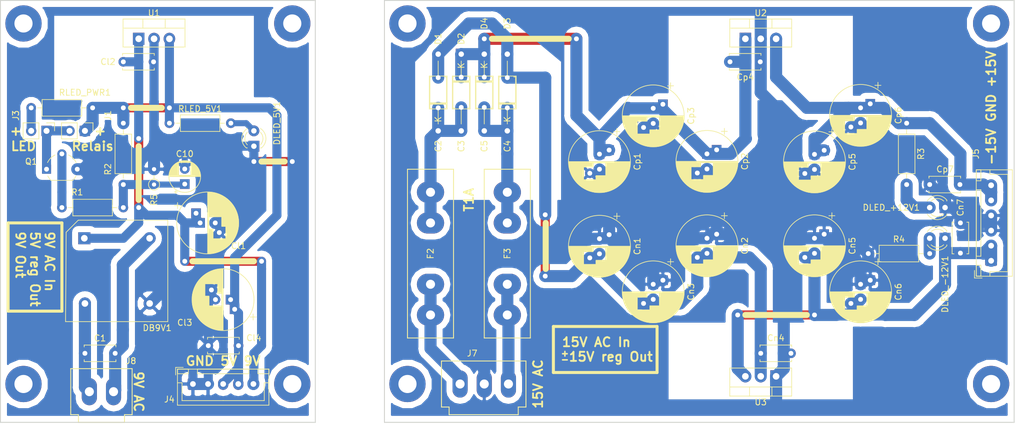
<source format=kicad_pcb>
(kicad_pcb (version 20171130) (host pcbnew 5.0.2-bee76a0~70~ubuntu16.04.1)

  (general
    (thickness 1.6)
    (drawings 36)
    (tracks 322)
    (zones 0)
    (modules 51)
    (nets 22)
  )

  (page A4)
  (title_block
    (title Mixersupply)
    (date 2018-10-19)
    (rev 1)
  )

  (layers
    (0 F.Cu signal)
    (31 B.Cu signal)
    (32 B.Adhes user)
    (33 F.Adhes user)
    (34 B.Paste user)
    (35 F.Paste user)
    (36 B.SilkS user)
    (37 F.SilkS user)
    (38 B.Mask user)
    (39 F.Mask user)
    (40 Dwgs.User user)
    (41 Cmts.User user)
    (42 Eco1.User user)
    (43 Eco2.User user)
    (44 Edge.Cuts user)
    (45 Margin user)
    (46 B.CrtYd user)
    (47 F.CrtYd user)
    (48 B.Fab user)
    (49 F.Fab user)
  )

  (setup
    (last_trace_width 1.5)
    (trace_clearance 0.2)
    (zone_clearance 1)
    (zone_45_only no)
    (trace_min 0.2)
    (segment_width 0.2)
    (edge_width 0.15)
    (via_size 1)
    (via_drill 0.8)
    (via_min_size 0.4)
    (via_min_drill 0.3)
    (uvia_size 0.3)
    (uvia_drill 0.1)
    (uvias_allowed no)
    (uvia_min_size 0.2)
    (uvia_min_drill 0.1)
    (pcb_text_width 0.3)
    (pcb_text_size 1.5 1.5)
    (mod_edge_width 0.15)
    (mod_text_size 1 1)
    (mod_text_width 0.15)
    (pad_size 1.524 1.524)
    (pad_drill 0.762)
    (pad_to_mask_clearance 0.2)
    (solder_mask_min_width 0.25)
    (aux_axis_origin 0 0)
    (visible_elements FFFFFF7F)
    (pcbplotparams
      (layerselection 0x010fc_ffffffff)
      (usegerberextensions false)
      (usegerberattributes false)
      (usegerberadvancedattributes false)
      (creategerberjobfile false)
      (excludeedgelayer true)
      (linewidth 0.100000)
      (plotframeref false)
      (viasonmask false)
      (mode 1)
      (useauxorigin false)
      (hpglpennumber 1)
      (hpglpenspeed 20)
      (hpglpendiameter 15.000000)
      (psnegative false)
      (psa4output false)
      (plotreference true)
      (plotvalue true)
      (plotinvisibletext false)
      (padsonsilk false)
      (subtractmaskfromsilk false)
      (outputformat 1)
      (mirror false)
      (drillshape 1)
      (scaleselection 1)
      (outputdirectory ""))
  )

  (net 0 "")
  (net 1 "Net-(C2-Pad1)")
  (net 2 "Net-(C2-Pad2)")
  (net 3 GNDD)
  (net 4 GNDA)
  (net 5 "Net-(C10-Pad1)")
  (net 6 +5V)
  (net 7 "Net-(DLED_+12V1-Pad2)")
  (net 8 "Net-(DLED_-12V1-Pad2)")
  (net 9 "Net-(DLED_5V1-Pad2)")
  (net 10 "Net-(F2-Pad2)")
  (net 11 "Net-(F3-Pad2)")
  (net 12 "Net-(J1-Pad2)")
  (net 13 "Net-(J3-Pad2)")
  (net 14 "Net-(Q1-Pad2)")
  (net 15 "Net-(C3-Pad1)")
  (net 16 "Net-(C4-Pad1)")
  (net 17 -15V)
  (net 18 +15V)
  (net 19 /9VAC_1)
  (net 20 /9VAC_2)
  (net 21 /9V)

  (net_class Default "This is the default net class."
    (clearance 0.2)
    (trace_width 1.5)
    (via_dia 1)
    (via_drill 0.8)
    (uvia_dia 0.3)
    (uvia_drill 0.1)
    (add_net +15V)
    (add_net -15V)
    (add_net /9V)
    (add_net /9VAC_1)
    (add_net /9VAC_2)
    (add_net "Net-(C10-Pad1)")
    (add_net "Net-(C2-Pad1)")
    (add_net "Net-(C2-Pad2)")
    (add_net "Net-(C3-Pad1)")
    (add_net "Net-(C4-Pad1)")
    (add_net "Net-(DLED_+12V1-Pad2)")
    (add_net "Net-(DLED_-12V1-Pad2)")
    (add_net "Net-(DLED_5V1-Pad2)")
    (add_net "Net-(F2-Pad2)")
    (add_net "Net-(F3-Pad2)")
    (add_net "Net-(J1-Pad2)")
    (add_net "Net-(J3-Pad2)")
    (add_net "Net-(Q1-Pad2)")
  )

  (net_class Power ""
    (clearance 0.5)
    (trace_width 2)
    (via_dia 1)
    (via_drill 0.8)
    (uvia_dia 0.3)
    (uvia_drill 0.1)
    (add_net +5V)
    (add_net GNDA)
    (add_net GNDD)
  )

  (module Capacitor_THT:C_Disc_D5.0mm_W2.5mm_P5.00mm (layer F.Cu) (tedit 5AE50EF0) (tstamp 5CFC4D9B)
    (at 26.67 71.12)
    (descr "C, Disc series, Radial, pin pitch=5.00mm, , diameter*width=5*2.5mm^2, Capacitor, http://cdn-reichelt.de/documents/datenblatt/B300/DS_KERKO_TC.pdf")
    (tags "C Disc series Radial pin pitch 5.00mm  diameter 5mm width 2.5mm Capacitor")
    (path /5BD527B0)
    (fp_text reference C1 (at 2.5 -2.5) (layer F.SilkS)
      (effects (font (size 1 1) (thickness 0.15)))
    )
    (fp_text value 10n (at 2.5 2.5) (layer F.Fab)
      (effects (font (size 1 1) (thickness 0.15)))
    )
    (fp_text user %R (at 2.5 0) (layer F.Fab)
      (effects (font (size 1 1) (thickness 0.15)))
    )
    (fp_line (start 6.05 -1.5) (end -1.05 -1.5) (layer F.CrtYd) (width 0.05))
    (fp_line (start 6.05 1.5) (end 6.05 -1.5) (layer F.CrtYd) (width 0.05))
    (fp_line (start -1.05 1.5) (end 6.05 1.5) (layer F.CrtYd) (width 0.05))
    (fp_line (start -1.05 -1.5) (end -1.05 1.5) (layer F.CrtYd) (width 0.05))
    (fp_line (start 5.12 1.055) (end 5.12 1.37) (layer F.SilkS) (width 0.12))
    (fp_line (start 5.12 -1.37) (end 5.12 -1.055) (layer F.SilkS) (width 0.12))
    (fp_line (start -0.12 1.055) (end -0.12 1.37) (layer F.SilkS) (width 0.12))
    (fp_line (start -0.12 -1.37) (end -0.12 -1.055) (layer F.SilkS) (width 0.12))
    (fp_line (start -0.12 1.37) (end 5.12 1.37) (layer F.SilkS) (width 0.12))
    (fp_line (start -0.12 -1.37) (end 5.12 -1.37) (layer F.SilkS) (width 0.12))
    (fp_line (start 5 -1.25) (end 0 -1.25) (layer F.Fab) (width 0.1))
    (fp_line (start 5 1.25) (end 5 -1.25) (layer F.Fab) (width 0.1))
    (fp_line (start 0 1.25) (end 5 1.25) (layer F.Fab) (width 0.1))
    (fp_line (start 0 -1.25) (end 0 1.25) (layer F.Fab) (width 0.1))
    (pad 2 thru_hole circle (at 5 0) (size 1.6 1.6) (drill 0.8) (layers *.Cu *.Mask)
      (net 19 /9VAC_1))
    (pad 1 thru_hole circle (at 0 0) (size 1.6 1.6) (drill 0.8) (layers *.Cu *.Mask)
      (net 20 /9VAC_2))
    (model ${KISYS3DMOD}/Capacitor_THT.3dshapes/C_Disc_D5.0mm_W2.5mm_P5.00mm.wrl
      (at (xyz 0 0 0))
      (scale (xyz 1 1 1))
      (rotate (xyz 0 0 0))
    )
  )

  (module Capacitor_THT:C_Disc_D5.0mm_W2.5mm_P5.00mm (layer F.Cu) (tedit 5AE50EF0) (tstamp 5BE8A85A)
    (at 85.09 30.48 90)
    (descr "C, Disc series, Radial, pin pitch=5.00mm, , diameter*width=5*2.5mm^2, Capacitor, http://cdn-reichelt.de/documents/datenblatt/B300/DS_KERKO_TC.pdf")
    (tags "C Disc series Radial pin pitch 5.00mm  diameter 5mm width 2.5mm Capacitor")
    (path /5BC7C4B3)
    (fp_text reference C2 (at -6.35 0 90) (layer F.SilkS)
      (effects (font (size 1 1) (thickness 0.15)))
    )
    (fp_text value 10n (at 2.5 2.5 90) (layer F.Fab)
      (effects (font (size 1 1) (thickness 0.15)))
    )
    (fp_line (start 0 -1.25) (end 0 1.25) (layer F.Fab) (width 0.1))
    (fp_line (start 0 1.25) (end 5 1.25) (layer F.Fab) (width 0.1))
    (fp_line (start 5 1.25) (end 5 -1.25) (layer F.Fab) (width 0.1))
    (fp_line (start 5 -1.25) (end 0 -1.25) (layer F.Fab) (width 0.1))
    (fp_line (start -0.12 -1.37) (end 5.12 -1.37) (layer F.SilkS) (width 0.12))
    (fp_line (start -0.12 1.37) (end 5.12 1.37) (layer F.SilkS) (width 0.12))
    (fp_line (start -0.12 -1.37) (end -0.12 -1.055) (layer F.SilkS) (width 0.12))
    (fp_line (start -0.12 1.055) (end -0.12 1.37) (layer F.SilkS) (width 0.12))
    (fp_line (start 5.12 -1.37) (end 5.12 -1.055) (layer F.SilkS) (width 0.12))
    (fp_line (start 5.12 1.055) (end 5.12 1.37) (layer F.SilkS) (width 0.12))
    (fp_line (start -1.05 -1.5) (end -1.05 1.5) (layer F.CrtYd) (width 0.05))
    (fp_line (start -1.05 1.5) (end 6.05 1.5) (layer F.CrtYd) (width 0.05))
    (fp_line (start 6.05 1.5) (end 6.05 -1.5) (layer F.CrtYd) (width 0.05))
    (fp_line (start 6.05 -1.5) (end -1.05 -1.5) (layer F.CrtYd) (width 0.05))
    (fp_text user %R (at 2.5 0 90) (layer F.Fab)
      (effects (font (size 1 1) (thickness 0.15)))
    )
    (pad 1 thru_hole circle (at 0 0 90) (size 1.6 1.6) (drill 0.8) (layers *.Cu *.Mask)
      (net 1 "Net-(C2-Pad1)"))
    (pad 2 thru_hole circle (at 5 0 90) (size 1.6 1.6) (drill 0.8) (layers *.Cu *.Mask)
      (net 2 "Net-(C2-Pad2)"))
    (model ${KISYS3DMOD}/Capacitor_THT.3dshapes/C_Disc_D5.0mm_W2.5mm_P5.00mm.wrl
      (at (xyz 0 0 0))
      (scale (xyz 1 1 1))
      (rotate (xyz 0 0 0))
    )
  )

  (module Capacitor_THT:C_Disc_D5.0mm_W2.5mm_P5.00mm (layer F.Cu) (tedit 5AE50EF0) (tstamp 5BE8A86F)
    (at 88.9 25.4 270)
    (descr "C, Disc series, Radial, pin pitch=5.00mm, , diameter*width=5*2.5mm^2, Capacitor, http://cdn-reichelt.de/documents/datenblatt/B300/DS_KERKO_TC.pdf")
    (tags "C Disc series Radial pin pitch 5.00mm  diameter 5mm width 2.5mm Capacitor")
    (path /5BC7C541)
    (fp_text reference C3 (at 11.43 0 270) (layer F.SilkS)
      (effects (font (size 1 1) (thickness 0.15)))
    )
    (fp_text value 10n (at 2.5 2.5 270) (layer F.Fab)
      (effects (font (size 1 1) (thickness 0.15)))
    )
    (fp_text user %R (at 2.5 0 270) (layer F.Fab)
      (effects (font (size 1 1) (thickness 0.15)))
    )
    (fp_line (start 6.05 -1.5) (end -1.05 -1.5) (layer F.CrtYd) (width 0.05))
    (fp_line (start 6.05 1.5) (end 6.05 -1.5) (layer F.CrtYd) (width 0.05))
    (fp_line (start -1.05 1.5) (end 6.05 1.5) (layer F.CrtYd) (width 0.05))
    (fp_line (start -1.05 -1.5) (end -1.05 1.5) (layer F.CrtYd) (width 0.05))
    (fp_line (start 5.12 1.055) (end 5.12 1.37) (layer F.SilkS) (width 0.12))
    (fp_line (start 5.12 -1.37) (end 5.12 -1.055) (layer F.SilkS) (width 0.12))
    (fp_line (start -0.12 1.055) (end -0.12 1.37) (layer F.SilkS) (width 0.12))
    (fp_line (start -0.12 -1.37) (end -0.12 -1.055) (layer F.SilkS) (width 0.12))
    (fp_line (start -0.12 1.37) (end 5.12 1.37) (layer F.SilkS) (width 0.12))
    (fp_line (start -0.12 -1.37) (end 5.12 -1.37) (layer F.SilkS) (width 0.12))
    (fp_line (start 5 -1.25) (end 0 -1.25) (layer F.Fab) (width 0.1))
    (fp_line (start 5 1.25) (end 5 -1.25) (layer F.Fab) (width 0.1))
    (fp_line (start 0 1.25) (end 5 1.25) (layer F.Fab) (width 0.1))
    (fp_line (start 0 -1.25) (end 0 1.25) (layer F.Fab) (width 0.1))
    (pad 2 thru_hole circle (at 5 0 270) (size 1.6 1.6) (drill 0.8) (layers *.Cu *.Mask)
      (net 1 "Net-(C2-Pad1)"))
    (pad 1 thru_hole circle (at 0 0 270) (size 1.6 1.6) (drill 0.8) (layers *.Cu *.Mask)
      (net 15 "Net-(C3-Pad1)"))
    (model ${KISYS3DMOD}/Capacitor_THT.3dshapes/C_Disc_D5.0mm_W2.5mm_P5.00mm.wrl
      (at (xyz 0 0 0))
      (scale (xyz 1 1 1))
      (rotate (xyz 0 0 0))
    )
  )

  (module Capacitor_THT:C_Disc_D5.0mm_W2.5mm_P5.00mm (layer F.Cu) (tedit 5AE50EF0) (tstamp 5BD35A37)
    (at 96.52 30.48 90)
    (descr "C, Disc series, Radial, pin pitch=5.00mm, , diameter*width=5*2.5mm^2, Capacitor, http://cdn-reichelt.de/documents/datenblatt/B300/DS_KERKO_TC.pdf")
    (tags "C Disc series Radial pin pitch 5.00mm  diameter 5mm width 2.5mm Capacitor")
    (path /5BC7C617)
    (fp_text reference C4 (at -6.35 0 90) (layer F.SilkS)
      (effects (font (size 1 1) (thickness 0.15)))
    )
    (fp_text value 10n (at 2.5 2.5 90) (layer F.Fab)
      (effects (font (size 1 1) (thickness 0.15)))
    )
    (fp_line (start 0 -1.25) (end 0 1.25) (layer F.Fab) (width 0.1))
    (fp_line (start 0 1.25) (end 5 1.25) (layer F.Fab) (width 0.1))
    (fp_line (start 5 1.25) (end 5 -1.25) (layer F.Fab) (width 0.1))
    (fp_line (start 5 -1.25) (end 0 -1.25) (layer F.Fab) (width 0.1))
    (fp_line (start -0.12 -1.37) (end 5.12 -1.37) (layer F.SilkS) (width 0.12))
    (fp_line (start -0.12 1.37) (end 5.12 1.37) (layer F.SilkS) (width 0.12))
    (fp_line (start -0.12 -1.37) (end -0.12 -1.055) (layer F.SilkS) (width 0.12))
    (fp_line (start -0.12 1.055) (end -0.12 1.37) (layer F.SilkS) (width 0.12))
    (fp_line (start 5.12 -1.37) (end 5.12 -1.055) (layer F.SilkS) (width 0.12))
    (fp_line (start 5.12 1.055) (end 5.12 1.37) (layer F.SilkS) (width 0.12))
    (fp_line (start -1.05 -1.5) (end -1.05 1.5) (layer F.CrtYd) (width 0.05))
    (fp_line (start -1.05 1.5) (end 6.05 1.5) (layer F.CrtYd) (width 0.05))
    (fp_line (start 6.05 1.5) (end 6.05 -1.5) (layer F.CrtYd) (width 0.05))
    (fp_line (start 6.05 -1.5) (end -1.05 -1.5) (layer F.CrtYd) (width 0.05))
    (fp_text user %R (at 2.5 0 90) (layer F.Fab)
      (effects (font (size 1 1) (thickness 0.15)))
    )
    (pad 1 thru_hole circle (at 0 0 90) (size 1.6 1.6) (drill 0.8) (layers *.Cu *.Mask)
      (net 16 "Net-(C4-Pad1)"))
    (pad 2 thru_hole circle (at 5 0 90) (size 1.6 1.6) (drill 0.8) (layers *.Cu *.Mask)
      (net 2 "Net-(C2-Pad2)"))
    (model ${KISYS3DMOD}/Capacitor_THT.3dshapes/C_Disc_D5.0mm_W2.5mm_P5.00mm.wrl
      (at (xyz 0 0 0))
      (scale (xyz 1 1 1))
      (rotate (xyz 0 0 0))
    )
  )

  (module Capacitor_THT:C_Disc_D5.0mm_W2.5mm_P5.00mm (layer F.Cu) (tedit 5AE50EF0) (tstamp 5BE8A899)
    (at 92.71 25.4 270)
    (descr "C, Disc series, Radial, pin pitch=5.00mm, , diameter*width=5*2.5mm^2, Capacitor, http://cdn-reichelt.de/documents/datenblatt/B300/DS_KERKO_TC.pdf")
    (tags "C Disc series Radial pin pitch 5.00mm  diameter 5mm width 2.5mm Capacitor")
    (path /5BC7C419)
    (fp_text reference C5 (at 11.43 0 270) (layer F.SilkS)
      (effects (font (size 1 1) (thickness 0.15)))
    )
    (fp_text value 10n (at 2.5 2.5 270) (layer F.Fab)
      (effects (font (size 1 1) (thickness 0.15)))
    )
    (fp_text user %R (at 2.5 0 270) (layer F.Fab)
      (effects (font (size 1 1) (thickness 0.15)))
    )
    (fp_line (start 6.05 -1.5) (end -1.05 -1.5) (layer F.CrtYd) (width 0.05))
    (fp_line (start 6.05 1.5) (end 6.05 -1.5) (layer F.CrtYd) (width 0.05))
    (fp_line (start -1.05 1.5) (end 6.05 1.5) (layer F.CrtYd) (width 0.05))
    (fp_line (start -1.05 -1.5) (end -1.05 1.5) (layer F.CrtYd) (width 0.05))
    (fp_line (start 5.12 1.055) (end 5.12 1.37) (layer F.SilkS) (width 0.12))
    (fp_line (start 5.12 -1.37) (end 5.12 -1.055) (layer F.SilkS) (width 0.12))
    (fp_line (start -0.12 1.055) (end -0.12 1.37) (layer F.SilkS) (width 0.12))
    (fp_line (start -0.12 -1.37) (end -0.12 -1.055) (layer F.SilkS) (width 0.12))
    (fp_line (start -0.12 1.37) (end 5.12 1.37) (layer F.SilkS) (width 0.12))
    (fp_line (start -0.12 -1.37) (end 5.12 -1.37) (layer F.SilkS) (width 0.12))
    (fp_line (start 5 -1.25) (end 0 -1.25) (layer F.Fab) (width 0.1))
    (fp_line (start 5 1.25) (end 5 -1.25) (layer F.Fab) (width 0.1))
    (fp_line (start 0 1.25) (end 5 1.25) (layer F.Fab) (width 0.1))
    (fp_line (start 0 -1.25) (end 0 1.25) (layer F.Fab) (width 0.1))
    (pad 2 thru_hole circle (at 5 0 270) (size 1.6 1.6) (drill 0.8) (layers *.Cu *.Mask)
      (net 16 "Net-(C4-Pad1)"))
    (pad 1 thru_hole circle (at 0 0 270) (size 1.6 1.6) (drill 0.8) (layers *.Cu *.Mask)
      (net 15 "Net-(C3-Pad1)"))
    (model ${KISYS3DMOD}/Capacitor_THT.3dshapes/C_Disc_D5.0mm_W2.5mm_P5.00mm.wrl
      (at (xyz 0 0 0))
      (scale (xyz 1 1 1))
      (rotate (xyz 0 0 0))
    )
  )

  (module Diode_THT:D_A-405_P12.70mm_Horizontal (layer F.Cu) (tedit 5AE50CD5) (tstamp 5BE8B3A5)
    (at 85.09 34.29 90)
    (descr "Diode, A-405 series, Axial, Horizontal, pin pitch=12.7mm, , length*diameter=5.2*2.7mm^2, , http://www.diodes.com/_files/packages/A-405.pdf")
    (tags "Diode A-405 series Axial Horizontal pin pitch 12.7mm  length 5.2mm diameter 2.7mm")
    (path /5BC2762F)
    (fp_text reference D1 (at 15.24 0 90) (layer F.SilkS)
      (effects (font (size 1 1) (thickness 0.15)))
    )
    (fp_text value 1N4001 (at 6.35 2.47 90) (layer F.Fab)
      (effects (font (size 1 1) (thickness 0.15)))
    )
    (fp_text user K (at 1.905 0 90) (layer F.SilkS)
      (effects (font (size 1 1) (thickness 0.15)))
    )
    (fp_text user K (at 0 -1.9 90) (layer F.Fab)
      (effects (font (size 1 1) (thickness 0.15)))
    )
    (fp_text user %R (at 6.74 0 90) (layer F.Fab)
      (effects (font (size 1 1) (thickness 0.15)))
    )
    (fp_line (start 13.85 -1.6) (end -1.15 -1.6) (layer F.CrtYd) (width 0.05))
    (fp_line (start 13.85 1.6) (end 13.85 -1.6) (layer F.CrtYd) (width 0.05))
    (fp_line (start -1.15 1.6) (end 13.85 1.6) (layer F.CrtYd) (width 0.05))
    (fp_line (start -1.15 -1.6) (end -1.15 1.6) (layer F.CrtYd) (width 0.05))
    (fp_line (start 4.41 -1.47) (end 4.41 1.47) (layer F.SilkS) (width 0.12))
    (fp_line (start 4.65 -1.47) (end 4.65 1.47) (layer F.SilkS) (width 0.12))
    (fp_line (start 4.53 -1.47) (end 4.53 1.47) (layer F.SilkS) (width 0.12))
    (fp_line (start 11.56 0) (end 9.07 0) (layer F.SilkS) (width 0.12))
    (fp_line (start 1.14 0) (end 3.63 0) (layer F.SilkS) (width 0.12))
    (fp_line (start 9.07 -1.47) (end 3.63 -1.47) (layer F.SilkS) (width 0.12))
    (fp_line (start 9.07 1.47) (end 9.07 -1.47) (layer F.SilkS) (width 0.12))
    (fp_line (start 3.63 1.47) (end 9.07 1.47) (layer F.SilkS) (width 0.12))
    (fp_line (start 3.63 -1.47) (end 3.63 1.47) (layer F.SilkS) (width 0.12))
    (fp_line (start 4.43 -1.35) (end 4.43 1.35) (layer F.Fab) (width 0.1))
    (fp_line (start 4.63 -1.35) (end 4.63 1.35) (layer F.Fab) (width 0.1))
    (fp_line (start 4.53 -1.35) (end 4.53 1.35) (layer F.Fab) (width 0.1))
    (fp_line (start 12.7 0) (end 8.95 0) (layer F.Fab) (width 0.1))
    (fp_line (start 0 0) (end 3.75 0) (layer F.Fab) (width 0.1))
    (fp_line (start 8.95 -1.35) (end 3.75 -1.35) (layer F.Fab) (width 0.1))
    (fp_line (start 8.95 1.35) (end 8.95 -1.35) (layer F.Fab) (width 0.1))
    (fp_line (start 3.75 1.35) (end 8.95 1.35) (layer F.Fab) (width 0.1))
    (fp_line (start 3.75 -1.35) (end 3.75 1.35) (layer F.Fab) (width 0.1))
    (pad 2 thru_hole oval (at 12.7 0 90) (size 1.8 1.8) (drill 0.9) (layers *.Cu *.Mask)
      (net 2 "Net-(C2-Pad2)"))
    (pad 1 thru_hole rect (at 0 0 90) (size 1.8 1.8) (drill 0.9) (layers *.Cu *.Mask)
      (net 1 "Net-(C2-Pad1)"))
    (model ${KISYS3DMOD}/Diode_THT.3dshapes/D_A-405_P12.70mm_Horizontal.wrl
      (at (xyz 0 0 0))
      (scale (xyz 1 1 1))
      (rotate (xyz 0 0 0))
    )
  )

  (module Diode_THT:D_A-405_P12.70mm_Horizontal (layer F.Cu) (tedit 5AE50CD5) (tstamp 5BE8B3C4)
    (at 88.9 21.59 270)
    (descr "Diode, A-405 series, Axial, Horizontal, pin pitch=12.7mm, , length*diameter=5.2*2.7mm^2, , http://www.diodes.com/_files/packages/A-405.pdf")
    (tags "Diode A-405 series Axial Horizontal pin pitch 12.7mm  length 5.2mm diameter 2.7mm")
    (path /5BC27385)
    (fp_text reference D2 (at -2.54 0 270) (layer F.SilkS)
      (effects (font (size 1 1) (thickness 0.15)))
    )
    (fp_text value 1N4001 (at 6.35 2.47 270) (layer F.Fab)
      (effects (font (size 1 1) (thickness 0.15)))
    )
    (fp_text user K (at 1.905 0 270) (layer F.SilkS)
      (effects (font (size 1 1) (thickness 0.15)))
    )
    (fp_text user K (at 0 -1.9 270) (layer F.Fab)
      (effects (font (size 1 1) (thickness 0.15)))
    )
    (fp_text user %R (at 6.74 0 270) (layer F.Fab)
      (effects (font (size 1 1) (thickness 0.15)))
    )
    (fp_line (start 13.85 -1.6) (end -1.15 -1.6) (layer F.CrtYd) (width 0.05))
    (fp_line (start 13.85 1.6) (end 13.85 -1.6) (layer F.CrtYd) (width 0.05))
    (fp_line (start -1.15 1.6) (end 13.85 1.6) (layer F.CrtYd) (width 0.05))
    (fp_line (start -1.15 -1.6) (end -1.15 1.6) (layer F.CrtYd) (width 0.05))
    (fp_line (start 4.41 -1.47) (end 4.41 1.47) (layer F.SilkS) (width 0.12))
    (fp_line (start 4.65 -1.47) (end 4.65 1.47) (layer F.SilkS) (width 0.12))
    (fp_line (start 4.53 -1.47) (end 4.53 1.47) (layer F.SilkS) (width 0.12))
    (fp_line (start 11.56 0) (end 9.07 0) (layer F.SilkS) (width 0.12))
    (fp_line (start 1.14 0) (end 3.63 0) (layer F.SilkS) (width 0.12))
    (fp_line (start 9.07 -1.47) (end 3.63 -1.47) (layer F.SilkS) (width 0.12))
    (fp_line (start 9.07 1.47) (end 9.07 -1.47) (layer F.SilkS) (width 0.12))
    (fp_line (start 3.63 1.47) (end 9.07 1.47) (layer F.SilkS) (width 0.12))
    (fp_line (start 3.63 -1.47) (end 3.63 1.47) (layer F.SilkS) (width 0.12))
    (fp_line (start 4.43 -1.35) (end 4.43 1.35) (layer F.Fab) (width 0.1))
    (fp_line (start 4.63 -1.35) (end 4.63 1.35) (layer F.Fab) (width 0.1))
    (fp_line (start 4.53 -1.35) (end 4.53 1.35) (layer F.Fab) (width 0.1))
    (fp_line (start 12.7 0) (end 8.95 0) (layer F.Fab) (width 0.1))
    (fp_line (start 0 0) (end 3.75 0) (layer F.Fab) (width 0.1))
    (fp_line (start 8.95 -1.35) (end 3.75 -1.35) (layer F.Fab) (width 0.1))
    (fp_line (start 8.95 1.35) (end 8.95 -1.35) (layer F.Fab) (width 0.1))
    (fp_line (start 3.75 1.35) (end 8.95 1.35) (layer F.Fab) (width 0.1))
    (fp_line (start 3.75 -1.35) (end 3.75 1.35) (layer F.Fab) (width 0.1))
    (pad 2 thru_hole oval (at 12.7 0 270) (size 1.8 1.8) (drill 0.9) (layers *.Cu *.Mask)
      (net 1 "Net-(C2-Pad1)"))
    (pad 1 thru_hole rect (at 0 0 270) (size 1.8 1.8) (drill 0.9) (layers *.Cu *.Mask)
      (net 15 "Net-(C3-Pad1)"))
    (model ${KISYS3DMOD}/Diode_THT.3dshapes/D_A-405_P12.70mm_Horizontal.wrl
      (at (xyz 0 0 0))
      (scale (xyz 1 1 1))
      (rotate (xyz 0 0 0))
    )
  )

  (module Diode_THT:D_A-405_P12.70mm_Horizontal (layer F.Cu) (tedit 5AE50CD5) (tstamp 5BE8B3E3)
    (at 96.52 34.29 90)
    (descr "Diode, A-405 series, Axial, Horizontal, pin pitch=12.7mm, , length*diameter=5.2*2.7mm^2, , http://www.diodes.com/_files/packages/A-405.pdf")
    (tags "Diode A-405 series Axial Horizontal pin pitch 12.7mm  length 5.2mm diameter 2.7mm")
    (path /5BC2778D)
    (fp_text reference D3 (at 17.78 0 90) (layer F.SilkS)
      (effects (font (size 1 1) (thickness 0.15)))
    )
    (fp_text value 1N4001 (at 6.35 2.47 90) (layer F.Fab)
      (effects (font (size 1 1) (thickness 0.15)))
    )
    (fp_line (start 3.75 -1.35) (end 3.75 1.35) (layer F.Fab) (width 0.1))
    (fp_line (start 3.75 1.35) (end 8.95 1.35) (layer F.Fab) (width 0.1))
    (fp_line (start 8.95 1.35) (end 8.95 -1.35) (layer F.Fab) (width 0.1))
    (fp_line (start 8.95 -1.35) (end 3.75 -1.35) (layer F.Fab) (width 0.1))
    (fp_line (start 0 0) (end 3.75 0) (layer F.Fab) (width 0.1))
    (fp_line (start 12.7 0) (end 8.95 0) (layer F.Fab) (width 0.1))
    (fp_line (start 4.53 -1.35) (end 4.53 1.35) (layer F.Fab) (width 0.1))
    (fp_line (start 4.63 -1.35) (end 4.63 1.35) (layer F.Fab) (width 0.1))
    (fp_line (start 4.43 -1.35) (end 4.43 1.35) (layer F.Fab) (width 0.1))
    (fp_line (start 3.63 -1.47) (end 3.63 1.47) (layer F.SilkS) (width 0.12))
    (fp_line (start 3.63 1.47) (end 9.07 1.47) (layer F.SilkS) (width 0.12))
    (fp_line (start 9.07 1.47) (end 9.07 -1.47) (layer F.SilkS) (width 0.12))
    (fp_line (start 9.07 -1.47) (end 3.63 -1.47) (layer F.SilkS) (width 0.12))
    (fp_line (start 1.14 0) (end 3.63 0) (layer F.SilkS) (width 0.12))
    (fp_line (start 11.56 0) (end 9.07 0) (layer F.SilkS) (width 0.12))
    (fp_line (start 4.53 -1.47) (end 4.53 1.47) (layer F.SilkS) (width 0.12))
    (fp_line (start 4.65 -1.47) (end 4.65 1.47) (layer F.SilkS) (width 0.12))
    (fp_line (start 4.41 -1.47) (end 4.41 1.47) (layer F.SilkS) (width 0.12))
    (fp_line (start -1.15 -1.6) (end -1.15 1.6) (layer F.CrtYd) (width 0.05))
    (fp_line (start -1.15 1.6) (end 13.85 1.6) (layer F.CrtYd) (width 0.05))
    (fp_line (start 13.85 1.6) (end 13.85 -1.6) (layer F.CrtYd) (width 0.05))
    (fp_line (start 13.85 -1.6) (end -1.15 -1.6) (layer F.CrtYd) (width 0.05))
    (fp_text user %R (at 6.74 0 90) (layer F.Fab)
      (effects (font (size 1 1) (thickness 0.15)))
    )
    (fp_text user K (at 0 2.54 90) (layer F.Fab)
      (effects (font (size 1 1) (thickness 0.15)))
    )
    (fp_text user K (at 1.905 0 90) (layer F.SilkS)
      (effects (font (size 1 1) (thickness 0.15)))
    )
    (pad 1 thru_hole rect (at 0 0 90) (size 1.8 1.8) (drill 0.9) (layers *.Cu *.Mask)
      (net 16 "Net-(C4-Pad1)"))
    (pad 2 thru_hole oval (at 12.7 0 90) (size 1.8 1.8) (drill 0.9) (layers *.Cu *.Mask)
      (net 2 "Net-(C2-Pad2)"))
    (model ${KISYS3DMOD}/Diode_THT.3dshapes/D_A-405_P12.70mm_Horizontal.wrl
      (at (xyz 0 0 0))
      (scale (xyz 1 1 1))
      (rotate (xyz 0 0 0))
    )
  )

  (module Diode_THT:D_A-405_P12.70mm_Horizontal (layer F.Cu) (tedit 5AE50CD5) (tstamp 5BE8B402)
    (at 92.71 21.59 270)
    (descr "Diode, A-405 series, Axial, Horizontal, pin pitch=12.7mm, , length*diameter=5.2*2.7mm^2, , http://www.diodes.com/_files/packages/A-405.pdf")
    (tags "Diode A-405 series Axial Horizontal pin pitch 12.7mm  length 5.2mm diameter 2.7mm")
    (path /5BC27515)
    (fp_text reference D4 (at -5.08 0 270) (layer F.SilkS)
      (effects (font (size 1 1) (thickness 0.15)))
    )
    (fp_text value 1N4001 (at 6.35 2.47 270) (layer F.Fab)
      (effects (font (size 1 1) (thickness 0.15)))
    )
    (fp_line (start 3.75 -1.35) (end 3.75 1.35) (layer F.Fab) (width 0.1))
    (fp_line (start 3.75 1.35) (end 8.95 1.35) (layer F.Fab) (width 0.1))
    (fp_line (start 8.95 1.35) (end 8.95 -1.35) (layer F.Fab) (width 0.1))
    (fp_line (start 8.95 -1.35) (end 3.75 -1.35) (layer F.Fab) (width 0.1))
    (fp_line (start 0 0) (end 3.75 0) (layer F.Fab) (width 0.1))
    (fp_line (start 12.7 0) (end 8.95 0) (layer F.Fab) (width 0.1))
    (fp_line (start 4.53 -1.35) (end 4.53 1.35) (layer F.Fab) (width 0.1))
    (fp_line (start 4.63 -1.35) (end 4.63 1.35) (layer F.Fab) (width 0.1))
    (fp_line (start 4.43 -1.35) (end 4.43 1.35) (layer F.Fab) (width 0.1))
    (fp_line (start 3.63 -1.47) (end 3.63 1.47) (layer F.SilkS) (width 0.12))
    (fp_line (start 3.63 1.47) (end 9.07 1.47) (layer F.SilkS) (width 0.12))
    (fp_line (start 9.07 1.47) (end 9.07 -1.47) (layer F.SilkS) (width 0.12))
    (fp_line (start 9.07 -1.47) (end 3.63 -1.47) (layer F.SilkS) (width 0.12))
    (fp_line (start 1.14 0) (end 3.63 0) (layer F.SilkS) (width 0.12))
    (fp_line (start 11.56 0) (end 9.07 0) (layer F.SilkS) (width 0.12))
    (fp_line (start 4.53 -1.47) (end 4.53 1.47) (layer F.SilkS) (width 0.12))
    (fp_line (start 4.65 -1.47) (end 4.65 1.47) (layer F.SilkS) (width 0.12))
    (fp_line (start 4.41 -1.47) (end 4.41 1.47) (layer F.SilkS) (width 0.12))
    (fp_line (start -1.15 -1.6) (end -1.15 1.6) (layer F.CrtYd) (width 0.05))
    (fp_line (start -1.15 1.6) (end 13.85 1.6) (layer F.CrtYd) (width 0.05))
    (fp_line (start 13.85 1.6) (end 13.85 -1.6) (layer F.CrtYd) (width 0.05))
    (fp_line (start 13.85 -1.6) (end -1.15 -1.6) (layer F.CrtYd) (width 0.05))
    (fp_text user %R (at 6.74 0 270) (layer F.Fab)
      (effects (font (size 1 1) (thickness 0.15)))
    )
    (fp_text user K (at 1.905 0 270) (layer F.Fab)
      (effects (font (size 1 1) (thickness 0.15)))
    )
    (fp_text user K (at 1.905 0 270) (layer F.SilkS)
      (effects (font (size 1 1) (thickness 0.15)))
    )
    (pad 1 thru_hole rect (at 0 0 270) (size 1.8 1.8) (drill 0.9) (layers *.Cu *.Mask)
      (net 15 "Net-(C3-Pad1)"))
    (pad 2 thru_hole oval (at 12.7 0 270) (size 1.8 1.8) (drill 0.9) (layers *.Cu *.Mask)
      (net 16 "Net-(C4-Pad1)"))
    (model ${KISYS3DMOD}/Diode_THT.3dshapes/D_A-405_P12.70mm_Horizontal.wrl
      (at (xyz 0 0 0))
      (scale (xyz 1 1 1))
      (rotate (xyz 0 0 0))
    )
  )

  (module Diode_THT:Diode_Bridge_16.7x16.7x6.3mm_P10.8mm (layer F.Cu) (tedit 5A50B9B1) (tstamp 5CFC4ADD)
    (at 26.57 52.07)
    (descr "Single phase bridge rectifier case 16.7x16.7")
    (tags "Diode Bridge")
    (path /5BA99D11)
    (fp_text reference DB9V1 (at 12.05 14.85 -180) (layer F.SilkS)
      (effects (font (size 1 1) (thickness 0.15)))
    )
    (fp_text value "Diode Bridge" (at 5.55 -4.15 -180) (layer F.Fab)
      (effects (font (size 1 1) (thickness 0.15)))
    )
    (fp_line (start -1.1 -3.2) (end 14 -3.2) (layer F.CrtYd) (width 0.05))
    (fp_line (start -3.2 -1.1) (end -1.1 -3.2) (layer F.CrtYd) (width 0.05))
    (fp_line (start -3.3 14) (end -3.2 -1.1) (layer F.CrtYd) (width 0.05))
    (fp_line (start 14 14) (end -3.3 14) (layer F.CrtYd) (width 0.05))
    (fp_line (start 14 -3.2) (end 14 14) (layer F.CrtYd) (width 0.05))
    (fp_line (start 13.8 13.8) (end 13.8 -3) (layer F.SilkS) (width 0.12))
    (fp_line (start -3.1 13.8) (end 13.8 13.8) (layer F.SilkS) (width 0.12))
    (fp_line (start -3 -1) (end -3.1 13.8) (layer F.SilkS) (width 0.12))
    (fp_line (start -1 -3) (end -3 -1) (layer F.SilkS) (width 0.12))
    (fp_line (start 13.8 -3) (end -1 -3) (layer F.SilkS) (width 0.12))
    (fp_line (start -3 13.75) (end -2.95 -0.95) (layer F.Fab) (width 0.12))
    (fp_line (start 13.75 13.75) (end -3 13.75) (layer F.Fab) (width 0.12))
    (fp_line (start 13.75 -2.95) (end 13.75 13.75) (layer F.Fab) (width 0.12))
    (fp_line (start -0.95 -2.95) (end 13.75 -2.95) (layer F.Fab) (width 0.12))
    (fp_line (start -2.95 -0.95) (end -0.95 -2.95) (layer F.Fab) (width 0.12))
    (fp_text user %R (at 5.2 5.415 -180) (layer F.Fab)
      (effects (font (size 1 1) (thickness 0.15)))
    )
    (pad 3 thru_hole circle (at 10.8 10.8 180) (size 2 2) (drill 1.1) (layers *.Cu *.Mask)
      (net 3 GNDD))
    (pad 4 thru_hole circle (at 10.8 0 180) (size 2 2) (drill 1.1) (layers *.Cu *.Mask)
      (net 19 /9VAC_1))
    (pad 1 thru_hole rect (at 0 0 180) (size 2 2) (drill 1.1) (layers *.Cu *.Mask)
      (net 21 /9V))
    (pad 2 thru_hole circle (at 0.1 10.8 180) (size 2 2) (drill 1.1) (layers *.Cu *.Mask)
      (net 20 /9VAC_2))
    (model ${KISYS3DMOD}/Diode_THT.3dshapes/Diode_Bridge_16.7x16.7x6.3mm_P10.8mm.wrl
      (at (xyz 0 0 0))
      (scale (xyz 1 1 1))
      (rotate (xyz 0 0 0))
    )
  )

  (module LED_THT:LED_D3.0mm_Clear (layer F.Cu) (tedit 5A6C9BC0) (tstamp 5BD3A586)
    (at 168.91 46.99 180)
    (descr "IR-LED, diameter 3.0mm, 2 pins, color: clear")
    (tags "IR infrared LED diameter 3.0mm 2 pins clear")
    (path /5BB079C7)
    (fp_text reference DLED_+12V1 (at 8.89 0 180) (layer F.SilkS)
      (effects (font (size 1 1) (thickness 0.15)))
    )
    (fp_text value LED (at 1.27 2.96 180) (layer F.Fab)
      (effects (font (size 1 1) (thickness 0.15)))
    )
    (fp_text user %R (at 1.47 0 180) (layer F.Fab)
      (effects (font (size 0.8 0.8) (thickness 0.12)))
    )
    (fp_line (start -0.23 -1.16619) (end -0.23 1.16619) (layer F.Fab) (width 0.1))
    (fp_line (start -0.29 -1.236) (end -0.29 -1.08) (layer F.SilkS) (width 0.12))
    (fp_line (start -0.29 1.08) (end -0.29 1.236) (layer F.SilkS) (width 0.12))
    (fp_line (start -1.15 -2.25) (end -1.15 2.25) (layer F.CrtYd) (width 0.05))
    (fp_line (start -1.15 2.25) (end 3.7 2.25) (layer F.CrtYd) (width 0.05))
    (fp_line (start 3.7 2.25) (end 3.7 -2.25) (layer F.CrtYd) (width 0.05))
    (fp_line (start 3.7 -2.25) (end -1.15 -2.25) (layer F.CrtYd) (width 0.05))
    (fp_circle (center 1.27 0) (end 2.77 0) (layer F.Fab) (width 0.1))
    (fp_arc (start 1.27 0) (end -0.23 -1.16619) (angle 284.3) (layer F.Fab) (width 0.1))
    (fp_arc (start 1.27 0) (end -0.29 -1.235516) (angle 108.8) (layer F.SilkS) (width 0.12))
    (fp_arc (start 1.27 0) (end -0.29 1.235516) (angle -108.8) (layer F.SilkS) (width 0.12))
    (fp_arc (start 1.27 0) (end 0.229039 -1.08) (angle 87.9) (layer F.SilkS) (width 0.12))
    (fp_arc (start 1.27 0) (end 0.229039 1.08) (angle -87.9) (layer F.SilkS) (width 0.12))
    (pad 1 thru_hole rect (at 0 0 180) (size 1.8 1.8) (drill 0.9) (layers *.Cu *.Mask)
      (net 4 GNDA))
    (pad 2 thru_hole circle (at 2.54 0 180) (size 1.8 1.8) (drill 0.9) (layers *.Cu *.Mask)
      (net 7 "Net-(DLED_+12V1-Pad2)"))
    (model ${KISYS3DMOD}/LED_THT.3dshapes/LED_D3.0mm_Clear.wrl
      (at (xyz 0 0 0))
      (scale (xyz 1 1 1))
      (rotate (xyz 0 0 0))
    )
  )

  (module LED_THT:LED_D3.0mm_Clear (layer F.Cu) (tedit 5A6C9BC0) (tstamp 5BC61E41)
    (at 168.91 52.07 180)
    (descr "IR-LED, diameter 3.0mm, 2 pins, color: clear")
    (tags "IR infrared LED diameter 3.0mm 2 pins clear")
    (path /5BB07DFF)
    (fp_text reference DLED_-12V1 (at 0 -7.62 270) (layer F.SilkS)
      (effects (font (size 1 1) (thickness 0.15)))
    )
    (fp_text value LED (at 1.27 2.96 180) (layer F.Fab)
      (effects (font (size 1 1) (thickness 0.15)))
    )
    (fp_arc (start 1.27 0) (end 0.229039 1.08) (angle -87.9) (layer F.SilkS) (width 0.12))
    (fp_arc (start 1.27 0) (end 0.229039 -1.08) (angle 87.9) (layer F.SilkS) (width 0.12))
    (fp_arc (start 1.27 0) (end -0.29 1.235516) (angle -108.8) (layer F.SilkS) (width 0.12))
    (fp_arc (start 1.27 0) (end -0.29 -1.235516) (angle 108.8) (layer F.SilkS) (width 0.12))
    (fp_arc (start 1.27 0) (end -0.23 -1.16619) (angle 284.3) (layer F.Fab) (width 0.1))
    (fp_circle (center 1.27 0) (end 2.77 0) (layer F.Fab) (width 0.1))
    (fp_line (start 3.7 -2.25) (end -1.15 -2.25) (layer F.CrtYd) (width 0.05))
    (fp_line (start 3.7 2.25) (end 3.7 -2.25) (layer F.CrtYd) (width 0.05))
    (fp_line (start -1.15 2.25) (end 3.7 2.25) (layer F.CrtYd) (width 0.05))
    (fp_line (start -1.15 -2.25) (end -1.15 2.25) (layer F.CrtYd) (width 0.05))
    (fp_line (start -0.29 1.08) (end -0.29 1.236) (layer F.SilkS) (width 0.12))
    (fp_line (start -0.29 -1.236) (end -0.29 -1.08) (layer F.SilkS) (width 0.12))
    (fp_line (start -0.23 -1.16619) (end -0.23 1.16619) (layer F.Fab) (width 0.1))
    (fp_text user %R (at 1.47 0 180) (layer F.Fab)
      (effects (font (size 0.8 0.8) (thickness 0.12)))
    )
    (pad 2 thru_hole circle (at 2.54 0 180) (size 1.8 1.8) (drill 0.9) (layers *.Cu *.Mask)
      (net 8 "Net-(DLED_-12V1-Pad2)"))
    (pad 1 thru_hole rect (at 0 0 180) (size 1.8 1.8) (drill 0.9) (layers *.Cu *.Mask)
      (net 17 -15V))
    (model ${KISYS3DMOD}/LED_THT.3dshapes/LED_D3.0mm_Clear.wrl
      (at (xyz 0 0 0))
      (scale (xyz 1 1 1))
      (rotate (xyz 0 0 0))
    )
  )

  (module LED_THT:LED_D3.0mm_Clear (layer F.Cu) (tedit 5A6C9BC0) (tstamp 5BD34B12)
    (at 54.61 36.83 90)
    (descr "IR-LED, diameter 3.0mm, 2 pins, color: clear")
    (tags "IR infrared LED diameter 3.0mm 2 pins clear")
    (path /5BB23554)
    (fp_text reference DLED_5V1 (at 3.81 3.81 90) (layer F.SilkS)
      (effects (font (size 1 1) (thickness 0.15)))
    )
    (fp_text value LED (at 1.27 2.96 90) (layer F.Fab)
      (effects (font (size 1 1) (thickness 0.15)))
    )
    (fp_text user %R (at 1.47 0 90) (layer F.Fab)
      (effects (font (size 0.8 0.8) (thickness 0.12)))
    )
    (fp_line (start -0.23 -1.16619) (end -0.23 1.16619) (layer F.Fab) (width 0.1))
    (fp_line (start -0.29 -1.236) (end -0.29 -1.08) (layer F.SilkS) (width 0.12))
    (fp_line (start -0.29 1.08) (end -0.29 1.236) (layer F.SilkS) (width 0.12))
    (fp_line (start -1.15 -2.25) (end -1.15 2.25) (layer F.CrtYd) (width 0.05))
    (fp_line (start -1.15 2.25) (end 3.7 2.25) (layer F.CrtYd) (width 0.05))
    (fp_line (start 3.7 2.25) (end 3.7 -2.25) (layer F.CrtYd) (width 0.05))
    (fp_line (start 3.7 -2.25) (end -1.15 -2.25) (layer F.CrtYd) (width 0.05))
    (fp_circle (center 1.27 0) (end 2.77 0) (layer F.Fab) (width 0.1))
    (fp_arc (start 1.27 0) (end -0.23 -1.16619) (angle 284.3) (layer F.Fab) (width 0.1))
    (fp_arc (start 1.27 0) (end -0.29 -1.235516) (angle 108.8) (layer F.SilkS) (width 0.12))
    (fp_arc (start 1.27 0) (end -0.29 1.235516) (angle -108.8) (layer F.SilkS) (width 0.12))
    (fp_arc (start 1.27 0) (end 0.229039 -1.08) (angle 87.9) (layer F.SilkS) (width 0.12))
    (fp_arc (start 1.27 0) (end 0.229039 1.08) (angle -87.9) (layer F.SilkS) (width 0.12))
    (pad 1 thru_hole rect (at 0 0 90) (size 1.8 1.8) (drill 0.9) (layers *.Cu *.Mask)
      (net 3 GNDD))
    (pad 2 thru_hole circle (at 2.54 0 90) (size 1.8 1.8) (drill 0.9) (layers *.Cu *.Mask)
      (net 9 "Net-(DLED_5V1-Pad2)"))
    (model ${KISYS3DMOD}/LED_THT.3dshapes/LED_D3.0mm_Clear.wrl
      (at (xyz 0 0 0))
      (scale (xyz 1 1 1))
      (rotate (xyz 0 0 0))
    )
  )

  (module mixersupply_fuse:Fuseholder0520 (layer F.Cu) (tedit 5BC4A14C) (tstamp 5BE8D261)
    (at 83.82 54.61 270)
    (path /5BAEC65A)
    (fp_text reference F2 (at 0 0 270) (layer F.SilkS)
      (effects (font (size 1 1) (thickness 0.15)))
    )
    (fp_text value "1A T" (at 0 -6.35 270) (layer F.Fab)
      (effects (font (size 1 1) (thickness 0.15)))
    )
    (fp_line (start -13.97 -3.81) (end 13.97 -3.81) (layer F.SilkS) (width 0.15))
    (fp_line (start -13.97 3.81) (end -13.97 -3.81) (layer F.SilkS) (width 0.15))
    (fp_line (start 13.97 3.81) (end -13.97 3.81) (layer F.SilkS) (width 0.15))
    (fp_line (start 13.97 -3.81) (end 13.97 3.81) (layer F.SilkS) (width 0.15))
    (pad 1 thru_hole oval (at -10.16 0) (size 4.5 3.5) (drill 1.5) (layers *.Cu *.Mask)
      (net 1 "Net-(C2-Pad1)"))
    (pad 1 thru_hole oval (at -5.08 0) (size 4.5 3.5) (drill 1.5) (layers *.Cu *.Mask)
      (net 1 "Net-(C2-Pad1)"))
    (pad 2 thru_hole oval (at 5.08 0) (size 4.5 3.5) (drill 1.5) (layers *.Cu *.Mask)
      (net 10 "Net-(F2-Pad2)"))
    (pad 2 thru_hole oval (at 10.16 0) (size 4.5 3.5) (drill 1.5) (layers *.Cu *.Mask)
      (net 10 "Net-(F2-Pad2)"))
  )

  (module mixersupply_fuse:Fuseholder0520 (layer F.Cu) (tedit 5BC4A14C) (tstamp 5BE8B490)
    (at 96.52 54.61 270)
    (path /5BAEC8A6)
    (fp_text reference F3 (at 0 0 270) (layer F.SilkS)
      (effects (font (size 1 1) (thickness 0.15)))
    )
    (fp_text value "1A T" (at 0 -3.81 270) (layer F.Fab)
      (effects (font (size 1 1) (thickness 0.15)))
    )
    (fp_line (start 13.97 -3.81) (end 13.97 3.81) (layer F.SilkS) (width 0.15))
    (fp_line (start 13.97 3.81) (end -13.97 3.81) (layer F.SilkS) (width 0.15))
    (fp_line (start -13.97 3.81) (end -13.97 -3.81) (layer F.SilkS) (width 0.15))
    (fp_line (start -13.97 -3.81) (end 13.97 -3.81) (layer F.SilkS) (width 0.15))
    (pad 2 thru_hole oval (at 10.16 0) (size 4.5 3.5) (drill 1.5) (layers *.Cu *.Mask)
      (net 11 "Net-(F3-Pad2)"))
    (pad 2 thru_hole oval (at 5.08 0) (size 4.5 3.5) (drill 1.5) (layers *.Cu *.Mask)
      (net 11 "Net-(F3-Pad2)"))
    (pad 1 thru_hole oval (at -5.08 0) (size 4.5 3.5) (drill 1.5) (layers *.Cu *.Mask)
      (net 16 "Net-(C4-Pad1)"))
    (pad 1 thru_hole oval (at -10.16 0) (size 4.5 3.5) (drill 1.5) (layers *.Cu *.Mask)
      (net 16 "Net-(C4-Pad1)"))
  )

  (module Connector_PinHeader_2.54mm:PinHeader_1x02_P2.54mm_Vertical (layer F.Cu) (tedit 59FED5CC) (tstamp 5D445AA2)
    (at 20.32 34.29 270)
    (descr "Through hole straight pin header, 1x02, 2.54mm pitch, single row")
    (tags "Through hole pin header THT 1x02 2.54mm single row")
    (path /5BAAAD4C)
    (fp_text reference J3 (at -2.54 5.08 270) (layer F.SilkS)
      (effects (font (size 1 1) (thickness 0.15)))
    )
    (fp_text value "Conn Front Power LED" (at 0 6.35 270) (layer F.Fab)
      (effects (font (size 1 1) (thickness 0.15)))
    )
    (fp_line (start -0.635 -1.27) (end 1.27 -1.27) (layer F.Fab) (width 0.1))
    (fp_line (start 1.27 -1.27) (end 1.27 3.81) (layer F.Fab) (width 0.1))
    (fp_line (start 1.27 3.81) (end -1.27 3.81) (layer F.Fab) (width 0.1))
    (fp_line (start -1.27 3.81) (end -1.27 -0.635) (layer F.Fab) (width 0.1))
    (fp_line (start -1.27 -0.635) (end -0.635 -1.27) (layer F.Fab) (width 0.1))
    (fp_line (start -1.33 3.87) (end 1.33 3.87) (layer F.SilkS) (width 0.12))
    (fp_line (start -1.33 1.27) (end -1.33 3.87) (layer F.SilkS) (width 0.12))
    (fp_line (start 1.33 1.27) (end 1.33 3.87) (layer F.SilkS) (width 0.12))
    (fp_line (start -1.33 1.27) (end 1.33 1.27) (layer F.SilkS) (width 0.12))
    (fp_line (start -1.33 0) (end -1.33 -1.33) (layer F.SilkS) (width 0.12))
    (fp_line (start -1.33 -1.33) (end 0 -1.33) (layer F.SilkS) (width 0.12))
    (fp_line (start -1.8 -1.8) (end -1.8 4.35) (layer F.CrtYd) (width 0.05))
    (fp_line (start -1.8 4.35) (end 1.8 4.35) (layer F.CrtYd) (width 0.05))
    (fp_line (start 1.8 4.35) (end 1.8 -1.8) (layer F.CrtYd) (width 0.05))
    (fp_line (start 1.8 -1.8) (end -1.8 -1.8) (layer F.CrtYd) (width 0.05))
    (fp_text user %R (at 0 1.27) (layer F.Fab)
      (effects (font (size 1 1) (thickness 0.15)))
    )
    (pad 1 thru_hole rect (at 0 0 270) (size 1.7 1.7) (drill 1) (layers *.Cu *.Mask)
      (net 12 "Net-(J1-Pad2)"))
    (pad 2 thru_hole oval (at 0 2.54 270) (size 1.7 1.7) (drill 1) (layers *.Cu *.Mask)
      (net 13 "Net-(J3-Pad2)"))
    (model ${KISYS3DMOD}/Connector_PinHeader_2.54mm.3dshapes/PinHeader_1x02_P2.54mm_Vertical.wrl
      (at (xyz 0 0 0))
      (scale (xyz 1 1 1))
      (rotate (xyz 0 0 0))
    )
  )

  (module mixersupply_connectors:3Pin_4mm_w_clipconnector (layer F.Cu) (tedit 5BC4A459) (tstamp 5BE8B50F)
    (at 90.71 76.2 180)
    (path /5BC8CF2E)
    (fp_text reference J7 (at 0 5.08 180) (layer F.SilkS)
      (effects (font (size 1 1) (thickness 0.15)))
    )
    (fp_text value Transforer_15VAC (at 0 -7.62 180) (layer F.Fab)
      (effects (font (size 1 1) (thickness 0.15)))
    )
    (fp_line (start 5.08 -2.54) (end 5.08 3.81) (layer F.SilkS) (width 0.15))
    (fp_line (start 5.08 3.81) (end -8.89 3.81) (layer F.SilkS) (width 0.15))
    (fp_line (start -8.89 3.81) (end -8.89 -2.54) (layer F.SilkS) (width 0.15))
    (fp_line (start -8.89 -2.54) (end -8.89 -3.81) (layer F.SilkS) (width 0.15))
    (fp_line (start -8.89 -3.81) (end -7.62 -3.81) (layer F.SilkS) (width 0.15))
    (fp_line (start -7.62 -3.81) (end -7.62 -5.08) (layer F.SilkS) (width 0.15))
    (fp_line (start -7.62 -5.08) (end 3.81 -5.08) (layer F.SilkS) (width 0.15))
    (fp_line (start 3.81 -5.08) (end 3.81 -3.81) (layer F.SilkS) (width 0.15))
    (fp_line (start 3.81 -3.81) (end 5.08 -3.81) (layer F.SilkS) (width 0.15))
    (fp_line (start 5.08 -3.81) (end 5.08 -2.54) (layer F.SilkS) (width 0.15))
    (pad 1 thru_hole oval (at 2 0 270) (size 4.5 2.5) (drill 1.5) (layers *.Cu *.Mask)
      (net 10 "Net-(F2-Pad2)"))
    (pad 2 thru_hole oval (at -2 0 270) (size 4.5 2.5) (drill 1.5) (layers *.Cu *.Mask)
      (net 4 GNDA))
    (pad 3 thru_hole oval (at -6 0 270) (size 4.5 2.5) (drill 1.5) (layers *.Cu *.Mask)
      (net 11 "Net-(F3-Pad2)"))
  )

  (module Package_TO_SOT_THT:TO-92_Wide (layer F.Cu) (tedit 5A2795B7) (tstamp 5CFC3583)
    (at 20.32 40.64)
    (descr "TO-92 leads molded, wide, drill 0.75mm (see NXP sot054_po.pdf)")
    (tags "to-92 sc-43 sc-43a sot54 PA33 transistor")
    (path /5BAB4103)
    (fp_text reference Q1 (at -2.54 -1.27) (layer F.SilkS)
      (effects (font (size 1 1) (thickness 0.15)))
    )
    (fp_text value BC337 (at 2.54 2.79) (layer F.Fab)
      (effects (font (size 1 1) (thickness 0.15)))
    )
    (fp_text user %R (at 2.54 0) (layer F.Fab)
      (effects (font (size 1 1) (thickness 0.15)))
    )
    (fp_line (start 0.74 1.85) (end 4.34 1.85) (layer F.SilkS) (width 0.12))
    (fp_line (start 0.8 1.75) (end 4.3 1.75) (layer F.Fab) (width 0.1))
    (fp_line (start -1.01 -3.55) (end 6.09 -3.55) (layer F.CrtYd) (width 0.05))
    (fp_line (start -1.01 -3.55) (end -1.01 2.01) (layer F.CrtYd) (width 0.05))
    (fp_line (start 6.09 2.01) (end 6.09 -3.55) (layer F.CrtYd) (width 0.05))
    (fp_line (start 6.09 2.01) (end -1.01 2.01) (layer F.CrtYd) (width 0.05))
    (fp_arc (start 2.54 0) (end 0.74 1.85) (angle 20) (layer F.SilkS) (width 0.12))
    (fp_arc (start 2.54 0) (end 1.4 -2.35) (angle -39.12170074) (layer F.SilkS) (width 0.12))
    (fp_arc (start 2.54 0) (end 3.65 -2.35) (angle 39.71668247) (layer F.SilkS) (width 0.12))
    (fp_arc (start 2.54 0) (end 2.54 -2.48) (angle 135) (layer F.Fab) (width 0.1))
    (fp_arc (start 2.54 0) (end 2.54 -2.48) (angle -135) (layer F.Fab) (width 0.1))
    (fp_arc (start 2.54 0) (end 4.34 1.85) (angle -20) (layer F.SilkS) (width 0.12))
    (pad 2 thru_hole circle (at 2.54 -2.54 90) (size 1.5 1.5) (drill 0.8) (layers *.Cu *.Mask)
      (net 14 "Net-(Q1-Pad2)"))
    (pad 3 thru_hole circle (at 5.08 0 90) (size 1.5 1.5) (drill 0.8) (layers *.Cu *.Mask)
      (net 3 GNDD))
    (pad 1 thru_hole rect (at 0 0 90) (size 1.5 1.5) (drill 0.8) (layers *.Cu *.Mask)
      (net 12 "Net-(J1-Pad2)"))
    (model ${KISYS3DMOD}/Package_TO_SOT_THT.3dshapes/TO-92_Wide.wrl
      (at (xyz 0 0 0))
      (scale (xyz 1 1 1))
      (rotate (xyz 0 0 0))
    )
  )

  (module Resistor_THT:R_Axial_DIN0207_L6.3mm_D2.5mm_P10.16mm_Horizontal (layer F.Cu) (tedit 5AE5139B) (tstamp 5CFC313B)
    (at 33.02 46.99 180)
    (descr "Resistor, Axial_DIN0207 series, Axial, Horizontal, pin pitch=10.16mm, 0.25W = 1/4W, length*diameter=6.3*2.5mm^2, http://cdn-reichelt.de/documents/datenblatt/B400/1_4W%23YAG.pdf")
    (tags "Resistor Axial_DIN0207 series Axial Horizontal pin pitch 10.16mm 0.25W = 1/4W length 6.3mm diameter 2.5mm")
    (path /5BCC3BD9)
    (fp_text reference R1 (at 7.62 2.54 180) (layer F.SilkS)
      (effects (font (size 1 1) (thickness 0.15)))
    )
    (fp_text value 1k (at 5.08 2.37 180) (layer F.Fab)
      (effects (font (size 1 1) (thickness 0.15)))
    )
    (fp_line (start 1.93 -1.25) (end 1.93 1.25) (layer F.Fab) (width 0.1))
    (fp_line (start 1.93 1.25) (end 8.23 1.25) (layer F.Fab) (width 0.1))
    (fp_line (start 8.23 1.25) (end 8.23 -1.25) (layer F.Fab) (width 0.1))
    (fp_line (start 8.23 -1.25) (end 1.93 -1.25) (layer F.Fab) (width 0.1))
    (fp_line (start 0 0) (end 1.93 0) (layer F.Fab) (width 0.1))
    (fp_line (start 10.16 0) (end 8.23 0) (layer F.Fab) (width 0.1))
    (fp_line (start 1.81 -1.37) (end 1.81 1.37) (layer F.SilkS) (width 0.12))
    (fp_line (start 1.81 1.37) (end 8.35 1.37) (layer F.SilkS) (width 0.12))
    (fp_line (start 8.35 1.37) (end 8.35 -1.37) (layer F.SilkS) (width 0.12))
    (fp_line (start 8.35 -1.37) (end 1.81 -1.37) (layer F.SilkS) (width 0.12))
    (fp_line (start 1.04 0) (end 1.81 0) (layer F.SilkS) (width 0.12))
    (fp_line (start 9.12 0) (end 8.35 0) (layer F.SilkS) (width 0.12))
    (fp_line (start -1.05 -1.5) (end -1.05 1.5) (layer F.CrtYd) (width 0.05))
    (fp_line (start -1.05 1.5) (end 11.21 1.5) (layer F.CrtYd) (width 0.05))
    (fp_line (start 11.21 1.5) (end 11.21 -1.5) (layer F.CrtYd) (width 0.05))
    (fp_line (start 11.21 -1.5) (end -1.05 -1.5) (layer F.CrtYd) (width 0.05))
    (fp_text user %R (at 5.08 0 180) (layer F.Fab)
      (effects (font (size 1 1) (thickness 0.15)))
    )
    (pad 1 thru_hole circle (at 0 0 180) (size 1.6 1.6) (drill 0.8) (layers *.Cu *.Mask)
      (net 5 "Net-(C10-Pad1)"))
    (pad 2 thru_hole oval (at 10.16 0 180) (size 1.6 1.6) (drill 0.8) (layers *.Cu *.Mask)
      (net 14 "Net-(Q1-Pad2)"))
    (model ${KISYS3DMOD}/Resistor_THT.3dshapes/R_Axial_DIN0207_L6.3mm_D2.5mm_P10.16mm_Horizontal.wrl
      (at (xyz 0 0 0))
      (scale (xyz 1 1 1))
      (rotate (xyz 0 0 0))
    )
  )

  (module Resistor_THT:R_Axial_DIN0207_L6.3mm_D2.5mm_P10.16mm_Horizontal (layer F.Cu) (tedit 5AE5139B) (tstamp 5BE8B57C)
    (at 33.02 33.02 270)
    (descr "Resistor, Axial_DIN0207 series, Axial, Horizontal, pin pitch=10.16mm, 0.25W = 1/4W, length*diameter=6.3*2.5mm^2, http://cdn-reichelt.de/documents/datenblatt/B400/1_4W%23YAG.pdf")
    (tags "Resistor Axial_DIN0207 series Axial Horizontal pin pitch 10.16mm 0.25W = 1/4W length 6.3mm diameter 2.5mm")
    (path /5BAC5B2A)
    (fp_text reference R2 (at 7.62 2.54 270) (layer F.SilkS)
      (effects (font (size 1 1) (thickness 0.15)))
    )
    (fp_text value 10k (at 5.08 2.37 270) (layer F.Fab)
      (effects (font (size 1 1) (thickness 0.15)))
    )
    (fp_line (start 1.93 -1.25) (end 1.93 1.25) (layer F.Fab) (width 0.1))
    (fp_line (start 1.93 1.25) (end 8.23 1.25) (layer F.Fab) (width 0.1))
    (fp_line (start 8.23 1.25) (end 8.23 -1.25) (layer F.Fab) (width 0.1))
    (fp_line (start 8.23 -1.25) (end 1.93 -1.25) (layer F.Fab) (width 0.1))
    (fp_line (start 0 0) (end 1.93 0) (layer F.Fab) (width 0.1))
    (fp_line (start 10.16 0) (end 8.23 0) (layer F.Fab) (width 0.1))
    (fp_line (start 1.81 -1.37) (end 1.81 1.37) (layer F.SilkS) (width 0.12))
    (fp_line (start 1.81 1.37) (end 8.35 1.37) (layer F.SilkS) (width 0.12))
    (fp_line (start 8.35 1.37) (end 8.35 -1.37) (layer F.SilkS) (width 0.12))
    (fp_line (start 8.35 -1.37) (end 1.81 -1.37) (layer F.SilkS) (width 0.12))
    (fp_line (start 1.04 0) (end 1.81 0) (layer F.SilkS) (width 0.12))
    (fp_line (start 9.12 0) (end 8.35 0) (layer F.SilkS) (width 0.12))
    (fp_line (start -1.05 -1.5) (end -1.05 1.5) (layer F.CrtYd) (width 0.05))
    (fp_line (start -1.05 1.5) (end 11.21 1.5) (layer F.CrtYd) (width 0.05))
    (fp_line (start 11.21 1.5) (end 11.21 -1.5) (layer F.CrtYd) (width 0.05))
    (fp_line (start 11.21 -1.5) (end -1.05 -1.5) (layer F.CrtYd) (width 0.05))
    (fp_text user %R (at 5.08 0 270) (layer F.Fab)
      (effects (font (size 1 1) (thickness 0.15)))
    )
    (pad 1 thru_hole circle (at 0 0 270) (size 1.6 1.6) (drill 0.8) (layers *.Cu *.Mask)
      (net 6 +5V))
    (pad 2 thru_hole oval (at 10.16 0 270) (size 1.6 1.6) (drill 0.8) (layers *.Cu *.Mask)
      (net 5 "Net-(C10-Pad1)"))
    (model ${KISYS3DMOD}/Resistor_THT.3dshapes/R_Axial_DIN0207_L6.3mm_D2.5mm_P10.16mm_Horizontal.wrl
      (at (xyz 0 0 0))
      (scale (xyz 1 1 1))
      (rotate (xyz 0 0 0))
    )
  )

  (module Resistor_THT:R_Axial_DIN0207_L6.3mm_D2.5mm_P10.16mm_Horizontal (layer F.Cu) (tedit 5AE5139B) (tstamp 5BD4524B)
    (at 162.56 33.02 270)
    (descr "Resistor, Axial_DIN0207 series, Axial, Horizontal, pin pitch=10.16mm, 0.25W = 1/4W, length*diameter=6.3*2.5mm^2, http://cdn-reichelt.de/documents/datenblatt/B400/1_4W%23YAG.pdf")
    (tags "Resistor Axial_DIN0207 series Axial Horizontal pin pitch 10.16mm 0.25W = 1/4W length 6.3mm diameter 2.5mm")
    (path /5BAEC912)
    (fp_text reference R3 (at 5.08 -2.37 270) (layer F.SilkS)
      (effects (font (size 1 1) (thickness 0.15)))
    )
    (fp_text value 820 (at 5.08 2.37 270) (layer F.Fab)
      (effects (font (size 1 1) (thickness 0.15)))
    )
    (fp_text user %R (at 5.08 0 270) (layer F.Fab)
      (effects (font (size 1 1) (thickness 0.15)))
    )
    (fp_line (start 11.21 -1.5) (end -1.05 -1.5) (layer F.CrtYd) (width 0.05))
    (fp_line (start 11.21 1.5) (end 11.21 -1.5) (layer F.CrtYd) (width 0.05))
    (fp_line (start -1.05 1.5) (end 11.21 1.5) (layer F.CrtYd) (width 0.05))
    (fp_line (start -1.05 -1.5) (end -1.05 1.5) (layer F.CrtYd) (width 0.05))
    (fp_line (start 9.12 0) (end 8.35 0) (layer F.SilkS) (width 0.12))
    (fp_line (start 1.04 0) (end 1.81 0) (layer F.SilkS) (width 0.12))
    (fp_line (start 8.35 -1.37) (end 1.81 -1.37) (layer F.SilkS) (width 0.12))
    (fp_line (start 8.35 1.37) (end 8.35 -1.37) (layer F.SilkS) (width 0.12))
    (fp_line (start 1.81 1.37) (end 8.35 1.37) (layer F.SilkS) (width 0.12))
    (fp_line (start 1.81 -1.37) (end 1.81 1.37) (layer F.SilkS) (width 0.12))
    (fp_line (start 10.16 0) (end 8.23 0) (layer F.Fab) (width 0.1))
    (fp_line (start 0 0) (end 1.93 0) (layer F.Fab) (width 0.1))
    (fp_line (start 8.23 -1.25) (end 1.93 -1.25) (layer F.Fab) (width 0.1))
    (fp_line (start 8.23 1.25) (end 8.23 -1.25) (layer F.Fab) (width 0.1))
    (fp_line (start 1.93 1.25) (end 8.23 1.25) (layer F.Fab) (width 0.1))
    (fp_line (start 1.93 -1.25) (end 1.93 1.25) (layer F.Fab) (width 0.1))
    (pad 2 thru_hole oval (at 10.16 0 270) (size 1.6 1.6) (drill 0.8) (layers *.Cu *.Mask)
      (net 7 "Net-(DLED_+12V1-Pad2)"))
    (pad 1 thru_hole circle (at 0 0 270) (size 1.6 1.6) (drill 0.8) (layers *.Cu *.Mask)
      (net 18 +15V))
    (model ${KISYS3DMOD}/Resistor_THT.3dshapes/R_Axial_DIN0207_L6.3mm_D2.5mm_P10.16mm_Horizontal.wrl
      (at (xyz 0 0 0))
      (scale (xyz 1 1 1))
      (rotate (xyz 0 0 0))
    )
  )

  (module Resistor_THT:R_Axial_DIN0207_L6.3mm_D2.5mm_P10.16mm_Horizontal (layer F.Cu) (tedit 5AE5139B) (tstamp 5BE8B5AA)
    (at 156.21 54.61)
    (descr "Resistor, Axial_DIN0207 series, Axial, Horizontal, pin pitch=10.16mm, 0.25W = 1/4W, length*diameter=6.3*2.5mm^2, http://cdn-reichelt.de/documents/datenblatt/B400/1_4W%23YAG.pdf")
    (tags "Resistor Axial_DIN0207 series Axial Horizontal pin pitch 10.16mm 0.25W = 1/4W length 6.3mm diameter 2.5mm")
    (path /5BB078D6)
    (fp_text reference R4 (at 5.08 -2.37) (layer F.SilkS)
      (effects (font (size 1 1) (thickness 0.15)))
    )
    (fp_text value 820 (at 5.08 2.37) (layer F.Fab)
      (effects (font (size 1 1) (thickness 0.15)))
    )
    (fp_line (start 1.93 -1.25) (end 1.93 1.25) (layer F.Fab) (width 0.1))
    (fp_line (start 1.93 1.25) (end 8.23 1.25) (layer F.Fab) (width 0.1))
    (fp_line (start 8.23 1.25) (end 8.23 -1.25) (layer F.Fab) (width 0.1))
    (fp_line (start 8.23 -1.25) (end 1.93 -1.25) (layer F.Fab) (width 0.1))
    (fp_line (start 0 0) (end 1.93 0) (layer F.Fab) (width 0.1))
    (fp_line (start 10.16 0) (end 8.23 0) (layer F.Fab) (width 0.1))
    (fp_line (start 1.81 -1.37) (end 1.81 1.37) (layer F.SilkS) (width 0.12))
    (fp_line (start 1.81 1.37) (end 8.35 1.37) (layer F.SilkS) (width 0.12))
    (fp_line (start 8.35 1.37) (end 8.35 -1.37) (layer F.SilkS) (width 0.12))
    (fp_line (start 8.35 -1.37) (end 1.81 -1.37) (layer F.SilkS) (width 0.12))
    (fp_line (start 1.04 0) (end 1.81 0) (layer F.SilkS) (width 0.12))
    (fp_line (start 9.12 0) (end 8.35 0) (layer F.SilkS) (width 0.12))
    (fp_line (start -1.05 -1.5) (end -1.05 1.5) (layer F.CrtYd) (width 0.05))
    (fp_line (start -1.05 1.5) (end 11.21 1.5) (layer F.CrtYd) (width 0.05))
    (fp_line (start 11.21 1.5) (end 11.21 -1.5) (layer F.CrtYd) (width 0.05))
    (fp_line (start 11.21 -1.5) (end -1.05 -1.5) (layer F.CrtYd) (width 0.05))
    (fp_text user %R (at 5.08 0) (layer F.Fab)
      (effects (font (size 1 1) (thickness 0.15)))
    )
    (pad 1 thru_hole circle (at 0 0) (size 1.6 1.6) (drill 0.8) (layers *.Cu *.Mask)
      (net 4 GNDA))
    (pad 2 thru_hole oval (at 10.16 0) (size 1.6 1.6) (drill 0.8) (layers *.Cu *.Mask)
      (net 8 "Net-(DLED_-12V1-Pad2)"))
    (model ${KISYS3DMOD}/Resistor_THT.3dshapes/R_Axial_DIN0207_L6.3mm_D2.5mm_P10.16mm_Horizontal.wrl
      (at (xyz 0 0 0))
      (scale (xyz 1 1 1))
      (rotate (xyz 0 0 0))
    )
  )

  (module Resistor_THT:R_Axial_DIN0207_L6.3mm_D2.5mm_P10.16mm_Horizontal (layer F.Cu) (tedit 5AE5139B) (tstamp 5BE8B5C1)
    (at 40.64 33.02)
    (descr "Resistor, Axial_DIN0207 series, Axial, Horizontal, pin pitch=10.16mm, 0.25W = 1/4W, length*diameter=6.3*2.5mm^2, http://cdn-reichelt.de/documents/datenblatt/B400/1_4W%23YAG.pdf")
    (tags "Resistor Axial_DIN0207 series Axial Horizontal pin pitch 10.16mm 0.25W = 1/4W length 6.3mm diameter 2.5mm")
    (path /5BB2349E)
    (fp_text reference RLED_5V1 (at 5.08 -2.37) (layer F.SilkS)
      (effects (font (size 1 1) (thickness 0.15)))
    )
    (fp_text value 220 (at 5.08 2.37) (layer F.Fab)
      (effects (font (size 1 1) (thickness 0.15)))
    )
    (fp_text user %R (at 5.08 0) (layer F.Fab)
      (effects (font (size 1 1) (thickness 0.15)))
    )
    (fp_line (start 11.21 -1.5) (end -1.05 -1.5) (layer F.CrtYd) (width 0.05))
    (fp_line (start 11.21 1.5) (end 11.21 -1.5) (layer F.CrtYd) (width 0.05))
    (fp_line (start -1.05 1.5) (end 11.21 1.5) (layer F.CrtYd) (width 0.05))
    (fp_line (start -1.05 -1.5) (end -1.05 1.5) (layer F.CrtYd) (width 0.05))
    (fp_line (start 9.12 0) (end 8.35 0) (layer F.SilkS) (width 0.12))
    (fp_line (start 1.04 0) (end 1.81 0) (layer F.SilkS) (width 0.12))
    (fp_line (start 8.35 -1.37) (end 1.81 -1.37) (layer F.SilkS) (width 0.12))
    (fp_line (start 8.35 1.37) (end 8.35 -1.37) (layer F.SilkS) (width 0.12))
    (fp_line (start 1.81 1.37) (end 8.35 1.37) (layer F.SilkS) (width 0.12))
    (fp_line (start 1.81 -1.37) (end 1.81 1.37) (layer F.SilkS) (width 0.12))
    (fp_line (start 10.16 0) (end 8.23 0) (layer F.Fab) (width 0.1))
    (fp_line (start 0 0) (end 1.93 0) (layer F.Fab) (width 0.1))
    (fp_line (start 8.23 -1.25) (end 1.93 -1.25) (layer F.Fab) (width 0.1))
    (fp_line (start 8.23 1.25) (end 8.23 -1.25) (layer F.Fab) (width 0.1))
    (fp_line (start 1.93 1.25) (end 8.23 1.25) (layer F.Fab) (width 0.1))
    (fp_line (start 1.93 -1.25) (end 1.93 1.25) (layer F.Fab) (width 0.1))
    (pad 2 thru_hole oval (at 10.16 0) (size 1.6 1.6) (drill 0.8) (layers *.Cu *.Mask)
      (net 9 "Net-(DLED_5V1-Pad2)"))
    (pad 1 thru_hole circle (at 0 0) (size 1.6 1.6) (drill 0.8) (layers *.Cu *.Mask)
      (net 6 +5V))
    (model ${KISYS3DMOD}/Resistor_THT.3dshapes/R_Axial_DIN0207_L6.3mm_D2.5mm_P10.16mm_Horizontal.wrl
      (at (xyz 0 0 0))
      (scale (xyz 1 1 1))
      (rotate (xyz 0 0 0))
    )
  )

  (module Resistor_THT:R_Axial_DIN0207_L6.3mm_D2.5mm_P10.16mm_Horizontal (layer F.Cu) (tedit 5AE5139B) (tstamp 5CFC349E)
    (at 17.78 30.48)
    (descr "Resistor, Axial_DIN0207 series, Axial, Horizontal, pin pitch=10.16mm, 0.25W = 1/4W, length*diameter=6.3*2.5mm^2, http://cdn-reichelt.de/documents/datenblatt/B400/1_4W%23YAG.pdf")
    (tags "Resistor Axial_DIN0207 series Axial Horizontal pin pitch 10.16mm 0.25W = 1/4W length 6.3mm diameter 2.5mm")
    (path /5BAAAFB0)
    (fp_text reference RLED_PWR1 (at 8.89 -2.54) (layer F.SilkS)
      (effects (font (size 1 1) (thickness 0.15)))
    )
    (fp_text value 220 (at 5.08 2.37) (layer F.Fab)
      (effects (font (size 1 1) (thickness 0.15)))
    )
    (fp_text user %R (at 5.08 0) (layer F.Fab)
      (effects (font (size 1 1) (thickness 0.15)))
    )
    (fp_line (start 11.21 -1.5) (end -1.05 -1.5) (layer F.CrtYd) (width 0.05))
    (fp_line (start 11.21 1.5) (end 11.21 -1.5) (layer F.CrtYd) (width 0.05))
    (fp_line (start -1.05 1.5) (end 11.21 1.5) (layer F.CrtYd) (width 0.05))
    (fp_line (start -1.05 -1.5) (end -1.05 1.5) (layer F.CrtYd) (width 0.05))
    (fp_line (start 9.12 0) (end 8.35 0) (layer F.SilkS) (width 0.12))
    (fp_line (start 1.04 0) (end 1.81 0) (layer F.SilkS) (width 0.12))
    (fp_line (start 8.35 -1.37) (end 1.81 -1.37) (layer F.SilkS) (width 0.12))
    (fp_line (start 8.35 1.37) (end 8.35 -1.37) (layer F.SilkS) (width 0.12))
    (fp_line (start 1.81 1.37) (end 8.35 1.37) (layer F.SilkS) (width 0.12))
    (fp_line (start 1.81 -1.37) (end 1.81 1.37) (layer F.SilkS) (width 0.12))
    (fp_line (start 10.16 0) (end 8.23 0) (layer F.Fab) (width 0.1))
    (fp_line (start 0 0) (end 1.93 0) (layer F.Fab) (width 0.1))
    (fp_line (start 8.23 -1.25) (end 1.93 -1.25) (layer F.Fab) (width 0.1))
    (fp_line (start 8.23 1.25) (end 8.23 -1.25) (layer F.Fab) (width 0.1))
    (fp_line (start 1.93 1.25) (end 8.23 1.25) (layer F.Fab) (width 0.1))
    (fp_line (start 1.93 -1.25) (end 1.93 1.25) (layer F.Fab) (width 0.1))
    (pad 2 thru_hole oval (at 10.16 0) (size 1.6 1.6) (drill 0.8) (layers *.Cu *.Mask)
      (net 6 +5V))
    (pad 1 thru_hole circle (at 0 0) (size 1.6 1.6) (drill 0.8) (layers *.Cu *.Mask)
      (net 13 "Net-(J3-Pad2)"))
    (model ${KISYS3DMOD}/Resistor_THT.3dshapes/R_Axial_DIN0207_L6.3mm_D2.5mm_P10.16mm_Horizontal.wrl
      (at (xyz 0 0 0))
      (scale (xyz 1 1 1))
      (rotate (xyz 0 0 0))
    )
  )

  (module Package_TO_SOT_THT:TO-220-3_Vertical (layer F.Cu) (tedit 5AC8BA0D) (tstamp 5BE8B605)
    (at 35.56 19.05)
    (descr "TO-220-3, Vertical, RM 2.54mm, see https://www.vishay.com/docs/66542/to-220-1.pdf")
    (tags "TO-220-3 Vertical RM 2.54mm")
    (path /5BA9BAA4)
    (fp_text reference U1 (at 2.54 -4.27) (layer F.SilkS)
      (effects (font (size 1 1) (thickness 0.15)))
    )
    (fp_text value LM7805_TO220 (at 2.54 2.5) (layer F.Fab)
      (effects (font (size 1 1) (thickness 0.15)))
    )
    (fp_line (start -2.46 -3.15) (end -2.46 1.25) (layer F.Fab) (width 0.1))
    (fp_line (start -2.46 1.25) (end 7.54 1.25) (layer F.Fab) (width 0.1))
    (fp_line (start 7.54 1.25) (end 7.54 -3.15) (layer F.Fab) (width 0.1))
    (fp_line (start 7.54 -3.15) (end -2.46 -3.15) (layer F.Fab) (width 0.1))
    (fp_line (start -2.46 -1.88) (end 7.54 -1.88) (layer F.Fab) (width 0.1))
    (fp_line (start 0.69 -3.15) (end 0.69 -1.88) (layer F.Fab) (width 0.1))
    (fp_line (start 4.39 -3.15) (end 4.39 -1.88) (layer F.Fab) (width 0.1))
    (fp_line (start -2.58 -3.27) (end 7.66 -3.27) (layer F.SilkS) (width 0.12))
    (fp_line (start -2.58 1.371) (end 7.66 1.371) (layer F.SilkS) (width 0.12))
    (fp_line (start -2.58 -3.27) (end -2.58 1.371) (layer F.SilkS) (width 0.12))
    (fp_line (start 7.66 -3.27) (end 7.66 1.371) (layer F.SilkS) (width 0.12))
    (fp_line (start -2.58 -1.76) (end 7.66 -1.76) (layer F.SilkS) (width 0.12))
    (fp_line (start 0.69 -3.27) (end 0.69 -1.76) (layer F.SilkS) (width 0.12))
    (fp_line (start 4.391 -3.27) (end 4.391 -1.76) (layer F.SilkS) (width 0.12))
    (fp_line (start -2.71 -3.4) (end -2.71 1.51) (layer F.CrtYd) (width 0.05))
    (fp_line (start -2.71 1.51) (end 7.79 1.51) (layer F.CrtYd) (width 0.05))
    (fp_line (start 7.79 1.51) (end 7.79 -3.4) (layer F.CrtYd) (width 0.05))
    (fp_line (start 7.79 -3.4) (end -2.71 -3.4) (layer F.CrtYd) (width 0.05))
    (fp_text user %R (at 2.54 -4.27) (layer F.Fab)
      (effects (font (size 1 1) (thickness 0.15)))
    )
    (pad 1 thru_hole rect (at 0 0) (size 1.905 2) (drill 1.1) (layers *.Cu *.Mask)
      (net 21 /9V))
    (pad 2 thru_hole oval (at 2.54 0) (size 1.905 2) (drill 1.1) (layers *.Cu *.Mask)
      (net 3 GNDD))
    (pad 3 thru_hole oval (at 5.08 0) (size 1.905 2) (drill 1.1) (layers *.Cu *.Mask)
      (net 6 +5V))
    (model ${KISYS3DMOD}/Package_TO_SOT_THT.3dshapes/TO-220-3_Vertical.wrl
      (at (xyz 0 0 0))
      (scale (xyz 1 1 1))
      (rotate (xyz 0 0 0))
    )
  )

  (module Package_TO_SOT_THT:TO-220-3_Vertical (layer F.Cu) (tedit 5AC8BA0D) (tstamp 5BE8B61F)
    (at 135.89 19.05)
    (descr "TO-220-3, Vertical, RM 2.54mm, see https://www.vishay.com/docs/66542/to-220-1.pdf")
    (tags "TO-220-3 Vertical RM 2.54mm")
    (path /5BD031A3)
    (fp_text reference U2 (at 2.54 -4.27) (layer F.SilkS)
      (effects (font (size 1 1) (thickness 0.15)))
    )
    (fp_text value LM7815_TO220 (at 2.54 2.5) (layer F.Fab)
      (effects (font (size 1 1) (thickness 0.15)))
    )
    (fp_text user %R (at 2.54 -4.27) (layer F.Fab)
      (effects (font (size 1 1) (thickness 0.15)))
    )
    (fp_line (start 7.79 -3.4) (end -2.71 -3.4) (layer F.CrtYd) (width 0.05))
    (fp_line (start 7.79 1.51) (end 7.79 -3.4) (layer F.CrtYd) (width 0.05))
    (fp_line (start -2.71 1.51) (end 7.79 1.51) (layer F.CrtYd) (width 0.05))
    (fp_line (start -2.71 -3.4) (end -2.71 1.51) (layer F.CrtYd) (width 0.05))
    (fp_line (start 4.391 -3.27) (end 4.391 -1.76) (layer F.SilkS) (width 0.12))
    (fp_line (start 0.69 -3.27) (end 0.69 -1.76) (layer F.SilkS) (width 0.12))
    (fp_line (start -2.58 -1.76) (end 7.66 -1.76) (layer F.SilkS) (width 0.12))
    (fp_line (start 7.66 -3.27) (end 7.66 1.371) (layer F.SilkS) (width 0.12))
    (fp_line (start -2.58 -3.27) (end -2.58 1.371) (layer F.SilkS) (width 0.12))
    (fp_line (start -2.58 1.371) (end 7.66 1.371) (layer F.SilkS) (width 0.12))
    (fp_line (start -2.58 -3.27) (end 7.66 -3.27) (layer F.SilkS) (width 0.12))
    (fp_line (start 4.39 -3.15) (end 4.39 -1.88) (layer F.Fab) (width 0.1))
    (fp_line (start 0.69 -3.15) (end 0.69 -1.88) (layer F.Fab) (width 0.1))
    (fp_line (start -2.46 -1.88) (end 7.54 -1.88) (layer F.Fab) (width 0.1))
    (fp_line (start 7.54 -3.15) (end -2.46 -3.15) (layer F.Fab) (width 0.1))
    (fp_line (start 7.54 1.25) (end 7.54 -3.15) (layer F.Fab) (width 0.1))
    (fp_line (start -2.46 1.25) (end 7.54 1.25) (layer F.Fab) (width 0.1))
    (fp_line (start -2.46 -3.15) (end -2.46 1.25) (layer F.Fab) (width 0.1))
    (pad 3 thru_hole oval (at 5.08 0) (size 1.905 2) (drill 1.1) (layers *.Cu *.Mask)
      (net 18 +15V))
    (pad 2 thru_hole oval (at 2.54 0) (size 1.905 2) (drill 1.1) (layers *.Cu *.Mask)
      (net 4 GNDA))
    (pad 1 thru_hole rect (at 0 0) (size 1.905 2) (drill 1.1) (layers *.Cu *.Mask)
      (net 15 "Net-(C3-Pad1)"))
    (model ${KISYS3DMOD}/Package_TO_SOT_THT.3dshapes/TO-220-3_Vertical.wrl
      (at (xyz 0 0 0))
      (scale (xyz 1 1 1))
      (rotate (xyz 0 0 0))
    )
  )

  (module Package_TO_SOT_THT:TO-220-3_Vertical (layer F.Cu) (tedit 5AC8BA0D) (tstamp 5BE8B639)
    (at 140.97 74.93 180)
    (descr "TO-220-3, Vertical, RM 2.54mm, see https://www.vishay.com/docs/66542/to-220-1.pdf")
    (tags "TO-220-3 Vertical RM 2.54mm")
    (path /5BD0330F)
    (fp_text reference U3 (at 2.54 -4.27 180) (layer F.SilkS)
      (effects (font (size 1 1) (thickness 0.15)))
    )
    (fp_text value LM7915_TO220 (at 2.54 2.5 180) (layer F.Fab)
      (effects (font (size 1 1) (thickness 0.15)))
    )
    (fp_line (start -2.46 -3.15) (end -2.46 1.25) (layer F.Fab) (width 0.1))
    (fp_line (start -2.46 1.25) (end 7.54 1.25) (layer F.Fab) (width 0.1))
    (fp_line (start 7.54 1.25) (end 7.54 -3.15) (layer F.Fab) (width 0.1))
    (fp_line (start 7.54 -3.15) (end -2.46 -3.15) (layer F.Fab) (width 0.1))
    (fp_line (start -2.46 -1.88) (end 7.54 -1.88) (layer F.Fab) (width 0.1))
    (fp_line (start 0.69 -3.15) (end 0.69 -1.88) (layer F.Fab) (width 0.1))
    (fp_line (start 4.39 -3.15) (end 4.39 -1.88) (layer F.Fab) (width 0.1))
    (fp_line (start -2.58 -3.27) (end 7.66 -3.27) (layer F.SilkS) (width 0.12))
    (fp_line (start -2.58 1.371) (end 7.66 1.371) (layer F.SilkS) (width 0.12))
    (fp_line (start -2.58 -3.27) (end -2.58 1.371) (layer F.SilkS) (width 0.12))
    (fp_line (start 7.66 -3.27) (end 7.66 1.371) (layer F.SilkS) (width 0.12))
    (fp_line (start -2.58 -1.76) (end 7.66 -1.76) (layer F.SilkS) (width 0.12))
    (fp_line (start 0.69 -3.27) (end 0.69 -1.76) (layer F.SilkS) (width 0.12))
    (fp_line (start 4.391 -3.27) (end 4.391 -1.76) (layer F.SilkS) (width 0.12))
    (fp_line (start -2.71 -3.4) (end -2.71 1.51) (layer F.CrtYd) (width 0.05))
    (fp_line (start -2.71 1.51) (end 7.79 1.51) (layer F.CrtYd) (width 0.05))
    (fp_line (start 7.79 1.51) (end 7.79 -3.4) (layer F.CrtYd) (width 0.05))
    (fp_line (start 7.79 -3.4) (end -2.71 -3.4) (layer F.CrtYd) (width 0.05))
    (fp_text user %R (at 2.54 -4.27 180) (layer F.Fab)
      (effects (font (size 1 1) (thickness 0.15)))
    )
    (pad 1 thru_hole rect (at 0 0 180) (size 1.905 2) (drill 1.1) (layers *.Cu *.Mask)
      (net 4 GNDA))
    (pad 2 thru_hole oval (at 2.54 0 180) (size 1.905 2) (drill 1.1) (layers *.Cu *.Mask)
      (net 2 "Net-(C2-Pad2)"))
    (pad 3 thru_hole oval (at 5.08 0 180) (size 1.905 2) (drill 1.1) (layers *.Cu *.Mask)
      (net 17 -15V))
    (model ${KISYS3DMOD}/Package_TO_SOT_THT.3dshapes/TO-220-3_Vertical.wrl
      (at (xyz 0 0 0))
      (scale (xyz 1 1 1))
      (rotate (xyz 0 0 0))
    )
  )

  (module Capacitor_THT:C_Disc_D5.0mm_W2.5mm_P5.00mm (layer F.Cu) (tedit 5BC61281) (tstamp 5BD67685)
    (at 33.02 22.86)
    (descr "C, Disc series, Radial, pin pitch=5.00mm, , diameter*width=5*2.5mm^2, Capacitor, http://cdn-reichelt.de/documents/datenblatt/B300/DS_KERKO_TC.pdf")
    (tags "C Disc series Radial pin pitch 5.00mm  diameter 5mm width 2.5mm Capacitor")
    (path /5BD62732)
    (fp_text reference Cl2 (at -2.54 0) (layer F.SilkS)
      (effects (font (size 1 1) (thickness 0.15)))
    )
    (fp_text value 100n (at 2.5 2.5) (layer F.Fab)
      (effects (font (size 1 1) (thickness 0.15)))
    )
    (fp_line (start 0 -1.25) (end 0 1.25) (layer F.Fab) (width 0.1))
    (fp_line (start 0 1.25) (end 5 1.25) (layer F.Fab) (width 0.1))
    (fp_line (start 5 1.25) (end 5 -1.25) (layer F.Fab) (width 0.1))
    (fp_line (start 5 -1.25) (end 0 -1.25) (layer F.Fab) (width 0.1))
    (fp_line (start -0.12 -1.37) (end 5.12 -1.37) (layer F.SilkS) (width 0.12))
    (fp_line (start -0.12 1.37) (end 5.12 1.37) (layer F.SilkS) (width 0.12))
    (fp_line (start -0.12 -1.37) (end -0.12 -1.055) (layer F.SilkS) (width 0.12))
    (fp_line (start -0.12 1.055) (end -0.12 1.37) (layer F.SilkS) (width 0.12))
    (fp_line (start 5.12 -1.37) (end 5.12 -1.055) (layer F.SilkS) (width 0.12))
    (fp_line (start 5.12 1.055) (end 5.12 1.37) (layer F.SilkS) (width 0.12))
    (fp_line (start -1.05 -1.5) (end -1.05 1.5) (layer F.CrtYd) (width 0.05))
    (fp_line (start -1.05 1.5) (end 6.05 1.5) (layer F.CrtYd) (width 0.05))
    (fp_line (start 6.05 1.5) (end 6.05 -1.5) (layer F.CrtYd) (width 0.05))
    (fp_line (start 6.05 -1.5) (end -1.05 -1.5) (layer F.CrtYd) (width 0.05))
    (fp_text user %R (at 2.5 0) (layer F.Fab)
      (effects (font (size 1 1) (thickness 0.15)))
    )
    (pad 1 thru_hole circle (at 0 0) (size 1.6 1.6) (drill 0.8) (layers *.Cu *.Mask)
      (net 21 /9V))
    (pad 2 thru_hole circle (at 5 0) (size 1.6 1.6) (drill 0.8) (layers *.Cu *.Mask)
      (net 3 GNDD))
    (model ${KISYS3DMOD}/Capacitor_THT.3dshapes/C_Disc_D5.0mm_W2.5mm_P5.00mm.wrl
      (at (xyz 0 0 0))
      (scale (xyz 1 1 1))
      (rotate (xyz 0 0 0))
    )
  )

  (module Capacitor_THT:C_Disc_D5.0mm_W2.5mm_P5.00mm (layer F.Cu) (tedit 5AE50EF0) (tstamp 5CFC4E61)
    (at 52.07 69.85 180)
    (descr "C, Disc series, Radial, pin pitch=5.00mm, , diameter*width=5*2.5mm^2, Capacitor, http://cdn-reichelt.de/documents/datenblatt/B300/DS_KERKO_TC.pdf")
    (tags "C Disc series Radial pin pitch 5.00mm  diameter 5mm width 2.5mm Capacitor")
    (path /5BD8B775)
    (fp_text reference Cl4 (at -2.54 1.27 180) (layer F.SilkS)
      (effects (font (size 1 1) (thickness 0.15)))
    )
    (fp_text value 100n (at 2.5 2.5 180) (layer F.Fab)
      (effects (font (size 1 1) (thickness 0.15)))
    )
    (fp_text user %R (at 2.5 0 180) (layer F.Fab)
      (effects (font (size 1 1) (thickness 0.15)))
    )
    (fp_line (start 6.05 -1.5) (end -1.05 -1.5) (layer F.CrtYd) (width 0.05))
    (fp_line (start 6.05 1.5) (end 6.05 -1.5) (layer F.CrtYd) (width 0.05))
    (fp_line (start -1.05 1.5) (end 6.05 1.5) (layer F.CrtYd) (width 0.05))
    (fp_line (start -1.05 -1.5) (end -1.05 1.5) (layer F.CrtYd) (width 0.05))
    (fp_line (start 5.12 1.055) (end 5.12 1.37) (layer F.SilkS) (width 0.12))
    (fp_line (start 5.12 -1.37) (end 5.12 -1.055) (layer F.SilkS) (width 0.12))
    (fp_line (start -0.12 1.055) (end -0.12 1.37) (layer F.SilkS) (width 0.12))
    (fp_line (start -0.12 -1.37) (end -0.12 -1.055) (layer F.SilkS) (width 0.12))
    (fp_line (start -0.12 1.37) (end 5.12 1.37) (layer F.SilkS) (width 0.12))
    (fp_line (start -0.12 -1.37) (end 5.12 -1.37) (layer F.SilkS) (width 0.12))
    (fp_line (start 5 -1.25) (end 0 -1.25) (layer F.Fab) (width 0.1))
    (fp_line (start 5 1.25) (end 5 -1.25) (layer F.Fab) (width 0.1))
    (fp_line (start 0 1.25) (end 5 1.25) (layer F.Fab) (width 0.1))
    (fp_line (start 0 -1.25) (end 0 1.25) (layer F.Fab) (width 0.1))
    (pad 2 thru_hole circle (at 5 0 180) (size 1.6 1.6) (drill 0.8) (layers *.Cu *.Mask)
      (net 3 GNDD))
    (pad 1 thru_hole circle (at 0 0 180) (size 1.6 1.6) (drill 0.8) (layers *.Cu *.Mask)
      (net 6 +5V))
    (model ${KISYS3DMOD}/Capacitor_THT.3dshapes/C_Disc_D5.0mm_W2.5mm_P5.00mm.wrl
      (at (xyz 0 0 0))
      (scale (xyz 1 1 1))
      (rotate (xyz 0 0 0))
    )
  )

  (module Capacitor_THT:C_Disc_D5.0mm_W2.5mm_P5.00mm (layer F.Cu) (tedit 5AE50EF0) (tstamp 5BD2C6C4)
    (at 143.43 71.12 180)
    (descr "C, Disc series, Radial, pin pitch=5.00mm, , diameter*width=5*2.5mm^2, Capacitor, http://cdn-reichelt.de/documents/datenblatt/B300/DS_KERKO_TC.pdf")
    (tags "C Disc series Radial pin pitch 5.00mm  diameter 5mm width 2.5mm Capacitor")
    (path /5BAF961B)
    (fp_text reference Cn4 (at 2.5 2.54 180) (layer F.SilkS)
      (effects (font (size 1 1) (thickness 0.15)))
    )
    (fp_text value 100n (at 2.5 2.5 180) (layer F.Fab)
      (effects (font (size 1 1) (thickness 0.15)))
    )
    (fp_line (start 0 -1.25) (end 0 1.25) (layer F.Fab) (width 0.1))
    (fp_line (start 0 1.25) (end 5 1.25) (layer F.Fab) (width 0.1))
    (fp_line (start 5 1.25) (end 5 -1.25) (layer F.Fab) (width 0.1))
    (fp_line (start 5 -1.25) (end 0 -1.25) (layer F.Fab) (width 0.1))
    (fp_line (start -0.12 -1.37) (end 5.12 -1.37) (layer F.SilkS) (width 0.12))
    (fp_line (start -0.12 1.37) (end 5.12 1.37) (layer F.SilkS) (width 0.12))
    (fp_line (start -0.12 -1.37) (end -0.12 -1.055) (layer F.SilkS) (width 0.12))
    (fp_line (start -0.12 1.055) (end -0.12 1.37) (layer F.SilkS) (width 0.12))
    (fp_line (start 5.12 -1.37) (end 5.12 -1.055) (layer F.SilkS) (width 0.12))
    (fp_line (start 5.12 1.055) (end 5.12 1.37) (layer F.SilkS) (width 0.12))
    (fp_line (start -1.05 -1.5) (end -1.05 1.5) (layer F.CrtYd) (width 0.05))
    (fp_line (start -1.05 1.5) (end 6.05 1.5) (layer F.CrtYd) (width 0.05))
    (fp_line (start 6.05 1.5) (end 6.05 -1.5) (layer F.CrtYd) (width 0.05))
    (fp_line (start 6.05 -1.5) (end -1.05 -1.5) (layer F.CrtYd) (width 0.05))
    (fp_text user %R (at 2.5 0 180) (layer F.Fab)
      (effects (font (size 1 1) (thickness 0.15)))
    )
    (pad 1 thru_hole circle (at 0 0 180) (size 1.6 1.6) (drill 0.8) (layers *.Cu *.Mask)
      (net 4 GNDA))
    (pad 2 thru_hole circle (at 5 0 180) (size 1.6 1.6) (drill 0.8) (layers *.Cu *.Mask)
      (net 2 "Net-(C2-Pad2)"))
    (model ${KISYS3DMOD}/Capacitor_THT.3dshapes/C_Disc_D5.0mm_W2.5mm_P5.00mm.wrl
      (at (xyz 0 0 0))
      (scale (xyz 1 1 1))
      (rotate (xyz 0 0 0))
    )
  )

  (module Capacitor_THT:C_Disc_D5.0mm_W2.5mm_P5.00mm (layer F.Cu) (tedit 5AE50EF0) (tstamp 5BD2C871)
    (at 171.45 49.53 270)
    (descr "C, Disc series, Radial, pin pitch=5.00mm, , diameter*width=5*2.5mm^2, Capacitor, http://cdn-reichelt.de/documents/datenblatt/B300/DS_KERKO_TC.pdf")
    (tags "C Disc series Radial pin pitch 5.00mm  diameter 5mm width 2.5mm Capacitor")
    (path /5BAF978F)
    (fp_text reference Cn7 (at -2.54 0 270) (layer F.SilkS)
      (effects (font (size 1 1) (thickness 0.15)))
    )
    (fp_text value 100n (at 2.5 2.5 270) (layer F.Fab)
      (effects (font (size 1 1) (thickness 0.15)))
    )
    (fp_text user %R (at 2.5 0 90) (layer F.Fab)
      (effects (font (size 1 1) (thickness 0.15)))
    )
    (fp_line (start 6.05 -1.5) (end -1.05 -1.5) (layer F.CrtYd) (width 0.05))
    (fp_line (start 6.05 1.5) (end 6.05 -1.5) (layer F.CrtYd) (width 0.05))
    (fp_line (start -1.05 1.5) (end 6.05 1.5) (layer F.CrtYd) (width 0.05))
    (fp_line (start -1.05 -1.5) (end -1.05 1.5) (layer F.CrtYd) (width 0.05))
    (fp_line (start 5.12 1.055) (end 5.12 1.37) (layer F.SilkS) (width 0.12))
    (fp_line (start 5.12 -1.37) (end 5.12 -1.055) (layer F.SilkS) (width 0.12))
    (fp_line (start -0.12 1.055) (end -0.12 1.37) (layer F.SilkS) (width 0.12))
    (fp_line (start -0.12 -1.37) (end -0.12 -1.055) (layer F.SilkS) (width 0.12))
    (fp_line (start -0.12 1.37) (end 5.12 1.37) (layer F.SilkS) (width 0.12))
    (fp_line (start -0.12 -1.37) (end 5.12 -1.37) (layer F.SilkS) (width 0.12))
    (fp_line (start 5 -1.25) (end 0 -1.25) (layer F.Fab) (width 0.1))
    (fp_line (start 5 1.25) (end 5 -1.25) (layer F.Fab) (width 0.1))
    (fp_line (start 0 1.25) (end 5 1.25) (layer F.Fab) (width 0.1))
    (fp_line (start 0 -1.25) (end 0 1.25) (layer F.Fab) (width 0.1))
    (pad 2 thru_hole circle (at 5 0 270) (size 1.6 1.6) (drill 0.8) (layers *.Cu *.Mask)
      (net 17 -15V))
    (pad 1 thru_hole circle (at 0 0 270) (size 1.6 1.6) (drill 0.8) (layers *.Cu *.Mask)
      (net 4 GNDA))
    (model ${KISYS3DMOD}/Capacitor_THT.3dshapes/C_Disc_D5.0mm_W2.5mm_P5.00mm.wrl
      (at (xyz 0 0 0))
      (scale (xyz 1 1 1))
      (rotate (xyz 0 0 0))
    )
  )

  (module Capacitor_THT:C_Disc_D5.0mm_W2.5mm_P5.00mm (layer F.Cu) (tedit 5AE50EF0) (tstamp 5BC6F000)
    (at 133.35 22.86)
    (descr "C, Disc series, Radial, pin pitch=5.00mm, , diameter*width=5*2.5mm^2, Capacitor, http://cdn-reichelt.de/documents/datenblatt/B300/DS_KERKO_TC.pdf")
    (tags "C Disc series Radial pin pitch 5.00mm  diameter 5mm width 2.5mm Capacitor")
    (path /5BAF9575)
    (fp_text reference Cp4 (at 2.54 2.54) (layer F.SilkS)
      (effects (font (size 1 1) (thickness 0.15)))
    )
    (fp_text value 100n (at 2.5 2.5) (layer F.Fab)
      (effects (font (size 1 1) (thickness 0.15)))
    )
    (fp_text user %R (at 2.5 0) (layer F.Fab)
      (effects (font (size 1 1) (thickness 0.15)))
    )
    (fp_line (start 6.05 -1.5) (end -1.05 -1.5) (layer F.CrtYd) (width 0.05))
    (fp_line (start 6.05 1.5) (end 6.05 -1.5) (layer F.CrtYd) (width 0.05))
    (fp_line (start -1.05 1.5) (end 6.05 1.5) (layer F.CrtYd) (width 0.05))
    (fp_line (start -1.05 -1.5) (end -1.05 1.5) (layer F.CrtYd) (width 0.05))
    (fp_line (start 5.12 1.055) (end 5.12 1.37) (layer F.SilkS) (width 0.12))
    (fp_line (start 5.12 -1.37) (end 5.12 -1.055) (layer F.SilkS) (width 0.12))
    (fp_line (start -0.12 1.055) (end -0.12 1.37) (layer F.SilkS) (width 0.12))
    (fp_line (start -0.12 -1.37) (end -0.12 -1.055) (layer F.SilkS) (width 0.12))
    (fp_line (start -0.12 1.37) (end 5.12 1.37) (layer F.SilkS) (width 0.12))
    (fp_line (start -0.12 -1.37) (end 5.12 -1.37) (layer F.SilkS) (width 0.12))
    (fp_line (start 5 -1.25) (end 0 -1.25) (layer F.Fab) (width 0.1))
    (fp_line (start 5 1.25) (end 5 -1.25) (layer F.Fab) (width 0.1))
    (fp_line (start 0 1.25) (end 5 1.25) (layer F.Fab) (width 0.1))
    (fp_line (start 0 -1.25) (end 0 1.25) (layer F.Fab) (width 0.1))
    (pad 2 thru_hole circle (at 5 0) (size 1.6 1.6) (drill 0.8) (layers *.Cu *.Mask)
      (net 4 GNDA))
    (pad 1 thru_hole circle (at 0 0) (size 1.6 1.6) (drill 0.8) (layers *.Cu *.Mask)
      (net 15 "Net-(C3-Pad1)"))
    (model ${KISYS3DMOD}/Capacitor_THT.3dshapes/C_Disc_D5.0mm_W2.5mm_P5.00mm.wrl
      (at (xyz 0 0 0))
      (scale (xyz 1 1 1))
      (rotate (xyz 0 0 0))
    )
  )

  (module Capacitor_THT:C_Disc_D5.0mm_W2.5mm_P5.00mm (layer F.Cu) (tedit 5AE50EF0) (tstamp 5BD2CC97)
    (at 171.37 43.18 180)
    (descr "C, Disc series, Radial, pin pitch=5.00mm, , diameter*width=5*2.5mm^2, Capacitor, http://cdn-reichelt.de/documents/datenblatt/B300/DS_KERKO_TC.pdf")
    (tags "C Disc series Radial pin pitch 5.00mm  diameter 5mm width 2.5mm Capacitor")
    (path /5BAF9689)
    (fp_text reference Cp7 (at 2.46 2.54 180) (layer F.SilkS)
      (effects (font (size 1 1) (thickness 0.15)))
    )
    (fp_text value 100n (at 2.5 2.5 180) (layer F.Fab)
      (effects (font (size 1 1) (thickness 0.15)))
    )
    (fp_line (start 0 -1.25) (end 0 1.25) (layer F.Fab) (width 0.1))
    (fp_line (start 0 1.25) (end 5 1.25) (layer F.Fab) (width 0.1))
    (fp_line (start 5 1.25) (end 5 -1.25) (layer F.Fab) (width 0.1))
    (fp_line (start 5 -1.25) (end 0 -1.25) (layer F.Fab) (width 0.1))
    (fp_line (start -0.12 -1.37) (end 5.12 -1.37) (layer F.SilkS) (width 0.12))
    (fp_line (start -0.12 1.37) (end 5.12 1.37) (layer F.SilkS) (width 0.12))
    (fp_line (start -0.12 -1.37) (end -0.12 -1.055) (layer F.SilkS) (width 0.12))
    (fp_line (start -0.12 1.055) (end -0.12 1.37) (layer F.SilkS) (width 0.12))
    (fp_line (start 5.12 -1.37) (end 5.12 -1.055) (layer F.SilkS) (width 0.12))
    (fp_line (start 5.12 1.055) (end 5.12 1.37) (layer F.SilkS) (width 0.12))
    (fp_line (start -1.05 -1.5) (end -1.05 1.5) (layer F.CrtYd) (width 0.05))
    (fp_line (start -1.05 1.5) (end 6.05 1.5) (layer F.CrtYd) (width 0.05))
    (fp_line (start 6.05 1.5) (end 6.05 -1.5) (layer F.CrtYd) (width 0.05))
    (fp_line (start 6.05 -1.5) (end -1.05 -1.5) (layer F.CrtYd) (width 0.05))
    (fp_text user %R (at 2.5 0 180) (layer F.Fab)
      (effects (font (size 1 1) (thickness 0.15)))
    )
    (pad 1 thru_hole circle (at 0 0 180) (size 1.6 1.6) (drill 0.8) (layers *.Cu *.Mask)
      (net 18 +15V))
    (pad 2 thru_hole circle (at 5 0 180) (size 1.6 1.6) (drill 0.8) (layers *.Cu *.Mask)
      (net 4 GNDA))
    (model ${KISYS3DMOD}/Capacitor_THT.3dshapes/C_Disc_D5.0mm_W2.5mm_P5.00mm.wrl
      (at (xyz 0 0 0))
      (scale (xyz 1 1 1))
      (rotate (xyz 0 0 0))
    )
  )

  (module Capacitor_THT:CP_Radial_D10.0mm_P2.50mm_P5.00mm (layer F.Cu) (tedit 5AE50EF1) (tstamp 5BD659F6)
    (at 45.72 49.53)
    (descr "CP, Radial series, Radial, pin pitch=2.50mm 5.00mm, , diameter=10mm, Electrolytic Capacitor")
    (tags "CP Radial series Radial pin pitch 2.50mm 5.00mm  diameter 10mm Electrolytic Capacitor")
    (path /5BA9DCA8)
    (fp_text reference Cl1 (at 6.35 3.81) (layer F.SilkS)
      (effects (font (size 1 1) (thickness 0.15)))
    )
    (fp_text value CP (at 1.25 6.25) (layer F.Fab)
      (effects (font (size 1 1) (thickness 0.15)))
    )
    (fp_text user %R (at 1.25 0) (layer F.Fab)
      (effects (font (size 1 1) (thickness 0.15)))
    )
    (fp_line (start -3.729646 -3.375) (end -3.729646 -2.375) (layer F.SilkS) (width 0.12))
    (fp_line (start -4.229646 -2.875) (end -3.229646 -2.875) (layer F.SilkS) (width 0.12))
    (fp_line (start 6.331 -0.599) (end 6.331 0.599) (layer F.SilkS) (width 0.12))
    (fp_line (start 6.291 -0.862) (end 6.291 0.862) (layer F.SilkS) (width 0.12))
    (fp_line (start 6.251 -1.062) (end 6.251 1.062) (layer F.SilkS) (width 0.12))
    (fp_line (start 6.211 -1.23) (end 6.211 1.23) (layer F.SilkS) (width 0.12))
    (fp_line (start 6.171 -1.378) (end 6.171 1.378) (layer F.SilkS) (width 0.12))
    (fp_line (start 6.131 -1.51) (end 6.131 1.51) (layer F.SilkS) (width 0.12))
    (fp_line (start 6.091 -1.63) (end 6.091 1.63) (layer F.SilkS) (width 0.12))
    (fp_line (start 6.051 -1.742) (end 6.051 1.742) (layer F.SilkS) (width 0.12))
    (fp_line (start 6.011 -1.846) (end 6.011 1.846) (layer F.SilkS) (width 0.12))
    (fp_line (start 5.971 -1.944) (end 5.971 1.944) (layer F.SilkS) (width 0.12))
    (fp_line (start 5.931 -2.037) (end 5.931 2.037) (layer F.SilkS) (width 0.12))
    (fp_line (start 5.891 -2.125) (end 5.891 2.125) (layer F.SilkS) (width 0.12))
    (fp_line (start 5.851 -2.209) (end 5.851 2.209) (layer F.SilkS) (width 0.12))
    (fp_line (start 5.811 -2.289) (end 5.811 2.289) (layer F.SilkS) (width 0.12))
    (fp_line (start 5.771 -2.365) (end 5.771 2.365) (layer F.SilkS) (width 0.12))
    (fp_line (start 5.731 -2.439) (end 5.731 2.439) (layer F.SilkS) (width 0.12))
    (fp_line (start 5.691 -2.51) (end 5.691 2.51) (layer F.SilkS) (width 0.12))
    (fp_line (start 5.651 -2.579) (end 5.651 2.579) (layer F.SilkS) (width 0.12))
    (fp_line (start 5.611 -2.645) (end 5.611 2.645) (layer F.SilkS) (width 0.12))
    (fp_line (start 5.571 -2.709) (end 5.571 2.709) (layer F.SilkS) (width 0.12))
    (fp_line (start 5.531 -2.77) (end 5.531 2.77) (layer F.SilkS) (width 0.12))
    (fp_line (start 5.491 -2.83) (end 5.491 2.83) (layer F.SilkS) (width 0.12))
    (fp_line (start 5.451 -2.889) (end 5.451 2.889) (layer F.SilkS) (width 0.12))
    (fp_line (start 5.411 -2.945) (end 5.411 2.945) (layer F.SilkS) (width 0.12))
    (fp_line (start 5.371 -3) (end 5.371 3) (layer F.SilkS) (width 0.12))
    (fp_line (start 5.331 -3.054) (end 5.331 3.054) (layer F.SilkS) (width 0.12))
    (fp_line (start 5.291 -3.106) (end 5.291 3.106) (layer F.SilkS) (width 0.12))
    (fp_line (start 5.251 -3.156) (end 5.251 3.156) (layer F.SilkS) (width 0.12))
    (fp_line (start 5.211 -3.206) (end 5.211 3.206) (layer F.SilkS) (width 0.12))
    (fp_line (start 5.171 -3.254) (end 5.171 3.254) (layer F.SilkS) (width 0.12))
    (fp_line (start 5.131 -3.301) (end 5.131 3.301) (layer F.SilkS) (width 0.12))
    (fp_line (start 5.091 -3.347) (end 5.091 3.347) (layer F.SilkS) (width 0.12))
    (fp_line (start 5.051 -3.392) (end 5.051 3.392) (layer F.SilkS) (width 0.12))
    (fp_line (start 5.011 -3.436) (end 5.011 3.436) (layer F.SilkS) (width 0.12))
    (fp_line (start 4.971 -3.478) (end 4.971 3.478) (layer F.SilkS) (width 0.12))
    (fp_line (start 4.931 -3.52) (end 4.931 3.52) (layer F.SilkS) (width 0.12))
    (fp_line (start 4.891 -3.561) (end 4.891 3.561) (layer F.SilkS) (width 0.12))
    (fp_line (start 4.851 -3.601) (end 4.851 3.601) (layer F.SilkS) (width 0.12))
    (fp_line (start 4.811 -3.64) (end 4.811 3.64) (layer F.SilkS) (width 0.12))
    (fp_line (start 4.771 -3.679) (end 4.771 3.679) (layer F.SilkS) (width 0.12))
    (fp_line (start 4.731 -3.716) (end 4.731 3.716) (layer F.SilkS) (width 0.12))
    (fp_line (start 4.691 -3.753) (end 4.691 3.753) (layer F.SilkS) (width 0.12))
    (fp_line (start 4.651 -3.789) (end 4.651 3.789) (layer F.SilkS) (width 0.12))
    (fp_line (start 4.611 -3.824) (end 4.611 3.824) (layer F.SilkS) (width 0.12))
    (fp_line (start 4.571 -3.858) (end 4.571 3.858) (layer F.SilkS) (width 0.12))
    (fp_line (start 4.531 -3.892) (end 4.531 3.892) (layer F.SilkS) (width 0.12))
    (fp_line (start 4.491 -3.925) (end 4.491 3.925) (layer F.SilkS) (width 0.12))
    (fp_line (start 4.451 -3.957) (end 4.451 3.957) (layer F.SilkS) (width 0.12))
    (fp_line (start 4.411 -3.989) (end 4.411 3.989) (layer F.SilkS) (width 0.12))
    (fp_line (start 4.371 -4.02) (end 4.371 4.02) (layer F.SilkS) (width 0.12))
    (fp_line (start 4.331 -4.05) (end 4.331 4.05) (layer F.SilkS) (width 0.12))
    (fp_line (start 4.291 -4.08) (end 4.291 4.08) (layer F.SilkS) (width 0.12))
    (fp_line (start 4.251 -4.11) (end 4.251 4.11) (layer F.SilkS) (width 0.12))
    (fp_line (start 4.211 2.64) (end 4.211 4.138) (layer F.SilkS) (width 0.12))
    (fp_line (start 4.211 -4.138) (end 4.211 0.56) (layer F.SilkS) (width 0.12))
    (fp_line (start 4.171 2.64) (end 4.171 4.166) (layer F.SilkS) (width 0.12))
    (fp_line (start 4.171 -4.166) (end 4.171 0.56) (layer F.SilkS) (width 0.12))
    (fp_line (start 4.131 2.64) (end 4.131 4.194) (layer F.SilkS) (width 0.12))
    (fp_line (start 4.131 -4.194) (end 4.131 0.56) (layer F.SilkS) (width 0.12))
    (fp_line (start 4.091 2.64) (end 4.091 4.221) (layer F.SilkS) (width 0.12))
    (fp_line (start 4.091 -4.221) (end 4.091 0.56) (layer F.SilkS) (width 0.12))
    (fp_line (start 4.051 2.64) (end 4.051 4.247) (layer F.SilkS) (width 0.12))
    (fp_line (start 4.051 -4.247) (end 4.051 0.56) (layer F.SilkS) (width 0.12))
    (fp_line (start 4.011 2.64) (end 4.011 4.273) (layer F.SilkS) (width 0.12))
    (fp_line (start 4.011 -4.273) (end 4.011 0.56) (layer F.SilkS) (width 0.12))
    (fp_line (start 3.971 2.64) (end 3.971 4.298) (layer F.SilkS) (width 0.12))
    (fp_line (start 3.971 -4.298) (end 3.971 0.56) (layer F.SilkS) (width 0.12))
    (fp_line (start 3.931 2.64) (end 3.931 4.323) (layer F.SilkS) (width 0.12))
    (fp_line (start 3.931 -4.323) (end 3.931 0.56) (layer F.SilkS) (width 0.12))
    (fp_line (start 3.891 2.64) (end 3.891 4.347) (layer F.SilkS) (width 0.12))
    (fp_line (start 3.891 -4.347) (end 3.891 0.56) (layer F.SilkS) (width 0.12))
    (fp_line (start 3.851 2.64) (end 3.851 4.371) (layer F.SilkS) (width 0.12))
    (fp_line (start 3.851 -4.371) (end 3.851 0.56) (layer F.SilkS) (width 0.12))
    (fp_line (start 3.811 2.64) (end 3.811 4.395) (layer F.SilkS) (width 0.12))
    (fp_line (start 3.811 -4.395) (end 3.811 0.56) (layer F.SilkS) (width 0.12))
    (fp_line (start 3.771 2.64) (end 3.771 4.417) (layer F.SilkS) (width 0.12))
    (fp_line (start 3.771 -4.417) (end 3.771 0.56) (layer F.SilkS) (width 0.12))
    (fp_line (start 3.731 2.64) (end 3.731 4.44) (layer F.SilkS) (width 0.12))
    (fp_line (start 3.731 -4.44) (end 3.731 0.56) (layer F.SilkS) (width 0.12))
    (fp_line (start 3.691 2.64) (end 3.691 4.462) (layer F.SilkS) (width 0.12))
    (fp_line (start 3.691 -4.462) (end 3.691 0.56) (layer F.SilkS) (width 0.12))
    (fp_line (start 3.651 2.64) (end 3.651 4.483) (layer F.SilkS) (width 0.12))
    (fp_line (start 3.651 -4.483) (end 3.651 0.56) (layer F.SilkS) (width 0.12))
    (fp_line (start 3.611 2.64) (end 3.611 4.504) (layer F.SilkS) (width 0.12))
    (fp_line (start 3.611 -4.504) (end 3.611 0.56) (layer F.SilkS) (width 0.12))
    (fp_line (start 3.571 2.64) (end 3.571 4.525) (layer F.SilkS) (width 0.12))
    (fp_line (start 3.571 -4.525) (end 3.571 0.56) (layer F.SilkS) (width 0.12))
    (fp_line (start 3.531 2.64) (end 3.531 4.545) (layer F.SilkS) (width 0.12))
    (fp_line (start 3.531 -4.545) (end 3.531 -1.04) (layer F.SilkS) (width 0.12))
    (fp_line (start 3.491 2.64) (end 3.491 4.564) (layer F.SilkS) (width 0.12))
    (fp_line (start 3.491 -4.564) (end 3.491 -1.04) (layer F.SilkS) (width 0.12))
    (fp_line (start 3.451 2.64) (end 3.451 4.584) (layer F.SilkS) (width 0.12))
    (fp_line (start 3.451 -4.584) (end 3.451 -1.04) (layer F.SilkS) (width 0.12))
    (fp_line (start 3.411 2.64) (end 3.411 4.603) (layer F.SilkS) (width 0.12))
    (fp_line (start 3.411 -4.603) (end 3.411 -1.04) (layer F.SilkS) (width 0.12))
    (fp_line (start 3.371 2.64) (end 3.371 4.621) (layer F.SilkS) (width 0.12))
    (fp_line (start 3.371 -4.621) (end 3.371 -1.04) (layer F.SilkS) (width 0.12))
    (fp_line (start 3.331 2.64) (end 3.331 4.639) (layer F.SilkS) (width 0.12))
    (fp_line (start 3.331 -4.639) (end 3.331 -1.04) (layer F.SilkS) (width 0.12))
    (fp_line (start 3.291 2.64) (end 3.291 4.657) (layer F.SilkS) (width 0.12))
    (fp_line (start 3.291 -4.657) (end 3.291 -1.04) (layer F.SilkS) (width 0.12))
    (fp_line (start 3.251 2.64) (end 3.251 4.674) (layer F.SilkS) (width 0.12))
    (fp_line (start 3.251 -4.674) (end 3.251 -1.04) (layer F.SilkS) (width 0.12))
    (fp_line (start 3.211 2.64) (end 3.211 4.69) (layer F.SilkS) (width 0.12))
    (fp_line (start 3.211 -4.69) (end 3.211 -1.04) (layer F.SilkS) (width 0.12))
    (fp_line (start 3.171 2.64) (end 3.171 4.707) (layer F.SilkS) (width 0.12))
    (fp_line (start 3.171 -4.707) (end 3.171 -1.04) (layer F.SilkS) (width 0.12))
    (fp_line (start 3.131 2.64) (end 3.131 4.723) (layer F.SilkS) (width 0.12))
    (fp_line (start 3.131 -4.723) (end 3.131 -1.04) (layer F.SilkS) (width 0.12))
    (fp_line (start 3.091 2.64) (end 3.091 4.738) (layer F.SilkS) (width 0.12))
    (fp_line (start 3.091 -4.738) (end 3.091 -1.04) (layer F.SilkS) (width 0.12))
    (fp_line (start 3.051 2.64) (end 3.051 4.754) (layer F.SilkS) (width 0.12))
    (fp_line (start 3.051 -4.754) (end 3.051 -1.04) (layer F.SilkS) (width 0.12))
    (fp_line (start 3.011 2.64) (end 3.011 4.768) (layer F.SilkS) (width 0.12))
    (fp_line (start 3.011 -4.768) (end 3.011 -1.04) (layer F.SilkS) (width 0.12))
    (fp_line (start 2.971 2.64) (end 2.971 4.783) (layer F.SilkS) (width 0.12))
    (fp_line (start 2.971 -4.783) (end 2.971 -1.04) (layer F.SilkS) (width 0.12))
    (fp_line (start 2.931 2.64) (end 2.931 4.797) (layer F.SilkS) (width 0.12))
    (fp_line (start 2.931 -4.797) (end 2.931 -1.04) (layer F.SilkS) (width 0.12))
    (fp_line (start 2.891 2.64) (end 2.891 4.811) (layer F.SilkS) (width 0.12))
    (fp_line (start 2.891 -4.811) (end 2.891 -1.04) (layer F.SilkS) (width 0.12))
    (fp_line (start 2.851 2.64) (end 2.851 4.824) (layer F.SilkS) (width 0.12))
    (fp_line (start 2.851 -4.824) (end 2.851 -1.04) (layer F.SilkS) (width 0.12))
    (fp_line (start 2.811 2.64) (end 2.811 4.837) (layer F.SilkS) (width 0.12))
    (fp_line (start 2.811 -4.837) (end 2.811 -1.04) (layer F.SilkS) (width 0.12))
    (fp_line (start 2.771 2.64) (end 2.771 4.85) (layer F.SilkS) (width 0.12))
    (fp_line (start 2.771 -4.85) (end 2.771 -1.04) (layer F.SilkS) (width 0.12))
    (fp_line (start 2.731 2.64) (end 2.731 4.862) (layer F.SilkS) (width 0.12))
    (fp_line (start 2.731 -4.862) (end 2.731 -1.04) (layer F.SilkS) (width 0.12))
    (fp_line (start 2.691 2.64) (end 2.691 4.874) (layer F.SilkS) (width 0.12))
    (fp_line (start 2.691 -4.874) (end 2.691 -1.04) (layer F.SilkS) (width 0.12))
    (fp_line (start 2.651 2.64) (end 2.651 4.885) (layer F.SilkS) (width 0.12))
    (fp_line (start 2.651 -4.885) (end 2.651 -1.04) (layer F.SilkS) (width 0.12))
    (fp_line (start 2.611 2.64) (end 2.611 4.897) (layer F.SilkS) (width 0.12))
    (fp_line (start 2.611 -4.897) (end 2.611 -1.04) (layer F.SilkS) (width 0.12))
    (fp_line (start 2.571 2.64) (end 2.571 4.907) (layer F.SilkS) (width 0.12))
    (fp_line (start 2.571 -4.907) (end 2.571 -1.04) (layer F.SilkS) (width 0.12))
    (fp_line (start 2.531 2.64) (end 2.531 4.918) (layer F.SilkS) (width 0.12))
    (fp_line (start 2.531 -4.918) (end 2.531 -1.04) (layer F.SilkS) (width 0.12))
    (fp_line (start 2.491 2.64) (end 2.491 4.928) (layer F.SilkS) (width 0.12))
    (fp_line (start 2.491 -4.928) (end 2.491 -1.04) (layer F.SilkS) (width 0.12))
    (fp_line (start 2.451 2.64) (end 2.451 4.938) (layer F.SilkS) (width 0.12))
    (fp_line (start 2.451 -4.938) (end 2.451 -1.04) (layer F.SilkS) (width 0.12))
    (fp_line (start 2.411 2.64) (end 2.411 4.947) (layer F.SilkS) (width 0.12))
    (fp_line (start 2.411 -4.947) (end 2.411 -1.04) (layer F.SilkS) (width 0.12))
    (fp_line (start 2.371 2.64) (end 2.371 4.956) (layer F.SilkS) (width 0.12))
    (fp_line (start 2.371 -4.956) (end 2.371 -1.04) (layer F.SilkS) (width 0.12))
    (fp_line (start 2.331 2.64) (end 2.331 4.965) (layer F.SilkS) (width 0.12))
    (fp_line (start 2.331 -4.965) (end 2.331 -1.04) (layer F.SilkS) (width 0.12))
    (fp_line (start 2.291 2.64) (end 2.291 4.974) (layer F.SilkS) (width 0.12))
    (fp_line (start 2.291 -4.974) (end 2.291 -1.04) (layer F.SilkS) (width 0.12))
    (fp_line (start 2.251 2.64) (end 2.251 4.982) (layer F.SilkS) (width 0.12))
    (fp_line (start 2.251 -4.982) (end 2.251 -1.04) (layer F.SilkS) (width 0.12))
    (fp_line (start 2.211 2.64) (end 2.211 4.99) (layer F.SilkS) (width 0.12))
    (fp_line (start 2.211 -4.99) (end 2.211 -1.04) (layer F.SilkS) (width 0.12))
    (fp_line (start 2.171 2.64) (end 2.171 4.997) (layer F.SilkS) (width 0.12))
    (fp_line (start 2.171 -4.997) (end 2.171 -1.04) (layer F.SilkS) (width 0.12))
    (fp_line (start 2.131 1.04) (end 2.131 5.004) (layer F.SilkS) (width 0.12))
    (fp_line (start 2.131 -5.004) (end 2.131 -1.04) (layer F.SilkS) (width 0.12))
    (fp_line (start 2.091 1.04) (end 2.091 5.011) (layer F.SilkS) (width 0.12))
    (fp_line (start 2.091 -5.011) (end 2.091 -1.04) (layer F.SilkS) (width 0.12))
    (fp_line (start 2.051 1.04) (end 2.051 5.018) (layer F.SilkS) (width 0.12))
    (fp_line (start 2.051 -5.018) (end 2.051 -1.04) (layer F.SilkS) (width 0.12))
    (fp_line (start 2.011 1.04) (end 2.011 5.024) (layer F.SilkS) (width 0.12))
    (fp_line (start 2.011 -5.024) (end 2.011 -1.04) (layer F.SilkS) (width 0.12))
    (fp_line (start 1.971 1.04) (end 1.971 5.03) (layer F.SilkS) (width 0.12))
    (fp_line (start 1.971 -5.03) (end 1.971 -1.04) (layer F.SilkS) (width 0.12))
    (fp_line (start 1.93 1.04) (end 1.93 5.035) (layer F.SilkS) (width 0.12))
    (fp_line (start 1.93 -5.035) (end 1.93 -1.04) (layer F.SilkS) (width 0.12))
    (fp_line (start 1.89 1.04) (end 1.89 5.04) (layer F.SilkS) (width 0.12))
    (fp_line (start 1.89 -5.04) (end 1.89 -1.04) (layer F.SilkS) (width 0.12))
    (fp_line (start 1.85 1.04) (end 1.85 5.045) (layer F.SilkS) (width 0.12))
    (fp_line (start 1.85 -5.045) (end 1.85 -1.04) (layer F.SilkS) (width 0.12))
    (fp_line (start 1.81 1.04) (end 1.81 5.05) (layer F.SilkS) (width 0.12))
    (fp_line (start 1.81 -5.05) (end 1.81 -1.04) (layer F.SilkS) (width 0.12))
    (fp_line (start 1.77 1.04) (end 1.77 5.054) (layer F.SilkS) (width 0.12))
    (fp_line (start 1.77 -5.054) (end 1.77 -1.04) (layer F.SilkS) (width 0.12))
    (fp_line (start 1.73 1.04) (end 1.73 5.058) (layer F.SilkS) (width 0.12))
    (fp_line (start 1.73 -5.058) (end 1.73 -1.04) (layer F.SilkS) (width 0.12))
    (fp_line (start 1.69 1.04) (end 1.69 5.062) (layer F.SilkS) (width 0.12))
    (fp_line (start 1.69 -5.062) (end 1.69 -1.04) (layer F.SilkS) (width 0.12))
    (fp_line (start 1.65 1.04) (end 1.65 5.065) (layer F.SilkS) (width 0.12))
    (fp_line (start 1.65 -5.065) (end 1.65 -1.04) (layer F.SilkS) (width 0.12))
    (fp_line (start 1.61 1.04) (end 1.61 5.068) (layer F.SilkS) (width 0.12))
    (fp_line (start 1.61 -5.068) (end 1.61 -1.04) (layer F.SilkS) (width 0.12))
    (fp_line (start 1.57 1.04) (end 1.57 5.07) (layer F.SilkS) (width 0.12))
    (fp_line (start 1.57 -5.07) (end 1.57 -1.04) (layer F.SilkS) (width 0.12))
    (fp_line (start 1.53 1.04) (end 1.53 5.073) (layer F.SilkS) (width 0.12))
    (fp_line (start 1.53 -5.073) (end 1.53 -1.04) (layer F.SilkS) (width 0.12))
    (fp_line (start 1.49 1.04) (end 1.49 5.075) (layer F.SilkS) (width 0.12))
    (fp_line (start 1.49 -5.075) (end 1.49 -1.04) (layer F.SilkS) (width 0.12))
    (fp_line (start 1.45 -5.077) (end 1.45 5.077) (layer F.SilkS) (width 0.12))
    (fp_line (start 1.41 -5.078) (end 1.41 5.078) (layer F.SilkS) (width 0.12))
    (fp_line (start 1.37 -5.079) (end 1.37 5.079) (layer F.SilkS) (width 0.12))
    (fp_line (start 1.33 -5.08) (end 1.33 5.08) (layer F.SilkS) (width 0.12))
    (fp_line (start 1.29 -5.08) (end 1.29 5.08) (layer F.SilkS) (width 0.12))
    (fp_line (start 1.25 -5.08) (end 1.25 5.08) (layer F.SilkS) (width 0.12))
    (fp_line (start -2.538861 -2.6875) (end -2.538861 -1.6875) (layer F.Fab) (width 0.1))
    (fp_line (start -3.038861 -2.1875) (end -2.038861 -2.1875) (layer F.Fab) (width 0.1))
    (fp_circle (center 1.25 0) (end 6.5 0) (layer F.CrtYd) (width 0.05))
    (fp_circle (center 1.25 0) (end 6.37 0) (layer F.SilkS) (width 0.12))
    (fp_circle (center 1.25 0) (end 6.25 0) (layer F.Fab) (width 0.1))
    (pad 2 thru_hole circle (at 3.170937 1.6) (size 1.6 1.6) (drill 0.8) (layers *.Cu *.Mask)
      (net 3 GNDD))
    (pad 1 thru_hole rect (at -0.670937 -1.6) (size 1.6 1.6) (drill 0.8) (layers *.Cu *.Mask)
      (net 21 /9V))
    (pad 2 thru_hole circle (at 2.5 0) (size 1.6 1.6) (drill 0.8) (layers *.Cu *.Mask)
      (net 3 GNDD))
    (pad 1 thru_hole rect (at 0 0) (size 1.6 1.6) (drill 0.8) (layers *.Cu *.Mask)
      (net 21 /9V))
    (model ${KISYS3DMOD}/Capacitor_THT.3dshapes/CP_Radial_D10.0mm_P2.50mm_P5.00mm.wrl
      (at (xyz 0 0 0))
      (scale (xyz 1 1 1))
      (rotate (xyz 0 0 0))
    )
  )

  (module Capacitor_THT:CP_Radial_D10.0mm_P2.50mm_P5.00mm (layer F.Cu) (tedit 5AE50EF1) (tstamp 5CFC4BDF)
    (at 50.76 62.23 180)
    (descr "CP, Radial series, Radial, pin pitch=2.50mm 5.00mm, , diameter=10mm, Electrolytic Capacitor")
    (tags "CP Radial series Radial pin pitch 2.50mm 5.00mm  diameter 10mm Electrolytic Capacitor")
    (path /5BA9DCFE)
    (fp_text reference Cl3 (at 7.58 -3.81 180) (layer F.SilkS)
      (effects (font (size 1 1) (thickness 0.15)))
    )
    (fp_text value CP (at 1.25 6.25 180) (layer F.Fab)
      (effects (font (size 1 1) (thickness 0.15)))
    )
    (fp_circle (center 1.25 0) (end 6.25 0) (layer F.Fab) (width 0.1))
    (fp_circle (center 1.25 0) (end 6.37 0) (layer F.SilkS) (width 0.12))
    (fp_circle (center 1.25 0) (end 6.5 0) (layer F.CrtYd) (width 0.05))
    (fp_line (start -3.038861 -2.1875) (end -2.038861 -2.1875) (layer F.Fab) (width 0.1))
    (fp_line (start -2.538861 -2.6875) (end -2.538861 -1.6875) (layer F.Fab) (width 0.1))
    (fp_line (start 1.25 -5.08) (end 1.25 5.08) (layer F.SilkS) (width 0.12))
    (fp_line (start 1.29 -5.08) (end 1.29 5.08) (layer F.SilkS) (width 0.12))
    (fp_line (start 1.33 -5.08) (end 1.33 5.08) (layer F.SilkS) (width 0.12))
    (fp_line (start 1.37 -5.079) (end 1.37 5.079) (layer F.SilkS) (width 0.12))
    (fp_line (start 1.41 -5.078) (end 1.41 5.078) (layer F.SilkS) (width 0.12))
    (fp_line (start 1.45 -5.077) (end 1.45 5.077) (layer F.SilkS) (width 0.12))
    (fp_line (start 1.49 -5.075) (end 1.49 -1.04) (layer F.SilkS) (width 0.12))
    (fp_line (start 1.49 1.04) (end 1.49 5.075) (layer F.SilkS) (width 0.12))
    (fp_line (start 1.53 -5.073) (end 1.53 -1.04) (layer F.SilkS) (width 0.12))
    (fp_line (start 1.53 1.04) (end 1.53 5.073) (layer F.SilkS) (width 0.12))
    (fp_line (start 1.57 -5.07) (end 1.57 -1.04) (layer F.SilkS) (width 0.12))
    (fp_line (start 1.57 1.04) (end 1.57 5.07) (layer F.SilkS) (width 0.12))
    (fp_line (start 1.61 -5.068) (end 1.61 -1.04) (layer F.SilkS) (width 0.12))
    (fp_line (start 1.61 1.04) (end 1.61 5.068) (layer F.SilkS) (width 0.12))
    (fp_line (start 1.65 -5.065) (end 1.65 -1.04) (layer F.SilkS) (width 0.12))
    (fp_line (start 1.65 1.04) (end 1.65 5.065) (layer F.SilkS) (width 0.12))
    (fp_line (start 1.69 -5.062) (end 1.69 -1.04) (layer F.SilkS) (width 0.12))
    (fp_line (start 1.69 1.04) (end 1.69 5.062) (layer F.SilkS) (width 0.12))
    (fp_line (start 1.73 -5.058) (end 1.73 -1.04) (layer F.SilkS) (width 0.12))
    (fp_line (start 1.73 1.04) (end 1.73 5.058) (layer F.SilkS) (width 0.12))
    (fp_line (start 1.77 -5.054) (end 1.77 -1.04) (layer F.SilkS) (width 0.12))
    (fp_line (start 1.77 1.04) (end 1.77 5.054) (layer F.SilkS) (width 0.12))
    (fp_line (start 1.81 -5.05) (end 1.81 -1.04) (layer F.SilkS) (width 0.12))
    (fp_line (start 1.81 1.04) (end 1.81 5.05) (layer F.SilkS) (width 0.12))
    (fp_line (start 1.85 -5.045) (end 1.85 -1.04) (layer F.SilkS) (width 0.12))
    (fp_line (start 1.85 1.04) (end 1.85 5.045) (layer F.SilkS) (width 0.12))
    (fp_line (start 1.89 -5.04) (end 1.89 -1.04) (layer F.SilkS) (width 0.12))
    (fp_line (start 1.89 1.04) (end 1.89 5.04) (layer F.SilkS) (width 0.12))
    (fp_line (start 1.93 -5.035) (end 1.93 -1.04) (layer F.SilkS) (width 0.12))
    (fp_line (start 1.93 1.04) (end 1.93 5.035) (layer F.SilkS) (width 0.12))
    (fp_line (start 1.971 -5.03) (end 1.971 -1.04) (layer F.SilkS) (width 0.12))
    (fp_line (start 1.971 1.04) (end 1.971 5.03) (layer F.SilkS) (width 0.12))
    (fp_line (start 2.011 -5.024) (end 2.011 -1.04) (layer F.SilkS) (width 0.12))
    (fp_line (start 2.011 1.04) (end 2.011 5.024) (layer F.SilkS) (width 0.12))
    (fp_line (start 2.051 -5.018) (end 2.051 -1.04) (layer F.SilkS) (width 0.12))
    (fp_line (start 2.051 1.04) (end 2.051 5.018) (layer F.SilkS) (width 0.12))
    (fp_line (start 2.091 -5.011) (end 2.091 -1.04) (layer F.SilkS) (width 0.12))
    (fp_line (start 2.091 1.04) (end 2.091 5.011) (layer F.SilkS) (width 0.12))
    (fp_line (start 2.131 -5.004) (end 2.131 -1.04) (layer F.SilkS) (width 0.12))
    (fp_line (start 2.131 1.04) (end 2.131 5.004) (layer F.SilkS) (width 0.12))
    (fp_line (start 2.171 -4.997) (end 2.171 -1.04) (layer F.SilkS) (width 0.12))
    (fp_line (start 2.171 2.64) (end 2.171 4.997) (layer F.SilkS) (width 0.12))
    (fp_line (start 2.211 -4.99) (end 2.211 -1.04) (layer F.SilkS) (width 0.12))
    (fp_line (start 2.211 2.64) (end 2.211 4.99) (layer F.SilkS) (width 0.12))
    (fp_line (start 2.251 -4.982) (end 2.251 -1.04) (layer F.SilkS) (width 0.12))
    (fp_line (start 2.251 2.64) (end 2.251 4.982) (layer F.SilkS) (width 0.12))
    (fp_line (start 2.291 -4.974) (end 2.291 -1.04) (layer F.SilkS) (width 0.12))
    (fp_line (start 2.291 2.64) (end 2.291 4.974) (layer F.SilkS) (width 0.12))
    (fp_line (start 2.331 -4.965) (end 2.331 -1.04) (layer F.SilkS) (width 0.12))
    (fp_line (start 2.331 2.64) (end 2.331 4.965) (layer F.SilkS) (width 0.12))
    (fp_line (start 2.371 -4.956) (end 2.371 -1.04) (layer F.SilkS) (width 0.12))
    (fp_line (start 2.371 2.64) (end 2.371 4.956) (layer F.SilkS) (width 0.12))
    (fp_line (start 2.411 -4.947) (end 2.411 -1.04) (layer F.SilkS) (width 0.12))
    (fp_line (start 2.411 2.64) (end 2.411 4.947) (layer F.SilkS) (width 0.12))
    (fp_line (start 2.451 -4.938) (end 2.451 -1.04) (layer F.SilkS) (width 0.12))
    (fp_line (start 2.451 2.64) (end 2.451 4.938) (layer F.SilkS) (width 0.12))
    (fp_line (start 2.491 -4.928) (end 2.491 -1.04) (layer F.SilkS) (width 0.12))
    (fp_line (start 2.491 2.64) (end 2.491 4.928) (layer F.SilkS) (width 0.12))
    (fp_line (start 2.531 -4.918) (end 2.531 -1.04) (layer F.SilkS) (width 0.12))
    (fp_line (start 2.531 2.64) (end 2.531 4.918) (layer F.SilkS) (width 0.12))
    (fp_line (start 2.571 -4.907) (end 2.571 -1.04) (layer F.SilkS) (width 0.12))
    (fp_line (start 2.571 2.64) (end 2.571 4.907) (layer F.SilkS) (width 0.12))
    (fp_line (start 2.611 -4.897) (end 2.611 -1.04) (layer F.SilkS) (width 0.12))
    (fp_line (start 2.611 2.64) (end 2.611 4.897) (layer F.SilkS) (width 0.12))
    (fp_line (start 2.651 -4.885) (end 2.651 -1.04) (layer F.SilkS) (width 0.12))
    (fp_line (start 2.651 2.64) (end 2.651 4.885) (layer F.SilkS) (width 0.12))
    (fp_line (start 2.691 -4.874) (end 2.691 -1.04) (layer F.SilkS) (width 0.12))
    (fp_line (start 2.691 2.64) (end 2.691 4.874) (layer F.SilkS) (width 0.12))
    (fp_line (start 2.731 -4.862) (end 2.731 -1.04) (layer F.SilkS) (width 0.12))
    (fp_line (start 2.731 2.64) (end 2.731 4.862) (layer F.SilkS) (width 0.12))
    (fp_line (start 2.771 -4.85) (end 2.771 -1.04) (layer F.SilkS) (width 0.12))
    (fp_line (start 2.771 2.64) (end 2.771 4.85) (layer F.SilkS) (width 0.12))
    (fp_line (start 2.811 -4.837) (end 2.811 -1.04) (layer F.SilkS) (width 0.12))
    (fp_line (start 2.811 2.64) (end 2.811 4.837) (layer F.SilkS) (width 0.12))
    (fp_line (start 2.851 -4.824) (end 2.851 -1.04) (layer F.SilkS) (width 0.12))
    (fp_line (start 2.851 2.64) (end 2.851 4.824) (layer F.SilkS) (width 0.12))
    (fp_line (start 2.891 -4.811) (end 2.891 -1.04) (layer F.SilkS) (width 0.12))
    (fp_line (start 2.891 2.64) (end 2.891 4.811) (layer F.SilkS) (width 0.12))
    (fp_line (start 2.931 -4.797) (end 2.931 -1.04) (layer F.SilkS) (width 0.12))
    (fp_line (start 2.931 2.64) (end 2.931 4.797) (layer F.SilkS) (width 0.12))
    (fp_line (start 2.971 -4.783) (end 2.971 -1.04) (layer F.SilkS) (width 0.12))
    (fp_line (start 2.971 2.64) (end 2.971 4.783) (layer F.SilkS) (width 0.12))
    (fp_line (start 3.011 -4.768) (end 3.011 -1.04) (layer F.SilkS) (width 0.12))
    (fp_line (start 3.011 2.64) (end 3.011 4.768) (layer F.SilkS) (width 0.12))
    (fp_line (start 3.051 -4.754) (end 3.051 -1.04) (layer F.SilkS) (width 0.12))
    (fp_line (start 3.051 2.64) (end 3.051 4.754) (layer F.SilkS) (width 0.12))
    (fp_line (start 3.091 -4.738) (end 3.091 -1.04) (layer F.SilkS) (width 0.12))
    (fp_line (start 3.091 2.64) (end 3.091 4.738) (layer F.SilkS) (width 0.12))
    (fp_line (start 3.131 -4.723) (end 3.131 -1.04) (layer F.SilkS) (width 0.12))
    (fp_line (start 3.131 2.64) (end 3.131 4.723) (layer F.SilkS) (width 0.12))
    (fp_line (start 3.171 -4.707) (end 3.171 -1.04) (layer F.SilkS) (width 0.12))
    (fp_line (start 3.171 2.64) (end 3.171 4.707) (layer F.SilkS) (width 0.12))
    (fp_line (start 3.211 -4.69) (end 3.211 -1.04) (layer F.SilkS) (width 0.12))
    (fp_line (start 3.211 2.64) (end 3.211 4.69) (layer F.SilkS) (width 0.12))
    (fp_line (start 3.251 -4.674) (end 3.251 -1.04) (layer F.SilkS) (width 0.12))
    (fp_line (start 3.251 2.64) (end 3.251 4.674) (layer F.SilkS) (width 0.12))
    (fp_line (start 3.291 -4.657) (end 3.291 -1.04) (layer F.SilkS) (width 0.12))
    (fp_line (start 3.291 2.64) (end 3.291 4.657) (layer F.SilkS) (width 0.12))
    (fp_line (start 3.331 -4.639) (end 3.331 -1.04) (layer F.SilkS) (width 0.12))
    (fp_line (start 3.331 2.64) (end 3.331 4.639) (layer F.SilkS) (width 0.12))
    (fp_line (start 3.371 -4.621) (end 3.371 -1.04) (layer F.SilkS) (width 0.12))
    (fp_line (start 3.371 2.64) (end 3.371 4.621) (layer F.SilkS) (width 0.12))
    (fp_line (start 3.411 -4.603) (end 3.411 -1.04) (layer F.SilkS) (width 0.12))
    (fp_line (start 3.411 2.64) (end 3.411 4.603) (layer F.SilkS) (width 0.12))
    (fp_line (start 3.451 -4.584) (end 3.451 -1.04) (layer F.SilkS) (width 0.12))
    (fp_line (start 3.451 2.64) (end 3.451 4.584) (layer F.SilkS) (width 0.12))
    (fp_line (start 3.491 -4.564) (end 3.491 -1.04) (layer F.SilkS) (width 0.12))
    (fp_line (start 3.491 2.64) (end 3.491 4.564) (layer F.SilkS) (width 0.12))
    (fp_line (start 3.531 -4.545) (end 3.531 -1.04) (layer F.SilkS) (width 0.12))
    (fp_line (start 3.531 2.64) (end 3.531 4.545) (layer F.SilkS) (width 0.12))
    (fp_line (start 3.571 -4.525) (end 3.571 0.56) (layer F.SilkS) (width 0.12))
    (fp_line (start 3.571 2.64) (end 3.571 4.525) (layer F.SilkS) (width 0.12))
    (fp_line (start 3.611 -4.504) (end 3.611 0.56) (layer F.SilkS) (width 0.12))
    (fp_line (start 3.611 2.64) (end 3.611 4.504) (layer F.SilkS) (width 0.12))
    (fp_line (start 3.651 -4.483) (end 3.651 0.56) (layer F.SilkS) (width 0.12))
    (fp_line (start 3.651 2.64) (end 3.651 4.483) (layer F.SilkS) (width 0.12))
    (fp_line (start 3.691 -4.462) (end 3.691 0.56) (layer F.SilkS) (width 0.12))
    (fp_line (start 3.691 2.64) (end 3.691 4.462) (layer F.SilkS) (width 0.12))
    (fp_line (start 3.731 -4.44) (end 3.731 0.56) (layer F.SilkS) (width 0.12))
    (fp_line (start 3.731 2.64) (end 3.731 4.44) (layer F.SilkS) (width 0.12))
    (fp_line (start 3.771 -4.417) (end 3.771 0.56) (layer F.SilkS) (width 0.12))
    (fp_line (start 3.771 2.64) (end 3.771 4.417) (layer F.SilkS) (width 0.12))
    (fp_line (start 3.811 -4.395) (end 3.811 0.56) (layer F.SilkS) (width 0.12))
    (fp_line (start 3.811 2.64) (end 3.811 4.395) (layer F.SilkS) (width 0.12))
    (fp_line (start 3.851 -4.371) (end 3.851 0.56) (layer F.SilkS) (width 0.12))
    (fp_line (start 3.851 2.64) (end 3.851 4.371) (layer F.SilkS) (width 0.12))
    (fp_line (start 3.891 -4.347) (end 3.891 0.56) (layer F.SilkS) (width 0.12))
    (fp_line (start 3.891 2.64) (end 3.891 4.347) (layer F.SilkS) (width 0.12))
    (fp_line (start 3.931 -4.323) (end 3.931 0.56) (layer F.SilkS) (width 0.12))
    (fp_line (start 3.931 2.64) (end 3.931 4.323) (layer F.SilkS) (width 0.12))
    (fp_line (start 3.971 -4.298) (end 3.971 0.56) (layer F.SilkS) (width 0.12))
    (fp_line (start 3.971 2.64) (end 3.971 4.298) (layer F.SilkS) (width 0.12))
    (fp_line (start 4.011 -4.273) (end 4.011 0.56) (layer F.SilkS) (width 0.12))
    (fp_line (start 4.011 2.64) (end 4.011 4.273) (layer F.SilkS) (width 0.12))
    (fp_line (start 4.051 -4.247) (end 4.051 0.56) (layer F.SilkS) (width 0.12))
    (fp_line (start 4.051 2.64) (end 4.051 4.247) (layer F.SilkS) (width 0.12))
    (fp_line (start 4.091 -4.221) (end 4.091 0.56) (layer F.SilkS) (width 0.12))
    (fp_line (start 4.091 2.64) (end 4.091 4.221) (layer F.SilkS) (width 0.12))
    (fp_line (start 4.131 -4.194) (end 4.131 0.56) (layer F.SilkS) (width 0.12))
    (fp_line (start 4.131 2.64) (end 4.131 4.194) (layer F.SilkS) (width 0.12))
    (fp_line (start 4.171 -4.166) (end 4.171 0.56) (layer F.SilkS) (width 0.12))
    (fp_line (start 4.171 2.64) (end 4.171 4.166) (layer F.SilkS) (width 0.12))
    (fp_line (start 4.211 -4.138) (end 4.211 0.56) (layer F.SilkS) (width 0.12))
    (fp_line (start 4.211 2.64) (end 4.211 4.138) (layer F.SilkS) (width 0.12))
    (fp_line (start 4.251 -4.11) (end 4.251 4.11) (layer F.SilkS) (width 0.12))
    (fp_line (start 4.291 -4.08) (end 4.291 4.08) (layer F.SilkS) (width 0.12))
    (fp_line (start 4.331 -4.05) (end 4.331 4.05) (layer F.SilkS) (width 0.12))
    (fp_line (start 4.371 -4.02) (end 4.371 4.02) (layer F.SilkS) (width 0.12))
    (fp_line (start 4.411 -3.989) (end 4.411 3.989) (layer F.SilkS) (width 0.12))
    (fp_line (start 4.451 -3.957) (end 4.451 3.957) (layer F.SilkS) (width 0.12))
    (fp_line (start 4.491 -3.925) (end 4.491 3.925) (layer F.SilkS) (width 0.12))
    (fp_line (start 4.531 -3.892) (end 4.531 3.892) (layer F.SilkS) (width 0.12))
    (fp_line (start 4.571 -3.858) (end 4.571 3.858) (layer F.SilkS) (width 0.12))
    (fp_line (start 4.611 -3.824) (end 4.611 3.824) (layer F.SilkS) (width 0.12))
    (fp_line (start 4.651 -3.789) (end 4.651 3.789) (layer F.SilkS) (width 0.12))
    (fp_line (start 4.691 -3.753) (end 4.691 3.753) (layer F.SilkS) (width 0.12))
    (fp_line (start 4.731 -3.716) (end 4.731 3.716) (layer F.SilkS) (width 0.12))
    (fp_line (start 4.771 -3.679) (end 4.771 3.679) (layer F.SilkS) (width 0.12))
    (fp_line (start 4.811 -3.64) (end 4.811 3.64) (layer F.SilkS) (width 0.12))
    (fp_line (start 4.851 -3.601) (end 4.851 3.601) (layer F.SilkS) (width 0.12))
    (fp_line (start 4.891 -3.561) (end 4.891 3.561) (layer F.SilkS) (width 0.12))
    (fp_line (start 4.931 -3.52) (end 4.931 3.52) (layer F.SilkS) (width 0.12))
    (fp_line (start 4.971 -3.478) (end 4.971 3.478) (layer F.SilkS) (width 0.12))
    (fp_line (start 5.011 -3.436) (end 5.011 3.436) (layer F.SilkS) (width 0.12))
    (fp_line (start 5.051 -3.392) (end 5.051 3.392) (layer F.SilkS) (width 0.12))
    (fp_line (start 5.091 -3.347) (end 5.091 3.347) (layer F.SilkS) (width 0.12))
    (fp_line (start 5.131 -3.301) (end 5.131 3.301) (layer F.SilkS) (width 0.12))
    (fp_line (start 5.171 -3.254) (end 5.171 3.254) (layer F.SilkS) (width 0.12))
    (fp_line (start 5.211 -3.206) (end 5.211 3.206) (layer F.SilkS) (width 0.12))
    (fp_line (start 5.251 -3.156) (end 5.251 3.156) (layer F.SilkS) (width 0.12))
    (fp_line (start 5.291 -3.106) (end 5.291 3.106) (layer F.SilkS) (width 0.12))
    (fp_line (start 5.331 -3.054) (end 5.331 3.054) (layer F.SilkS) (width 0.12))
    (fp_line (start 5.371 -3) (end 5.371 3) (layer F.SilkS) (width 0.12))
    (fp_line (start 5.411 -2.945) (end 5.411 2.945) (layer F.SilkS) (width 0.12))
    (fp_line (start 5.451 -2.889) (end 5.451 2.889) (layer F.SilkS) (width 0.12))
    (fp_line (start 5.491 -2.83) (end 5.491 2.83) (layer F.SilkS) (width 0.12))
    (fp_line (start 5.531 -2.77) (end 5.531 2.77) (layer F.SilkS) (width 0.12))
    (fp_line (start 5.571 -2.709) (end 5.571 2.709) (layer F.SilkS) (width 0.12))
    (fp_line (start 5.611 -2.645) (end 5.611 2.645) (layer F.SilkS) (width 0.12))
    (fp_line (start 5.651 -2.579) (end 5.651 2.579) (layer F.SilkS) (width 0.12))
    (fp_line (start 5.691 -2.51) (end 5.691 2.51) (layer F.SilkS) (width 0.12))
    (fp_line (start 5.731 -2.439) (end 5.731 2.439) (layer F.SilkS) (width 0.12))
    (fp_line (start 5.771 -2.365) (end 5.771 2.365) (layer F.SilkS) (width 0.12))
    (fp_line (start 5.811 -2.289) (end 5.811 2.289) (layer F.SilkS) (width 0.12))
    (fp_line (start 5.851 -2.209) (end 5.851 2.209) (layer F.SilkS) (width 0.12))
    (fp_line (start 5.891 -2.125) (end 5.891 2.125) (layer F.SilkS) (width 0.12))
    (fp_line (start 5.931 -2.037) (end 5.931 2.037) (layer F.SilkS) (width 0.12))
    (fp_line (start 5.971 -1.944) (end 5.971 1.944) (layer F.SilkS) (width 0.12))
    (fp_line (start 6.011 -1.846) (end 6.011 1.846) (layer F.SilkS) (width 0.12))
    (fp_line (start 6.051 -1.742) (end 6.051 1.742) (layer F.SilkS) (width 0.12))
    (fp_line (start 6.091 -1.63) (end 6.091 1.63) (layer F.SilkS) (width 0.12))
    (fp_line (start 6.131 -1.51) (end 6.131 1.51) (layer F.SilkS) (width 0.12))
    (fp_line (start 6.171 -1.378) (end 6.171 1.378) (layer F.SilkS) (width 0.12))
    (fp_line (start 6.211 -1.23) (end 6.211 1.23) (layer F.SilkS) (width 0.12))
    (fp_line (start 6.251 -1.062) (end 6.251 1.062) (layer F.SilkS) (width 0.12))
    (fp_line (start 6.291 -0.862) (end 6.291 0.862) (layer F.SilkS) (width 0.12))
    (fp_line (start 6.331 -0.599) (end 6.331 0.599) (layer F.SilkS) (width 0.12))
    (fp_line (start -4.229646 -2.875) (end -3.229646 -2.875) (layer F.SilkS) (width 0.12))
    (fp_line (start -3.729646 -3.375) (end -3.729646 -2.375) (layer F.SilkS) (width 0.12))
    (fp_text user %R (at 1.25 0 180) (layer F.Fab)
      (effects (font (size 1 1) (thickness 0.15)))
    )
    (pad 1 thru_hole rect (at 0 0 180) (size 1.6 1.6) (drill 0.8) (layers *.Cu *.Mask)
      (net 6 +5V))
    (pad 2 thru_hole circle (at 2.5 0 180) (size 1.6 1.6) (drill 0.8) (layers *.Cu *.Mask)
      (net 3 GNDD))
    (pad 1 thru_hole rect (at -0.670937 -1.6 180) (size 1.6 1.6) (drill 0.8) (layers *.Cu *.Mask)
      (net 6 +5V))
    (pad 2 thru_hole circle (at 3.170937 1.6 180) (size 1.6 1.6) (drill 0.8) (layers *.Cu *.Mask)
      (net 3 GNDD))
    (model ${KISYS3DMOD}/Capacitor_THT.3dshapes/CP_Radial_D10.0mm_P2.50mm_P5.00mm.wrl
      (at (xyz 0 0 0))
      (scale (xyz 1 1 1))
      (rotate (xyz 0 0 0))
    )
  )

  (module Capacitor_THT:CP_Radial_D10.0mm_P2.50mm_P5.00mm (layer F.Cu) (tedit 5AE50EF1) (tstamp 5BD65B9E)
    (at 111.76 52.15 270)
    (descr "CP, Radial series, Radial, pin pitch=2.50mm 5.00mm, , diameter=10mm, Electrolytic Capacitor")
    (tags "CP Radial series Radial pin pitch 2.50mm 5.00mm  diameter 10mm Electrolytic Capacitor")
    (path /5BAD2240)
    (fp_text reference Cn1 (at 1.25 -6.25 270) (layer F.SilkS)
      (effects (font (size 1 1) (thickness 0.15)))
    )
    (fp_text value CP (at 1.25 6.25 270) (layer F.Fab)
      (effects (font (size 1 1) (thickness 0.15)))
    )
    (fp_circle (center 1.25 0) (end 6.25 0) (layer F.Fab) (width 0.1))
    (fp_circle (center 1.25 0) (end 6.37 0) (layer F.SilkS) (width 0.12))
    (fp_circle (center 1.25 0) (end 6.5 0) (layer F.CrtYd) (width 0.05))
    (fp_line (start -3.038861 -2.1875) (end -2.038861 -2.1875) (layer F.Fab) (width 0.1))
    (fp_line (start -2.538861 -2.6875) (end -2.538861 -1.6875) (layer F.Fab) (width 0.1))
    (fp_line (start 1.25 -5.08) (end 1.25 5.08) (layer F.SilkS) (width 0.12))
    (fp_line (start 1.29 -5.08) (end 1.29 5.08) (layer F.SilkS) (width 0.12))
    (fp_line (start 1.33 -5.08) (end 1.33 5.08) (layer F.SilkS) (width 0.12))
    (fp_line (start 1.37 -5.079) (end 1.37 5.079) (layer F.SilkS) (width 0.12))
    (fp_line (start 1.41 -5.078) (end 1.41 5.078) (layer F.SilkS) (width 0.12))
    (fp_line (start 1.45 -5.077) (end 1.45 5.077) (layer F.SilkS) (width 0.12))
    (fp_line (start 1.49 -5.075) (end 1.49 -1.04) (layer F.SilkS) (width 0.12))
    (fp_line (start 1.49 1.04) (end 1.49 5.075) (layer F.SilkS) (width 0.12))
    (fp_line (start 1.53 -5.073) (end 1.53 -1.04) (layer F.SilkS) (width 0.12))
    (fp_line (start 1.53 1.04) (end 1.53 5.073) (layer F.SilkS) (width 0.12))
    (fp_line (start 1.57 -5.07) (end 1.57 -1.04) (layer F.SilkS) (width 0.12))
    (fp_line (start 1.57 1.04) (end 1.57 5.07) (layer F.SilkS) (width 0.12))
    (fp_line (start 1.61 -5.068) (end 1.61 -1.04) (layer F.SilkS) (width 0.12))
    (fp_line (start 1.61 1.04) (end 1.61 5.068) (layer F.SilkS) (width 0.12))
    (fp_line (start 1.65 -5.065) (end 1.65 -1.04) (layer F.SilkS) (width 0.12))
    (fp_line (start 1.65 1.04) (end 1.65 5.065) (layer F.SilkS) (width 0.12))
    (fp_line (start 1.69 -5.062) (end 1.69 -1.04) (layer F.SilkS) (width 0.12))
    (fp_line (start 1.69 1.04) (end 1.69 5.062) (layer F.SilkS) (width 0.12))
    (fp_line (start 1.73 -5.058) (end 1.73 -1.04) (layer F.SilkS) (width 0.12))
    (fp_line (start 1.73 1.04) (end 1.73 5.058) (layer F.SilkS) (width 0.12))
    (fp_line (start 1.77 -5.054) (end 1.77 -1.04) (layer F.SilkS) (width 0.12))
    (fp_line (start 1.77 1.04) (end 1.77 5.054) (layer F.SilkS) (width 0.12))
    (fp_line (start 1.81 -5.05) (end 1.81 -1.04) (layer F.SilkS) (width 0.12))
    (fp_line (start 1.81 1.04) (end 1.81 5.05) (layer F.SilkS) (width 0.12))
    (fp_line (start 1.85 -5.045) (end 1.85 -1.04) (layer F.SilkS) (width 0.12))
    (fp_line (start 1.85 1.04) (end 1.85 5.045) (layer F.SilkS) (width 0.12))
    (fp_line (start 1.89 -5.04) (end 1.89 -1.04) (layer F.SilkS) (width 0.12))
    (fp_line (start 1.89 1.04) (end 1.89 5.04) (layer F.SilkS) (width 0.12))
    (fp_line (start 1.93 -5.035) (end 1.93 -1.04) (layer F.SilkS) (width 0.12))
    (fp_line (start 1.93 1.04) (end 1.93 5.035) (layer F.SilkS) (width 0.12))
    (fp_line (start 1.971 -5.03) (end 1.971 -1.04) (layer F.SilkS) (width 0.12))
    (fp_line (start 1.971 1.04) (end 1.971 5.03) (layer F.SilkS) (width 0.12))
    (fp_line (start 2.011 -5.024) (end 2.011 -1.04) (layer F.SilkS) (width 0.12))
    (fp_line (start 2.011 1.04) (end 2.011 5.024) (layer F.SilkS) (width 0.12))
    (fp_line (start 2.051 -5.018) (end 2.051 -1.04) (layer F.SilkS) (width 0.12))
    (fp_line (start 2.051 1.04) (end 2.051 5.018) (layer F.SilkS) (width 0.12))
    (fp_line (start 2.091 -5.011) (end 2.091 -1.04) (layer F.SilkS) (width 0.12))
    (fp_line (start 2.091 1.04) (end 2.091 5.011) (layer F.SilkS) (width 0.12))
    (fp_line (start 2.131 -5.004) (end 2.131 -1.04) (layer F.SilkS) (width 0.12))
    (fp_line (start 2.131 1.04) (end 2.131 5.004) (layer F.SilkS) (width 0.12))
    (fp_line (start 2.171 -4.997) (end 2.171 -1.04) (layer F.SilkS) (width 0.12))
    (fp_line (start 2.171 2.64) (end 2.171 4.997) (layer F.SilkS) (width 0.12))
    (fp_line (start 2.211 -4.99) (end 2.211 -1.04) (layer F.SilkS) (width 0.12))
    (fp_line (start 2.211 2.64) (end 2.211 4.99) (layer F.SilkS) (width 0.12))
    (fp_line (start 2.251 -4.982) (end 2.251 -1.04) (layer F.SilkS) (width 0.12))
    (fp_line (start 2.251 2.64) (end 2.251 4.982) (layer F.SilkS) (width 0.12))
    (fp_line (start 2.291 -4.974) (end 2.291 -1.04) (layer F.SilkS) (width 0.12))
    (fp_line (start 2.291 2.64) (end 2.291 4.974) (layer F.SilkS) (width 0.12))
    (fp_line (start 2.331 -4.965) (end 2.331 -1.04) (layer F.SilkS) (width 0.12))
    (fp_line (start 2.331 2.64) (end 2.331 4.965) (layer F.SilkS) (width 0.12))
    (fp_line (start 2.371 -4.956) (end 2.371 -1.04) (layer F.SilkS) (width 0.12))
    (fp_line (start 2.371 2.64) (end 2.371 4.956) (layer F.SilkS) (width 0.12))
    (fp_line (start 2.411 -4.947) (end 2.411 -1.04) (layer F.SilkS) (width 0.12))
    (fp_line (start 2.411 2.64) (end 2.411 4.947) (layer F.SilkS) (width 0.12))
    (fp_line (start 2.451 -4.938) (end 2.451 -1.04) (layer F.SilkS) (width 0.12))
    (fp_line (start 2.451 2.64) (end 2.451 4.938) (layer F.SilkS) (width 0.12))
    (fp_line (start 2.491 -4.928) (end 2.491 -1.04) (layer F.SilkS) (width 0.12))
    (fp_line (start 2.491 2.64) (end 2.491 4.928) (layer F.SilkS) (width 0.12))
    (fp_line (start 2.531 -4.918) (end 2.531 -1.04) (layer F.SilkS) (width 0.12))
    (fp_line (start 2.531 2.64) (end 2.531 4.918) (layer F.SilkS) (width 0.12))
    (fp_line (start 2.571 -4.907) (end 2.571 -1.04) (layer F.SilkS) (width 0.12))
    (fp_line (start 2.571 2.64) (end 2.571 4.907) (layer F.SilkS) (width 0.12))
    (fp_line (start 2.611 -4.897) (end 2.611 -1.04) (layer F.SilkS) (width 0.12))
    (fp_line (start 2.611 2.64) (end 2.611 4.897) (layer F.SilkS) (width 0.12))
    (fp_line (start 2.651 -4.885) (end 2.651 -1.04) (layer F.SilkS) (width 0.12))
    (fp_line (start 2.651 2.64) (end 2.651 4.885) (layer F.SilkS) (width 0.12))
    (fp_line (start 2.691 -4.874) (end 2.691 -1.04) (layer F.SilkS) (width 0.12))
    (fp_line (start 2.691 2.64) (end 2.691 4.874) (layer F.SilkS) (width 0.12))
    (fp_line (start 2.731 -4.862) (end 2.731 -1.04) (layer F.SilkS) (width 0.12))
    (fp_line (start 2.731 2.64) (end 2.731 4.862) (layer F.SilkS) (width 0.12))
    (fp_line (start 2.771 -4.85) (end 2.771 -1.04) (layer F.SilkS) (width 0.12))
    (fp_line (start 2.771 2.64) (end 2.771 4.85) (layer F.SilkS) (width 0.12))
    (fp_line (start 2.811 -4.837) (end 2.811 -1.04) (layer F.SilkS) (width 0.12))
    (fp_line (start 2.811 2.64) (end 2.811 4.837) (layer F.SilkS) (width 0.12))
    (fp_line (start 2.851 -4.824) (end 2.851 -1.04) (layer F.SilkS) (width 0.12))
    (fp_line (start 2.851 2.64) (end 2.851 4.824) (layer F.SilkS) (width 0.12))
    (fp_line (start 2.891 -4.811) (end 2.891 -1.04) (layer F.SilkS) (width 0.12))
    (fp_line (start 2.891 2.64) (end 2.891 4.811) (layer F.SilkS) (width 0.12))
    (fp_line (start 2.931 -4.797) (end 2.931 -1.04) (layer F.SilkS) (width 0.12))
    (fp_line (start 2.931 2.64) (end 2.931 4.797) (layer F.SilkS) (width 0.12))
    (fp_line (start 2.971 -4.783) (end 2.971 -1.04) (layer F.SilkS) (width 0.12))
    (fp_line (start 2.971 2.64) (end 2.971 4.783) (layer F.SilkS) (width 0.12))
    (fp_line (start 3.011 -4.768) (end 3.011 -1.04) (layer F.SilkS) (width 0.12))
    (fp_line (start 3.011 2.64) (end 3.011 4.768) (layer F.SilkS) (width 0.12))
    (fp_line (start 3.051 -4.754) (end 3.051 -1.04) (layer F.SilkS) (width 0.12))
    (fp_line (start 3.051 2.64) (end 3.051 4.754) (layer F.SilkS) (width 0.12))
    (fp_line (start 3.091 -4.738) (end 3.091 -1.04) (layer F.SilkS) (width 0.12))
    (fp_line (start 3.091 2.64) (end 3.091 4.738) (layer F.SilkS) (width 0.12))
    (fp_line (start 3.131 -4.723) (end 3.131 -1.04) (layer F.SilkS) (width 0.12))
    (fp_line (start 3.131 2.64) (end 3.131 4.723) (layer F.SilkS) (width 0.12))
    (fp_line (start 3.171 -4.707) (end 3.171 -1.04) (layer F.SilkS) (width 0.12))
    (fp_line (start 3.171 2.64) (end 3.171 4.707) (layer F.SilkS) (width 0.12))
    (fp_line (start 3.211 -4.69) (end 3.211 -1.04) (layer F.SilkS) (width 0.12))
    (fp_line (start 3.211 2.64) (end 3.211 4.69) (layer F.SilkS) (width 0.12))
    (fp_line (start 3.251 -4.674) (end 3.251 -1.04) (layer F.SilkS) (width 0.12))
    (fp_line (start 3.251 2.64) (end 3.251 4.674) (layer F.SilkS) (width 0.12))
    (fp_line (start 3.291 -4.657) (end 3.291 -1.04) (layer F.SilkS) (width 0.12))
    (fp_line (start 3.291 2.64) (end 3.291 4.657) (layer F.SilkS) (width 0.12))
    (fp_line (start 3.331 -4.639) (end 3.331 -1.04) (layer F.SilkS) (width 0.12))
    (fp_line (start 3.331 2.64) (end 3.331 4.639) (layer F.SilkS) (width 0.12))
    (fp_line (start 3.371 -4.621) (end 3.371 -1.04) (layer F.SilkS) (width 0.12))
    (fp_line (start 3.371 2.64) (end 3.371 4.621) (layer F.SilkS) (width 0.12))
    (fp_line (start 3.411 -4.603) (end 3.411 -1.04) (layer F.SilkS) (width 0.12))
    (fp_line (start 3.411 2.64) (end 3.411 4.603) (layer F.SilkS) (width 0.12))
    (fp_line (start 3.451 -4.584) (end 3.451 -1.04) (layer F.SilkS) (width 0.12))
    (fp_line (start 3.451 2.64) (end 3.451 4.584) (layer F.SilkS) (width 0.12))
    (fp_line (start 3.491 -4.564) (end 3.491 -1.04) (layer F.SilkS) (width 0.12))
    (fp_line (start 3.491 2.64) (end 3.491 4.564) (layer F.SilkS) (width 0.12))
    (fp_line (start 3.531 -4.545) (end 3.531 -1.04) (layer F.SilkS) (width 0.12))
    (fp_line (start 3.531 2.64) (end 3.531 4.545) (layer F.SilkS) (width 0.12))
    (fp_line (start 3.571 -4.525) (end 3.571 0.56) (layer F.SilkS) (width 0.12))
    (fp_line (start 3.571 2.64) (end 3.571 4.525) (layer F.SilkS) (width 0.12))
    (fp_line (start 3.611 -4.504) (end 3.611 0.56) (layer F.SilkS) (width 0.12))
    (fp_line (start 3.611 2.64) (end 3.611 4.504) (layer F.SilkS) (width 0.12))
    (fp_line (start 3.651 -4.483) (end 3.651 0.56) (layer F.SilkS) (width 0.12))
    (fp_line (start 3.651 2.64) (end 3.651 4.483) (layer F.SilkS) (width 0.12))
    (fp_line (start 3.691 -4.462) (end 3.691 0.56) (layer F.SilkS) (width 0.12))
    (fp_line (start 3.691 2.64) (end 3.691 4.462) (layer F.SilkS) (width 0.12))
    (fp_line (start 3.731 -4.44) (end 3.731 0.56) (layer F.SilkS) (width 0.12))
    (fp_line (start 3.731 2.64) (end 3.731 4.44) (layer F.SilkS) (width 0.12))
    (fp_line (start 3.771 -4.417) (end 3.771 0.56) (layer F.SilkS) (width 0.12))
    (fp_line (start 3.771 2.64) (end 3.771 4.417) (layer F.SilkS) (width 0.12))
    (fp_line (start 3.811 -4.395) (end 3.811 0.56) (layer F.SilkS) (width 0.12))
    (fp_line (start 3.811 2.64) (end 3.811 4.395) (layer F.SilkS) (width 0.12))
    (fp_line (start 3.851 -4.371) (end 3.851 0.56) (layer F.SilkS) (width 0.12))
    (fp_line (start 3.851 2.64) (end 3.851 4.371) (layer F.SilkS) (width 0.12))
    (fp_line (start 3.891 -4.347) (end 3.891 0.56) (layer F.SilkS) (width 0.12))
    (fp_line (start 3.891 2.64) (end 3.891 4.347) (layer F.SilkS) (width 0.12))
    (fp_line (start 3.931 -4.323) (end 3.931 0.56) (layer F.SilkS) (width 0.12))
    (fp_line (start 3.931 2.64) (end 3.931 4.323) (layer F.SilkS) (width 0.12))
    (fp_line (start 3.971 -4.298) (end 3.971 0.56) (layer F.SilkS) (width 0.12))
    (fp_line (start 3.971 2.64) (end 3.971 4.298) (layer F.SilkS) (width 0.12))
    (fp_line (start 4.011 -4.273) (end 4.011 0.56) (layer F.SilkS) (width 0.12))
    (fp_line (start 4.011 2.64) (end 4.011 4.273) (layer F.SilkS) (width 0.12))
    (fp_line (start 4.051 -4.247) (end 4.051 0.56) (layer F.SilkS) (width 0.12))
    (fp_line (start 4.051 2.64) (end 4.051 4.247) (layer F.SilkS) (width 0.12))
    (fp_line (start 4.091 -4.221) (end 4.091 0.56) (layer F.SilkS) (width 0.12))
    (fp_line (start 4.091 2.64) (end 4.091 4.221) (layer F.SilkS) (width 0.12))
    (fp_line (start 4.131 -4.194) (end 4.131 0.56) (layer F.SilkS) (width 0.12))
    (fp_line (start 4.131 2.64) (end 4.131 4.194) (layer F.SilkS) (width 0.12))
    (fp_line (start 4.171 -4.166) (end 4.171 0.56) (layer F.SilkS) (width 0.12))
    (fp_line (start 4.171 2.64) (end 4.171 4.166) (layer F.SilkS) (width 0.12))
    (fp_line (start 4.211 -4.138) (end 4.211 0.56) (layer F.SilkS) (width 0.12))
    (fp_line (start 4.211 2.64) (end 4.211 4.138) (layer F.SilkS) (width 0.12))
    (fp_line (start 4.251 -4.11) (end 4.251 4.11) (layer F.SilkS) (width 0.12))
    (fp_line (start 4.291 -4.08) (end 4.291 4.08) (layer F.SilkS) (width 0.12))
    (fp_line (start 4.331 -4.05) (end 4.331 4.05) (layer F.SilkS) (width 0.12))
    (fp_line (start 4.371 -4.02) (end 4.371 4.02) (layer F.SilkS) (width 0.12))
    (fp_line (start 4.411 -3.989) (end 4.411 3.989) (layer F.SilkS) (width 0.12))
    (fp_line (start 4.451 -3.957) (end 4.451 3.957) (layer F.SilkS) (width 0.12))
    (fp_line (start 4.491 -3.925) (end 4.491 3.925) (layer F.SilkS) (width 0.12))
    (fp_line (start 4.531 -3.892) (end 4.531 3.892) (layer F.SilkS) (width 0.12))
    (fp_line (start 4.571 -3.858) (end 4.571 3.858) (layer F.SilkS) (width 0.12))
    (fp_line (start 4.611 -3.824) (end 4.611 3.824) (layer F.SilkS) (width 0.12))
    (fp_line (start 4.651 -3.789) (end 4.651 3.789) (layer F.SilkS) (width 0.12))
    (fp_line (start 4.691 -3.753) (end 4.691 3.753) (layer F.SilkS) (width 0.12))
    (fp_line (start 4.731 -3.716) (end 4.731 3.716) (layer F.SilkS) (width 0.12))
    (fp_line (start 4.771 -3.679) (end 4.771 3.679) (layer F.SilkS) (width 0.12))
    (fp_line (start 4.811 -3.64) (end 4.811 3.64) (layer F.SilkS) (width 0.12))
    (fp_line (start 4.851 -3.601) (end 4.851 3.601) (layer F.SilkS) (width 0.12))
    (fp_line (start 4.891 -3.561) (end 4.891 3.561) (layer F.SilkS) (width 0.12))
    (fp_line (start 4.931 -3.52) (end 4.931 3.52) (layer F.SilkS) (width 0.12))
    (fp_line (start 4.971 -3.478) (end 4.971 3.478) (layer F.SilkS) (width 0.12))
    (fp_line (start 5.011 -3.436) (end 5.011 3.436) (layer F.SilkS) (width 0.12))
    (fp_line (start 5.051 -3.392) (end 5.051 3.392) (layer F.SilkS) (width 0.12))
    (fp_line (start 5.091 -3.347) (end 5.091 3.347) (layer F.SilkS) (width 0.12))
    (fp_line (start 5.131 -3.301) (end 5.131 3.301) (layer F.SilkS) (width 0.12))
    (fp_line (start 5.171 -3.254) (end 5.171 3.254) (layer F.SilkS) (width 0.12))
    (fp_line (start 5.211 -3.206) (end 5.211 3.206) (layer F.SilkS) (width 0.12))
    (fp_line (start 5.251 -3.156) (end 5.251 3.156) (layer F.SilkS) (width 0.12))
    (fp_line (start 5.291 -3.106) (end 5.291 3.106) (layer F.SilkS) (width 0.12))
    (fp_line (start 5.331 -3.054) (end 5.331 3.054) (layer F.SilkS) (width 0.12))
    (fp_line (start 5.371 -3) (end 5.371 3) (layer F.SilkS) (width 0.12))
    (fp_line (start 5.411 -2.945) (end 5.411 2.945) (layer F.SilkS) (width 0.12))
    (fp_line (start 5.451 -2.889) (end 5.451 2.889) (layer F.SilkS) (width 0.12))
    (fp_line (start 5.491 -2.83) (end 5.491 2.83) (layer F.SilkS) (width 0.12))
    (fp_line (start 5.531 -2.77) (end 5.531 2.77) (layer F.SilkS) (width 0.12))
    (fp_line (start 5.571 -2.709) (end 5.571 2.709) (layer F.SilkS) (width 0.12))
    (fp_line (start 5.611 -2.645) (end 5.611 2.645) (layer F.SilkS) (width 0.12))
    (fp_line (start 5.651 -2.579) (end 5.651 2.579) (layer F.SilkS) (width 0.12))
    (fp_line (start 5.691 -2.51) (end 5.691 2.51) (layer F.SilkS) (width 0.12))
    (fp_line (start 5.731 -2.439) (end 5.731 2.439) (layer F.SilkS) (width 0.12))
    (fp_line (start 5.771 -2.365) (end 5.771 2.365) (layer F.SilkS) (width 0.12))
    (fp_line (start 5.811 -2.289) (end 5.811 2.289) (layer F.SilkS) (width 0.12))
    (fp_line (start 5.851 -2.209) (end 5.851 2.209) (layer F.SilkS) (width 0.12))
    (fp_line (start 5.891 -2.125) (end 5.891 2.125) (layer F.SilkS) (width 0.12))
    (fp_line (start 5.931 -2.037) (end 5.931 2.037) (layer F.SilkS) (width 0.12))
    (fp_line (start 5.971 -1.944) (end 5.971 1.944) (layer F.SilkS) (width 0.12))
    (fp_line (start 6.011 -1.846) (end 6.011 1.846) (layer F.SilkS) (width 0.12))
    (fp_line (start 6.051 -1.742) (end 6.051 1.742) (layer F.SilkS) (width 0.12))
    (fp_line (start 6.091 -1.63) (end 6.091 1.63) (layer F.SilkS) (width 0.12))
    (fp_line (start 6.131 -1.51) (end 6.131 1.51) (layer F.SilkS) (width 0.12))
    (fp_line (start 6.171 -1.378) (end 6.171 1.378) (layer F.SilkS) (width 0.12))
    (fp_line (start 6.211 -1.23) (end 6.211 1.23) (layer F.SilkS) (width 0.12))
    (fp_line (start 6.251 -1.062) (end 6.251 1.062) (layer F.SilkS) (width 0.12))
    (fp_line (start 6.291 -0.862) (end 6.291 0.862) (layer F.SilkS) (width 0.12))
    (fp_line (start 6.331 -0.599) (end 6.331 0.599) (layer F.SilkS) (width 0.12))
    (fp_line (start -4.229646 -2.875) (end -3.229646 -2.875) (layer F.SilkS) (width 0.12))
    (fp_line (start -3.729646 -3.375) (end -3.729646 -2.375) (layer F.SilkS) (width 0.12))
    (fp_text user %R (at 1.25 0 270) (layer F.Fab)
      (effects (font (size 1 1) (thickness 0.15)))
    )
    (pad 1 thru_hole rect (at 0 0 270) (size 1.6 1.6) (drill 0.8) (layers *.Cu *.Mask)
      (net 4 GNDA))
    (pad 2 thru_hole circle (at 2.5 0 270) (size 1.6 1.6) (drill 0.8) (layers *.Cu *.Mask)
      (net 2 "Net-(C2-Pad2)"))
    (pad 1 thru_hole rect (at -0.670937 -1.6 270) (size 1.6 1.6) (drill 0.8) (layers *.Cu *.Mask)
      (net 4 GNDA))
    (pad 2 thru_hole circle (at 3.170937 1.6 270) (size 1.6 1.6) (drill 0.8) (layers *.Cu *.Mask)
      (net 2 "Net-(C2-Pad2)"))
    (model ${KISYS3DMOD}/Capacitor_THT.3dshapes/CP_Radial_D10.0mm_P2.50mm_P5.00mm.wrl
      (at (xyz 0 0 0))
      (scale (xyz 1 1 1))
      (rotate (xyz 0 0 0))
    )
  )

  (module Capacitor_THT:CP_Radial_D10.0mm_P2.50mm_P5.00mm (layer F.Cu) (tedit 5AE50EF1) (tstamp 5BD65C72)
    (at 129.54 52.07 270)
    (descr "CP, Radial series, Radial, pin pitch=2.50mm 5.00mm, , diameter=10mm, Electrolytic Capacitor")
    (tags "CP Radial series Radial pin pitch 2.50mm 5.00mm  diameter 10mm Electrolytic Capacitor")
    (path /5BA94683)
    (fp_text reference Cn2 (at 1.25 -6.25 270) (layer F.SilkS)
      (effects (font (size 1 1) (thickness 0.15)))
    )
    (fp_text value CP (at 1.25 6.25 270) (layer F.Fab)
      (effects (font (size 1 1) (thickness 0.15)))
    )
    (fp_circle (center 1.25 0) (end 6.25 0) (layer F.Fab) (width 0.1))
    (fp_circle (center 1.25 0) (end 6.37 0) (layer F.SilkS) (width 0.12))
    (fp_circle (center 1.25 0) (end 6.5 0) (layer F.CrtYd) (width 0.05))
    (fp_line (start -3.038861 -2.1875) (end -2.038861 -2.1875) (layer F.Fab) (width 0.1))
    (fp_line (start -2.538861 -2.6875) (end -2.538861 -1.6875) (layer F.Fab) (width 0.1))
    (fp_line (start 1.25 -5.08) (end 1.25 5.08) (layer F.SilkS) (width 0.12))
    (fp_line (start 1.29 -5.08) (end 1.29 5.08) (layer F.SilkS) (width 0.12))
    (fp_line (start 1.33 -5.08) (end 1.33 5.08) (layer F.SilkS) (width 0.12))
    (fp_line (start 1.37 -5.079) (end 1.37 5.079) (layer F.SilkS) (width 0.12))
    (fp_line (start 1.41 -5.078) (end 1.41 5.078) (layer F.SilkS) (width 0.12))
    (fp_line (start 1.45 -5.077) (end 1.45 5.077) (layer F.SilkS) (width 0.12))
    (fp_line (start 1.49 -5.075) (end 1.49 -1.04) (layer F.SilkS) (width 0.12))
    (fp_line (start 1.49 1.04) (end 1.49 5.075) (layer F.SilkS) (width 0.12))
    (fp_line (start 1.53 -5.073) (end 1.53 -1.04) (layer F.SilkS) (width 0.12))
    (fp_line (start 1.53 1.04) (end 1.53 5.073) (layer F.SilkS) (width 0.12))
    (fp_line (start 1.57 -5.07) (end 1.57 -1.04) (layer F.SilkS) (width 0.12))
    (fp_line (start 1.57 1.04) (end 1.57 5.07) (layer F.SilkS) (width 0.12))
    (fp_line (start 1.61 -5.068) (end 1.61 -1.04) (layer F.SilkS) (width 0.12))
    (fp_line (start 1.61 1.04) (end 1.61 5.068) (layer F.SilkS) (width 0.12))
    (fp_line (start 1.65 -5.065) (end 1.65 -1.04) (layer F.SilkS) (width 0.12))
    (fp_line (start 1.65 1.04) (end 1.65 5.065) (layer F.SilkS) (width 0.12))
    (fp_line (start 1.69 -5.062) (end 1.69 -1.04) (layer F.SilkS) (width 0.12))
    (fp_line (start 1.69 1.04) (end 1.69 5.062) (layer F.SilkS) (width 0.12))
    (fp_line (start 1.73 -5.058) (end 1.73 -1.04) (layer F.SilkS) (width 0.12))
    (fp_line (start 1.73 1.04) (end 1.73 5.058) (layer F.SilkS) (width 0.12))
    (fp_line (start 1.77 -5.054) (end 1.77 -1.04) (layer F.SilkS) (width 0.12))
    (fp_line (start 1.77 1.04) (end 1.77 5.054) (layer F.SilkS) (width 0.12))
    (fp_line (start 1.81 -5.05) (end 1.81 -1.04) (layer F.SilkS) (width 0.12))
    (fp_line (start 1.81 1.04) (end 1.81 5.05) (layer F.SilkS) (width 0.12))
    (fp_line (start 1.85 -5.045) (end 1.85 -1.04) (layer F.SilkS) (width 0.12))
    (fp_line (start 1.85 1.04) (end 1.85 5.045) (layer F.SilkS) (width 0.12))
    (fp_line (start 1.89 -5.04) (end 1.89 -1.04) (layer F.SilkS) (width 0.12))
    (fp_line (start 1.89 1.04) (end 1.89 5.04) (layer F.SilkS) (width 0.12))
    (fp_line (start 1.93 -5.035) (end 1.93 -1.04) (layer F.SilkS) (width 0.12))
    (fp_line (start 1.93 1.04) (end 1.93 5.035) (layer F.SilkS) (width 0.12))
    (fp_line (start 1.971 -5.03) (end 1.971 -1.04) (layer F.SilkS) (width 0.12))
    (fp_line (start 1.971 1.04) (end 1.971 5.03) (layer F.SilkS) (width 0.12))
    (fp_line (start 2.011 -5.024) (end 2.011 -1.04) (layer F.SilkS) (width 0.12))
    (fp_line (start 2.011 1.04) (end 2.011 5.024) (layer F.SilkS) (width 0.12))
    (fp_line (start 2.051 -5.018) (end 2.051 -1.04) (layer F.SilkS) (width 0.12))
    (fp_line (start 2.051 1.04) (end 2.051 5.018) (layer F.SilkS) (width 0.12))
    (fp_line (start 2.091 -5.011) (end 2.091 -1.04) (layer F.SilkS) (width 0.12))
    (fp_line (start 2.091 1.04) (end 2.091 5.011) (layer F.SilkS) (width 0.12))
    (fp_line (start 2.131 -5.004) (end 2.131 -1.04) (layer F.SilkS) (width 0.12))
    (fp_line (start 2.131 1.04) (end 2.131 5.004) (layer F.SilkS) (width 0.12))
    (fp_line (start 2.171 -4.997) (end 2.171 -1.04) (layer F.SilkS) (width 0.12))
    (fp_line (start 2.171 2.64) (end 2.171 4.997) (layer F.SilkS) (width 0.12))
    (fp_line (start 2.211 -4.99) (end 2.211 -1.04) (layer F.SilkS) (width 0.12))
    (fp_line (start 2.211 2.64) (end 2.211 4.99) (layer F.SilkS) (width 0.12))
    (fp_line (start 2.251 -4.982) (end 2.251 -1.04) (layer F.SilkS) (width 0.12))
    (fp_line (start 2.251 2.64) (end 2.251 4.982) (layer F.SilkS) (width 0.12))
    (fp_line (start 2.291 -4.974) (end 2.291 -1.04) (layer F.SilkS) (width 0.12))
    (fp_line (start 2.291 2.64) (end 2.291 4.974) (layer F.SilkS) (width 0.12))
    (fp_line (start 2.331 -4.965) (end 2.331 -1.04) (layer F.SilkS) (width 0.12))
    (fp_line (start 2.331 2.64) (end 2.331 4.965) (layer F.SilkS) (width 0.12))
    (fp_line (start 2.371 -4.956) (end 2.371 -1.04) (layer F.SilkS) (width 0.12))
    (fp_line (start 2.371 2.64) (end 2.371 4.956) (layer F.SilkS) (width 0.12))
    (fp_line (start 2.411 -4.947) (end 2.411 -1.04) (layer F.SilkS) (width 0.12))
    (fp_line (start 2.411 2.64) (end 2.411 4.947) (layer F.SilkS) (width 0.12))
    (fp_line (start 2.451 -4.938) (end 2.451 -1.04) (layer F.SilkS) (width 0.12))
    (fp_line (start 2.451 2.64) (end 2.451 4.938) (layer F.SilkS) (width 0.12))
    (fp_line (start 2.491 -4.928) (end 2.491 -1.04) (layer F.SilkS) (width 0.12))
    (fp_line (start 2.491 2.64) (end 2.491 4.928) (layer F.SilkS) (width 0.12))
    (fp_line (start 2.531 -4.918) (end 2.531 -1.04) (layer F.SilkS) (width 0.12))
    (fp_line (start 2.531 2.64) (end 2.531 4.918) (layer F.SilkS) (width 0.12))
    (fp_line (start 2.571 -4.907) (end 2.571 -1.04) (layer F.SilkS) (width 0.12))
    (fp_line (start 2.571 2.64) (end 2.571 4.907) (layer F.SilkS) (width 0.12))
    (fp_line (start 2.611 -4.897) (end 2.611 -1.04) (layer F.SilkS) (width 0.12))
    (fp_line (start 2.611 2.64) (end 2.611 4.897) (layer F.SilkS) (width 0.12))
    (fp_line (start 2.651 -4.885) (end 2.651 -1.04) (layer F.SilkS) (width 0.12))
    (fp_line (start 2.651 2.64) (end 2.651 4.885) (layer F.SilkS) (width 0.12))
    (fp_line (start 2.691 -4.874) (end 2.691 -1.04) (layer F.SilkS) (width 0.12))
    (fp_line (start 2.691 2.64) (end 2.691 4.874) (layer F.SilkS) (width 0.12))
    (fp_line (start 2.731 -4.862) (end 2.731 -1.04) (layer F.SilkS) (width 0.12))
    (fp_line (start 2.731 2.64) (end 2.731 4.862) (layer F.SilkS) (width 0.12))
    (fp_line (start 2.771 -4.85) (end 2.771 -1.04) (layer F.SilkS) (width 0.12))
    (fp_line (start 2.771 2.64) (end 2.771 4.85) (layer F.SilkS) (width 0.12))
    (fp_line (start 2.811 -4.837) (end 2.811 -1.04) (layer F.SilkS) (width 0.12))
    (fp_line (start 2.811 2.64) (end 2.811 4.837) (layer F.SilkS) (width 0.12))
    (fp_line (start 2.851 -4.824) (end 2.851 -1.04) (layer F.SilkS) (width 0.12))
    (fp_line (start 2.851 2.64) (end 2.851 4.824) (layer F.SilkS) (width 0.12))
    (fp_line (start 2.891 -4.811) (end 2.891 -1.04) (layer F.SilkS) (width 0.12))
    (fp_line (start 2.891 2.64) (end 2.891 4.811) (layer F.SilkS) (width 0.12))
    (fp_line (start 2.931 -4.797) (end 2.931 -1.04) (layer F.SilkS) (width 0.12))
    (fp_line (start 2.931 2.64) (end 2.931 4.797) (layer F.SilkS) (width 0.12))
    (fp_line (start 2.971 -4.783) (end 2.971 -1.04) (layer F.SilkS) (width 0.12))
    (fp_line (start 2.971 2.64) (end 2.971 4.783) (layer F.SilkS) (width 0.12))
    (fp_line (start 3.011 -4.768) (end 3.011 -1.04) (layer F.SilkS) (width 0.12))
    (fp_line (start 3.011 2.64) (end 3.011 4.768) (layer F.SilkS) (width 0.12))
    (fp_line (start 3.051 -4.754) (end 3.051 -1.04) (layer F.SilkS) (width 0.12))
    (fp_line (start 3.051 2.64) (end 3.051 4.754) (layer F.SilkS) (width 0.12))
    (fp_line (start 3.091 -4.738) (end 3.091 -1.04) (layer F.SilkS) (width 0.12))
    (fp_line (start 3.091 2.64) (end 3.091 4.738) (layer F.SilkS) (width 0.12))
    (fp_line (start 3.131 -4.723) (end 3.131 -1.04) (layer F.SilkS) (width 0.12))
    (fp_line (start 3.131 2.64) (end 3.131 4.723) (layer F.SilkS) (width 0.12))
    (fp_line (start 3.171 -4.707) (end 3.171 -1.04) (layer F.SilkS) (width 0.12))
    (fp_line (start 3.171 2.64) (end 3.171 4.707) (layer F.SilkS) (width 0.12))
    (fp_line (start 3.211 -4.69) (end 3.211 -1.04) (layer F.SilkS) (width 0.12))
    (fp_line (start 3.211 2.64) (end 3.211 4.69) (layer F.SilkS) (width 0.12))
    (fp_line (start 3.251 -4.674) (end 3.251 -1.04) (layer F.SilkS) (width 0.12))
    (fp_line (start 3.251 2.64) (end 3.251 4.674) (layer F.SilkS) (width 0.12))
    (fp_line (start 3.291 -4.657) (end 3.291 -1.04) (layer F.SilkS) (width 0.12))
    (fp_line (start 3.291 2.64) (end 3.291 4.657) (layer F.SilkS) (width 0.12))
    (fp_line (start 3.331 -4.639) (end 3.331 -1.04) (layer F.SilkS) (width 0.12))
    (fp_line (start 3.331 2.64) (end 3.331 4.639) (layer F.SilkS) (width 0.12))
    (fp_line (start 3.371 -4.621) (end 3.371 -1.04) (layer F.SilkS) (width 0.12))
    (fp_line (start 3.371 2.64) (end 3.371 4.621) (layer F.SilkS) (width 0.12))
    (fp_line (start 3.411 -4.603) (end 3.411 -1.04) (layer F.SilkS) (width 0.12))
    (fp_line (start 3.411 2.64) (end 3.411 4.603) (layer F.SilkS) (width 0.12))
    (fp_line (start 3.451 -4.584) (end 3.451 -1.04) (layer F.SilkS) (width 0.12))
    (fp_line (start 3.451 2.64) (end 3.451 4.584) (layer F.SilkS) (width 0.12))
    (fp_line (start 3.491 -4.564) (end 3.491 -1.04) (layer F.SilkS) (width 0.12))
    (fp_line (start 3.491 2.64) (end 3.491 4.564) (layer F.SilkS) (width 0.12))
    (fp_line (start 3.531 -4.545) (end 3.531 -1.04) (layer F.SilkS) (width 0.12))
    (fp_line (start 3.531 2.64) (end 3.531 4.545) (layer F.SilkS) (width 0.12))
    (fp_line (start 3.571 -4.525) (end 3.571 0.56) (layer F.SilkS) (width 0.12))
    (fp_line (start 3.571 2.64) (end 3.571 4.525) (layer F.SilkS) (width 0.12))
    (fp_line (start 3.611 -4.504) (end 3.611 0.56) (layer F.SilkS) (width 0.12))
    (fp_line (start 3.611 2.64) (end 3.611 4.504) (layer F.SilkS) (width 0.12))
    (fp_line (start 3.651 -4.483) (end 3.651 0.56) (layer F.SilkS) (width 0.12))
    (fp_line (start 3.651 2.64) (end 3.651 4.483) (layer F.SilkS) (width 0.12))
    (fp_line (start 3.691 -4.462) (end 3.691 0.56) (layer F.SilkS) (width 0.12))
    (fp_line (start 3.691 2.64) (end 3.691 4.462) (layer F.SilkS) (width 0.12))
    (fp_line (start 3.731 -4.44) (end 3.731 0.56) (layer F.SilkS) (width 0.12))
    (fp_line (start 3.731 2.64) (end 3.731 4.44) (layer F.SilkS) (width 0.12))
    (fp_line (start 3.771 -4.417) (end 3.771 0.56) (layer F.SilkS) (width 0.12))
    (fp_line (start 3.771 2.64) (end 3.771 4.417) (layer F.SilkS) (width 0.12))
    (fp_line (start 3.811 -4.395) (end 3.811 0.56) (layer F.SilkS) (width 0.12))
    (fp_line (start 3.811 2.64) (end 3.811 4.395) (layer F.SilkS) (width 0.12))
    (fp_line (start 3.851 -4.371) (end 3.851 0.56) (layer F.SilkS) (width 0.12))
    (fp_line (start 3.851 2.64) (end 3.851 4.371) (layer F.SilkS) (width 0.12))
    (fp_line (start 3.891 -4.347) (end 3.891 0.56) (layer F.SilkS) (width 0.12))
    (fp_line (start 3.891 2.64) (end 3.891 4.347) (layer F.SilkS) (width 0.12))
    (fp_line (start 3.931 -4.323) (end 3.931 0.56) (layer F.SilkS) (width 0.12))
    (fp_line (start 3.931 2.64) (end 3.931 4.323) (layer F.SilkS) (width 0.12))
    (fp_line (start 3.971 -4.298) (end 3.971 0.56) (layer F.SilkS) (width 0.12))
    (fp_line (start 3.971 2.64) (end 3.971 4.298) (layer F.SilkS) (width 0.12))
    (fp_line (start 4.011 -4.273) (end 4.011 0.56) (layer F.SilkS) (width 0.12))
    (fp_line (start 4.011 2.64) (end 4.011 4.273) (layer F.SilkS) (width 0.12))
    (fp_line (start 4.051 -4.247) (end 4.051 0.56) (layer F.SilkS) (width 0.12))
    (fp_line (start 4.051 2.64) (end 4.051 4.247) (layer F.SilkS) (width 0.12))
    (fp_line (start 4.091 -4.221) (end 4.091 0.56) (layer F.SilkS) (width 0.12))
    (fp_line (start 4.091 2.64) (end 4.091 4.221) (layer F.SilkS) (width 0.12))
    (fp_line (start 4.131 -4.194) (end 4.131 0.56) (layer F.SilkS) (width 0.12))
    (fp_line (start 4.131 2.64) (end 4.131 4.194) (layer F.SilkS) (width 0.12))
    (fp_line (start 4.171 -4.166) (end 4.171 0.56) (layer F.SilkS) (width 0.12))
    (fp_line (start 4.171 2.64) (end 4.171 4.166) (layer F.SilkS) (width 0.12))
    (fp_line (start 4.211 -4.138) (end 4.211 0.56) (layer F.SilkS) (width 0.12))
    (fp_line (start 4.211 2.64) (end 4.211 4.138) (layer F.SilkS) (width 0.12))
    (fp_line (start 4.251 -4.11) (end 4.251 4.11) (layer F.SilkS) (width 0.12))
    (fp_line (start 4.291 -4.08) (end 4.291 4.08) (layer F.SilkS) (width 0.12))
    (fp_line (start 4.331 -4.05) (end 4.331 4.05) (layer F.SilkS) (width 0.12))
    (fp_line (start 4.371 -4.02) (end 4.371 4.02) (layer F.SilkS) (width 0.12))
    (fp_line (start 4.411 -3.989) (end 4.411 3.989) (layer F.SilkS) (width 0.12))
    (fp_line (start 4.451 -3.957) (end 4.451 3.957) (layer F.SilkS) (width 0.12))
    (fp_line (start 4.491 -3.925) (end 4.491 3.925) (layer F.SilkS) (width 0.12))
    (fp_line (start 4.531 -3.892) (end 4.531 3.892) (layer F.SilkS) (width 0.12))
    (fp_line (start 4.571 -3.858) (end 4.571 3.858) (layer F.SilkS) (width 0.12))
    (fp_line (start 4.611 -3.824) (end 4.611 3.824) (layer F.SilkS) (width 0.12))
    (fp_line (start 4.651 -3.789) (end 4.651 3.789) (layer F.SilkS) (width 0.12))
    (fp_line (start 4.691 -3.753) (end 4.691 3.753) (layer F.SilkS) (width 0.12))
    (fp_line (start 4.731 -3.716) (end 4.731 3.716) (layer F.SilkS) (width 0.12))
    (fp_line (start 4.771 -3.679) (end 4.771 3.679) (layer F.SilkS) (width 0.12))
    (fp_line (start 4.811 -3.64) (end 4.811 3.64) (layer F.SilkS) (width 0.12))
    (fp_line (start 4.851 -3.601) (end 4.851 3.601) (layer F.SilkS) (width 0.12))
    (fp_line (start 4.891 -3.561) (end 4.891 3.561) (layer F.SilkS) (width 0.12))
    (fp_line (start 4.931 -3.52) (end 4.931 3.52) (layer F.SilkS) (width 0.12))
    (fp_line (start 4.971 -3.478) (end 4.971 3.478) (layer F.SilkS) (width 0.12))
    (fp_line (start 5.011 -3.436) (end 5.011 3.436) (layer F.SilkS) (width 0.12))
    (fp_line (start 5.051 -3.392) (end 5.051 3.392) (layer F.SilkS) (width 0.12))
    (fp_line (start 5.091 -3.347) (end 5.091 3.347) (layer F.SilkS) (width 0.12))
    (fp_line (start 5.131 -3.301) (end 5.131 3.301) (layer F.SilkS) (width 0.12))
    (fp_line (start 5.171 -3.254) (end 5.171 3.254) (layer F.SilkS) (width 0.12))
    (fp_line (start 5.211 -3.206) (end 5.211 3.206) (layer F.SilkS) (width 0.12))
    (fp_line (start 5.251 -3.156) (end 5.251 3.156) (layer F.SilkS) (width 0.12))
    (fp_line (start 5.291 -3.106) (end 5.291 3.106) (layer F.SilkS) (width 0.12))
    (fp_line (start 5.331 -3.054) (end 5.331 3.054) (layer F.SilkS) (width 0.12))
    (fp_line (start 5.371 -3) (end 5.371 3) (layer F.SilkS) (width 0.12))
    (fp_line (start 5.411 -2.945) (end 5.411 2.945) (layer F.SilkS) (width 0.12))
    (fp_line (start 5.451 -2.889) (end 5.451 2.889) (layer F.SilkS) (width 0.12))
    (fp_line (start 5.491 -2.83) (end 5.491 2.83) (layer F.SilkS) (width 0.12))
    (fp_line (start 5.531 -2.77) (end 5.531 2.77) (layer F.SilkS) (width 0.12))
    (fp_line (start 5.571 -2.709) (end 5.571 2.709) (layer F.SilkS) (width 0.12))
    (fp_line (start 5.611 -2.645) (end 5.611 2.645) (layer F.SilkS) (width 0.12))
    (fp_line (start 5.651 -2.579) (end 5.651 2.579) (layer F.SilkS) (width 0.12))
    (fp_line (start 5.691 -2.51) (end 5.691 2.51) (layer F.SilkS) (width 0.12))
    (fp_line (start 5.731 -2.439) (end 5.731 2.439) (layer F.SilkS) (width 0.12))
    (fp_line (start 5.771 -2.365) (end 5.771 2.365) (layer F.SilkS) (width 0.12))
    (fp_line (start 5.811 -2.289) (end 5.811 2.289) (layer F.SilkS) (width 0.12))
    (fp_line (start 5.851 -2.209) (end 5.851 2.209) (layer F.SilkS) (width 0.12))
    (fp_line (start 5.891 -2.125) (end 5.891 2.125) (layer F.SilkS) (width 0.12))
    (fp_line (start 5.931 -2.037) (end 5.931 2.037) (layer F.SilkS) (width 0.12))
    (fp_line (start 5.971 -1.944) (end 5.971 1.944) (layer F.SilkS) (width 0.12))
    (fp_line (start 6.011 -1.846) (end 6.011 1.846) (layer F.SilkS) (width 0.12))
    (fp_line (start 6.051 -1.742) (end 6.051 1.742) (layer F.SilkS) (width 0.12))
    (fp_line (start 6.091 -1.63) (end 6.091 1.63) (layer F.SilkS) (width 0.12))
    (fp_line (start 6.131 -1.51) (end 6.131 1.51) (layer F.SilkS) (width 0.12))
    (fp_line (start 6.171 -1.378) (end 6.171 1.378) (layer F.SilkS) (width 0.12))
    (fp_line (start 6.211 -1.23) (end 6.211 1.23) (layer F.SilkS) (width 0.12))
    (fp_line (start 6.251 -1.062) (end 6.251 1.062) (layer F.SilkS) (width 0.12))
    (fp_line (start 6.291 -0.862) (end 6.291 0.862) (layer F.SilkS) (width 0.12))
    (fp_line (start 6.331 -0.599) (end 6.331 0.599) (layer F.SilkS) (width 0.12))
    (fp_line (start -4.229646 -2.875) (end -3.229646 -2.875) (layer F.SilkS) (width 0.12))
    (fp_line (start -3.729646 -3.375) (end -3.729646 -2.375) (layer F.SilkS) (width 0.12))
    (fp_text user %R (at 1.25 0 270) (layer F.Fab)
      (effects (font (size 1 1) (thickness 0.15)))
    )
    (pad 1 thru_hole rect (at 0 0 270) (size 1.6 1.6) (drill 0.8) (layers *.Cu *.Mask)
      (net 4 GNDA))
    (pad 2 thru_hole circle (at 2.5 0 270) (size 1.6 1.6) (drill 0.8) (layers *.Cu *.Mask)
      (net 2 "Net-(C2-Pad2)"))
    (pad 1 thru_hole rect (at -0.670937 -1.6 270) (size 1.6 1.6) (drill 0.8) (layers *.Cu *.Mask)
      (net 4 GNDA))
    (pad 2 thru_hole circle (at 3.170937 1.6 270) (size 1.6 1.6) (drill 0.8) (layers *.Cu *.Mask)
      (net 2 "Net-(C2-Pad2)"))
    (model ${KISYS3DMOD}/Capacitor_THT.3dshapes/CP_Radial_D10.0mm_P2.50mm_P5.00mm.wrl
      (at (xyz 0 0 0))
      (scale (xyz 1 1 1))
      (rotate (xyz 0 0 0))
    )
  )

  (module Capacitor_THT:CP_Radial_D10.0mm_P2.50mm_P5.00mm (layer F.Cu) (tedit 5AE50EF1) (tstamp 5BD65D46)
    (at 120.65 59.69 270)
    (descr "CP, Radial series, Radial, pin pitch=2.50mm 5.00mm, , diameter=10mm, Electrolytic Capacitor")
    (tags "CP Radial series Radial pin pitch 2.50mm 5.00mm  diameter 10mm Electrolytic Capacitor")
    (path /5BAD21EE)
    (fp_text reference Cn3 (at 1.25 -6.25 270) (layer F.SilkS)
      (effects (font (size 1 1) (thickness 0.15)))
    )
    (fp_text value CP (at 1.25 6.25 270) (layer F.Fab)
      (effects (font (size 1 1) (thickness 0.15)))
    )
    (fp_text user %R (at 1.25 0 270) (layer F.Fab)
      (effects (font (size 1 1) (thickness 0.15)))
    )
    (fp_line (start -3.729646 -3.375) (end -3.729646 -2.375) (layer F.SilkS) (width 0.12))
    (fp_line (start -4.229646 -2.875) (end -3.229646 -2.875) (layer F.SilkS) (width 0.12))
    (fp_line (start 6.331 -0.599) (end 6.331 0.599) (layer F.SilkS) (width 0.12))
    (fp_line (start 6.291 -0.862) (end 6.291 0.862) (layer F.SilkS) (width 0.12))
    (fp_line (start 6.251 -1.062) (end 6.251 1.062) (layer F.SilkS) (width 0.12))
    (fp_line (start 6.211 -1.23) (end 6.211 1.23) (layer F.SilkS) (width 0.12))
    (fp_line (start 6.171 -1.378) (end 6.171 1.378) (layer F.SilkS) (width 0.12))
    (fp_line (start 6.131 -1.51) (end 6.131 1.51) (layer F.SilkS) (width 0.12))
    (fp_line (start 6.091 -1.63) (end 6.091 1.63) (layer F.SilkS) (width 0.12))
    (fp_line (start 6.051 -1.742) (end 6.051 1.742) (layer F.SilkS) (width 0.12))
    (fp_line (start 6.011 -1.846) (end 6.011 1.846) (layer F.SilkS) (width 0.12))
    (fp_line (start 5.971 -1.944) (end 5.971 1.944) (layer F.SilkS) (width 0.12))
    (fp_line (start 5.931 -2.037) (end 5.931 2.037) (layer F.SilkS) (width 0.12))
    (fp_line (start 5.891 -2.125) (end 5.891 2.125) (layer F.SilkS) (width 0.12))
    (fp_line (start 5.851 -2.209) (end 5.851 2.209) (layer F.SilkS) (width 0.12))
    (fp_line (start 5.811 -2.289) (end 5.811 2.289) (layer F.SilkS) (width 0.12))
    (fp_line (start 5.771 -2.365) (end 5.771 2.365) (layer F.SilkS) (width 0.12))
    (fp_line (start 5.731 -2.439) (end 5.731 2.439) (layer F.SilkS) (width 0.12))
    (fp_line (start 5.691 -2.51) (end 5.691 2.51) (layer F.SilkS) (width 0.12))
    (fp_line (start 5.651 -2.579) (end 5.651 2.579) (layer F.SilkS) (width 0.12))
    (fp_line (start 5.611 -2.645) (end 5.611 2.645) (layer F.SilkS) (width 0.12))
    (fp_line (start 5.571 -2.709) (end 5.571 2.709) (layer F.SilkS) (width 0.12))
    (fp_line (start 5.531 -2.77) (end 5.531 2.77) (layer F.SilkS) (width 0.12))
    (fp_line (start 5.491 -2.83) (end 5.491 2.83) (layer F.SilkS) (width 0.12))
    (fp_line (start 5.451 -2.889) (end 5.451 2.889) (layer F.SilkS) (width 0.12))
    (fp_line (start 5.411 -2.945) (end 5.411 2.945) (layer F.SilkS) (width 0.12))
    (fp_line (start 5.371 -3) (end 5.371 3) (layer F.SilkS) (width 0.12))
    (fp_line (start 5.331 -3.054) (end 5.331 3.054) (layer F.SilkS) (width 0.12))
    (fp_line (start 5.291 -3.106) (end 5.291 3.106) (layer F.SilkS) (width 0.12))
    (fp_line (start 5.251 -3.156) (end 5.251 3.156) (layer F.SilkS) (width 0.12))
    (fp_line (start 5.211 -3.206) (end 5.211 3.206) (layer F.SilkS) (width 0.12))
    (fp_line (start 5.171 -3.254) (end 5.171 3.254) (layer F.SilkS) (width 0.12))
    (fp_line (start 5.131 -3.301) (end 5.131 3.301) (layer F.SilkS) (width 0.12))
    (fp_line (start 5.091 -3.347) (end 5.091 3.347) (layer F.SilkS) (width 0.12))
    (fp_line (start 5.051 -3.392) (end 5.051 3.392) (layer F.SilkS) (width 0.12))
    (fp_line (start 5.011 -3.436) (end 5.011 3.436) (layer F.SilkS) (width 0.12))
    (fp_line (start 4.971 -3.478) (end 4.971 3.478) (layer F.SilkS) (width 0.12))
    (fp_line (start 4.931 -3.52) (end 4.931 3.52) (layer F.SilkS) (width 0.12))
    (fp_line (start 4.891 -3.561) (end 4.891 3.561) (layer F.SilkS) (width 0.12))
    (fp_line (start 4.851 -3.601) (end 4.851 3.601) (layer F.SilkS) (width 0.12))
    (fp_line (start 4.811 -3.64) (end 4.811 3.64) (layer F.SilkS) (width 0.12))
    (fp_line (start 4.771 -3.679) (end 4.771 3.679) (layer F.SilkS) (width 0.12))
    (fp_line (start 4.731 -3.716) (end 4.731 3.716) (layer F.SilkS) (width 0.12))
    (fp_line (start 4.691 -3.753) (end 4.691 3.753) (layer F.SilkS) (width 0.12))
    (fp_line (start 4.651 -3.789) (end 4.651 3.789) (layer F.SilkS) (width 0.12))
    (fp_line (start 4.611 -3.824) (end 4.611 3.824) (layer F.SilkS) (width 0.12))
    (fp_line (start 4.571 -3.858) (end 4.571 3.858) (layer F.SilkS) (width 0.12))
    (fp_line (start 4.531 -3.892) (end 4.531 3.892) (layer F.SilkS) (width 0.12))
    (fp_line (start 4.491 -3.925) (end 4.491 3.925) (layer F.SilkS) (width 0.12))
    (fp_line (start 4.451 -3.957) (end 4.451 3.957) (layer F.SilkS) (width 0.12))
    (fp_line (start 4.411 -3.989) (end 4.411 3.989) (layer F.SilkS) (width 0.12))
    (fp_line (start 4.371 -4.02) (end 4.371 4.02) (layer F.SilkS) (width 0.12))
    (fp_line (start 4.331 -4.05) (end 4.331 4.05) (layer F.SilkS) (width 0.12))
    (fp_line (start 4.291 -4.08) (end 4.291 4.08) (layer F.SilkS) (width 0.12))
    (fp_line (start 4.251 -4.11) (end 4.251 4.11) (layer F.SilkS) (width 0.12))
    (fp_line (start 4.211 2.64) (end 4.211 4.138) (layer F.SilkS) (width 0.12))
    (fp_line (start 4.211 -4.138) (end 4.211 0.56) (layer F.SilkS) (width 0.12))
    (fp_line (start 4.171 2.64) (end 4.171 4.166) (layer F.SilkS) (width 0.12))
    (fp_line (start 4.171 -4.166) (end 4.171 0.56) (layer F.SilkS) (width 0.12))
    (fp_line (start 4.131 2.64) (end 4.131 4.194) (layer F.SilkS) (width 0.12))
    (fp_line (start 4.131 -4.194) (end 4.131 0.56) (layer F.SilkS) (width 0.12))
    (fp_line (start 4.091 2.64) (end 4.091 4.221) (layer F.SilkS) (width 0.12))
    (fp_line (start 4.091 -4.221) (end 4.091 0.56) (layer F.SilkS) (width 0.12))
    (fp_line (start 4.051 2.64) (end 4.051 4.247) (layer F.SilkS) (width 0.12))
    (fp_line (start 4.051 -4.247) (end 4.051 0.56) (layer F.SilkS) (width 0.12))
    (fp_line (start 4.011 2.64) (end 4.011 4.273) (layer F.SilkS) (width 0.12))
    (fp_line (start 4.011 -4.273) (end 4.011 0.56) (layer F.SilkS) (width 0.12))
    (fp_line (start 3.971 2.64) (end 3.971 4.298) (layer F.SilkS) (width 0.12))
    (fp_line (start 3.971 -4.298) (end 3.971 0.56) (layer F.SilkS) (width 0.12))
    (fp_line (start 3.931 2.64) (end 3.931 4.323) (layer F.SilkS) (width 0.12))
    (fp_line (start 3.931 -4.323) (end 3.931 0.56) (layer F.SilkS) (width 0.12))
    (fp_line (start 3.891 2.64) (end 3.891 4.347) (layer F.SilkS) (width 0.12))
    (fp_line (start 3.891 -4.347) (end 3.891 0.56) (layer F.SilkS) (width 0.12))
    (fp_line (start 3.851 2.64) (end 3.851 4.371) (layer F.SilkS) (width 0.12))
    (fp_line (start 3.851 -4.371) (end 3.851 0.56) (layer F.SilkS) (width 0.12))
    (fp_line (start 3.811 2.64) (end 3.811 4.395) (layer F.SilkS) (width 0.12))
    (fp_line (start 3.811 -4.395) (end 3.811 0.56) (layer F.SilkS) (width 0.12))
    (fp_line (start 3.771 2.64) (end 3.771 4.417) (layer F.SilkS) (width 0.12))
    (fp_line (start 3.771 -4.417) (end 3.771 0.56) (layer F.SilkS) (width 0.12))
    (fp_line (start 3.731 2.64) (end 3.731 4.44) (layer F.SilkS) (width 0.12))
    (fp_line (start 3.731 -4.44) (end 3.731 0.56) (layer F.SilkS) (width 0.12))
    (fp_line (start 3.691 2.64) (end 3.691 4.462) (layer F.SilkS) (width 0.12))
    (fp_line (start 3.691 -4.462) (end 3.691 0.56) (layer F.SilkS) (width 0.12))
    (fp_line (start 3.651 2.64) (end 3.651 4.483) (layer F.SilkS) (width 0.12))
    (fp_line (start 3.651 -4.483) (end 3.651 0.56) (layer F.SilkS) (width 0.12))
    (fp_line (start 3.611 2.64) (end 3.611 4.504) (layer F.SilkS) (width 0.12))
    (fp_line (start 3.611 -4.504) (end 3.611 0.56) (layer F.SilkS) (width 0.12))
    (fp_line (start 3.571 2.64) (end 3.571 4.525) (layer F.SilkS) (width 0.12))
    (fp_line (start 3.571 -4.525) (end 3.571 0.56) (layer F.SilkS) (width 0.12))
    (fp_line (start 3.531 2.64) (end 3.531 4.545) (layer F.SilkS) (width 0.12))
    (fp_line (start 3.531 -4.545) (end 3.531 -1.04) (layer F.SilkS) (width 0.12))
    (fp_line (start 3.491 2.64) (end 3.491 4.564) (layer F.SilkS) (width 0.12))
    (fp_line (start 3.491 -4.564) (end 3.491 -1.04) (layer F.SilkS) (width 0.12))
    (fp_line (start 3.451 2.64) (end 3.451 4.584) (layer F.SilkS) (width 0.12))
    (fp_line (start 3.451 -4.584) (end 3.451 -1.04) (layer F.SilkS) (width 0.12))
    (fp_line (start 3.411 2.64) (end 3.411 4.603) (layer F.SilkS) (width 0.12))
    (fp_line (start 3.411 -4.603) (end 3.411 -1.04) (layer F.SilkS) (width 0.12))
    (fp_line (start 3.371 2.64) (end 3.371 4.621) (layer F.SilkS) (width 0.12))
    (fp_line (start 3.371 -4.621) (end 3.371 -1.04) (layer F.SilkS) (width 0.12))
    (fp_line (start 3.331 2.64) (end 3.331 4.639) (layer F.SilkS) (width 0.12))
    (fp_line (start 3.331 -4.639) (end 3.331 -1.04) (layer F.SilkS) (width 0.12))
    (fp_line (start 3.291 2.64) (end 3.291 4.657) (layer F.SilkS) (width 0.12))
    (fp_line (start 3.291 -4.657) (end 3.291 -1.04) (layer F.SilkS) (width 0.12))
    (fp_line (start 3.251 2.64) (end 3.251 4.674) (layer F.SilkS) (width 0.12))
    (fp_line (start 3.251 -4.674) (end 3.251 -1.04) (layer F.SilkS) (width 0.12))
    (fp_line (start 3.211 2.64) (end 3.211 4.69) (layer F.SilkS) (width 0.12))
    (fp_line (start 3.211 -4.69) (end 3.211 -1.04) (layer F.SilkS) (width 0.12))
    (fp_line (start 3.171 2.64) (end 3.171 4.707) (layer F.SilkS) (width 0.12))
    (fp_line (start 3.171 -4.707) (end 3.171 -1.04) (layer F.SilkS) (width 0.12))
    (fp_line (start 3.131 2.64) (end 3.131 4.723) (layer F.SilkS) (width 0.12))
    (fp_line (start 3.131 -4.723) (end 3.131 -1.04) (layer F.SilkS) (width 0.12))
    (fp_line (start 3.091 2.64) (end 3.091 4.738) (layer F.SilkS) (width 0.12))
    (fp_line (start 3.091 -4.738) (end 3.091 -1.04) (layer F.SilkS) (width 0.12))
    (fp_line (start 3.051 2.64) (end 3.051 4.754) (layer F.SilkS) (width 0.12))
    (fp_line (start 3.051 -4.754) (end 3.051 -1.04) (layer F.SilkS) (width 0.12))
    (fp_line (start 3.011 2.64) (end 3.011 4.768) (layer F.SilkS) (width 0.12))
    (fp_line (start 3.011 -4.768) (end 3.011 -1.04) (layer F.SilkS) (width 0.12))
    (fp_line (start 2.971 2.64) (end 2.971 4.783) (layer F.SilkS) (width 0.12))
    (fp_line (start 2.971 -4.783) (end 2.971 -1.04) (layer F.SilkS) (width 0.12))
    (fp_line (start 2.931 2.64) (end 2.931 4.797) (layer F.SilkS) (width 0.12))
    (fp_line (start 2.931 -4.797) (end 2.931 -1.04) (layer F.SilkS) (width 0.12))
    (fp_line (start 2.891 2.64) (end 2.891 4.811) (layer F.SilkS) (width 0.12))
    (fp_line (start 2.891 -4.811) (end 2.891 -1.04) (layer F.SilkS) (width 0.12))
    (fp_line (start 2.851 2.64) (end 2.851 4.824) (layer F.SilkS) (width 0.12))
    (fp_line (start 2.851 -4.824) (end 2.851 -1.04) (layer F.SilkS) (width 0.12))
    (fp_line (start 2.811 2.64) (end 2.811 4.837) (layer F.SilkS) (width 0.12))
    (fp_line (start 2.811 -4.837) (end 2.811 -1.04) (layer F.SilkS) (width 0.12))
    (fp_line (start 2.771 2.64) (end 2.771 4.85) (layer F.SilkS) (width 0.12))
    (fp_line (start 2.771 -4.85) (end 2.771 -1.04) (layer F.SilkS) (width 0.12))
    (fp_line (start 2.731 2.64) (end 2.731 4.862) (layer F.SilkS) (width 0.12))
    (fp_line (start 2.731 -4.862) (end 2.731 -1.04) (layer F.SilkS) (width 0.12))
    (fp_line (start 2.691 2.64) (end 2.691 4.874) (layer F.SilkS) (width 0.12))
    (fp_line (start 2.691 -4.874) (end 2.691 -1.04) (layer F.SilkS) (width 0.12))
    (fp_line (start 2.651 2.64) (end 2.651 4.885) (layer F.SilkS) (width 0.12))
    (fp_line (start 2.651 -4.885) (end 2.651 -1.04) (layer F.SilkS) (width 0.12))
    (fp_line (start 2.611 2.64) (end 2.611 4.897) (layer F.SilkS) (width 0.12))
    (fp_line (start 2.611 -4.897) (end 2.611 -1.04) (layer F.SilkS) (width 0.12))
    (fp_line (start 2.571 2.64) (end 2.571 4.907) (layer F.SilkS) (width 0.12))
    (fp_line (start 2.571 -4.907) (end 2.571 -1.04) (layer F.SilkS) (width 0.12))
    (fp_line (start 2.531 2.64) (end 2.531 4.918) (layer F.SilkS) (width 0.12))
    (fp_line (start 2.531 -4.918) (end 2.531 -1.04) (layer F.SilkS) (width 0.12))
    (fp_line (start 2.491 2.64) (end 2.491 4.928) (layer F.SilkS) (width 0.12))
    (fp_line (start 2.491 -4.928) (end 2.491 -1.04) (layer F.SilkS) (width 0.12))
    (fp_line (start 2.451 2.64) (end 2.451 4.938) (layer F.SilkS) (width 0.12))
    (fp_line (start 2.451 -4.938) (end 2.451 -1.04) (layer F.SilkS) (width 0.12))
    (fp_line (start 2.411 2.64) (end 2.411 4.947) (layer F.SilkS) (width 0.12))
    (fp_line (start 2.411 -4.947) (end 2.411 -1.04) (layer F.SilkS) (width 0.12))
    (fp_line (start 2.371 2.64) (end 2.371 4.956) (layer F.SilkS) (width 0.12))
    (fp_line (start 2.371 -4.956) (end 2.371 -1.04) (layer F.SilkS) (width 0.12))
    (fp_line (start 2.331 2.64) (end 2.331 4.965) (layer F.SilkS) (width 0.12))
    (fp_line (start 2.331 -4.965) (end 2.331 -1.04) (layer F.SilkS) (width 0.12))
    (fp_line (start 2.291 2.64) (end 2.291 4.974) (layer F.SilkS) (width 0.12))
    (fp_line (start 2.291 -4.974) (end 2.291 -1.04) (layer F.SilkS) (width 0.12))
    (fp_line (start 2.251 2.64) (end 2.251 4.982) (layer F.SilkS) (width 0.12))
    (fp_line (start 2.251 -4.982) (end 2.251 -1.04) (layer F.SilkS) (width 0.12))
    (fp_line (start 2.211 2.64) (end 2.211 4.99) (layer F.SilkS) (width 0.12))
    (fp_line (start 2.211 -4.99) (end 2.211 -1.04) (layer F.SilkS) (width 0.12))
    (fp_line (start 2.171 2.64) (end 2.171 4.997) (layer F.SilkS) (width 0.12))
    (fp_line (start 2.171 -4.997) (end 2.171 -1.04) (layer F.SilkS) (width 0.12))
    (fp_line (start 2.131 1.04) (end 2.131 5.004) (layer F.SilkS) (width 0.12))
    (fp_line (start 2.131 -5.004) (end 2.131 -1.04) (layer F.SilkS) (width 0.12))
    (fp_line (start 2.091 1.04) (end 2.091 5.011) (layer F.SilkS) (width 0.12))
    (fp_line (start 2.091 -5.011) (end 2.091 -1.04) (layer F.SilkS) (width 0.12))
    (fp_line (start 2.051 1.04) (end 2.051 5.018) (layer F.SilkS) (width 0.12))
    (fp_line (start 2.051 -5.018) (end 2.051 -1.04) (layer F.SilkS) (width 0.12))
    (fp_line (start 2.011 1.04) (end 2.011 5.024) (layer F.SilkS) (width 0.12))
    (fp_line (start 2.011 -5.024) (end 2.011 -1.04) (layer F.SilkS) (width 0.12))
    (fp_line (start 1.971 1.04) (end 1.971 5.03) (layer F.SilkS) (width 0.12))
    (fp_line (start 1.971 -5.03) (end 1.971 -1.04) (layer F.SilkS) (width 0.12))
    (fp_line (start 1.93 1.04) (end 1.93 5.035) (layer F.SilkS) (width 0.12))
    (fp_line (start 1.93 -5.035) (end 1.93 -1.04) (layer F.SilkS) (width 0.12))
    (fp_line (start 1.89 1.04) (end 1.89 5.04) (layer F.SilkS) (width 0.12))
    (fp_line (start 1.89 -5.04) (end 1.89 -1.04) (layer F.SilkS) (width 0.12))
    (fp_line (start 1.85 1.04) (end 1.85 5.045) (layer F.SilkS) (width 0.12))
    (fp_line (start 1.85 -5.045) (end 1.85 -1.04) (layer F.SilkS) (width 0.12))
    (fp_line (start 1.81 1.04) (end 1.81 5.05) (layer F.SilkS) (width 0.12))
    (fp_line (start 1.81 -5.05) (end 1.81 -1.04) (layer F.SilkS) (width 0.12))
    (fp_line (start 1.77 1.04) (end 1.77 5.054) (layer F.SilkS) (width 0.12))
    (fp_line (start 1.77 -5.054) (end 1.77 -1.04) (layer F.SilkS) (width 0.12))
    (fp_line (start 1.73 1.04) (end 1.73 5.058) (layer F.SilkS) (width 0.12))
    (fp_line (start 1.73 -5.058) (end 1.73 -1.04) (layer F.SilkS) (width 0.12))
    (fp_line (start 1.69 1.04) (end 1.69 5.062) (layer F.SilkS) (width 0.12))
    (fp_line (start 1.69 -5.062) (end 1.69 -1.04) (layer F.SilkS) (width 0.12))
    (fp_line (start 1.65 1.04) (end 1.65 5.065) (layer F.SilkS) (width 0.12))
    (fp_line (start 1.65 -5.065) (end 1.65 -1.04) (layer F.SilkS) (width 0.12))
    (fp_line (start 1.61 1.04) (end 1.61 5.068) (layer F.SilkS) (width 0.12))
    (fp_line (start 1.61 -5.068) (end 1.61 -1.04) (layer F.SilkS) (width 0.12))
    (fp_line (start 1.57 1.04) (end 1.57 5.07) (layer F.SilkS) (width 0.12))
    (fp_line (start 1.57 -5.07) (end 1.57 -1.04) (layer F.SilkS) (width 0.12))
    (fp_line (start 1.53 1.04) (end 1.53 5.073) (layer F.SilkS) (width 0.12))
    (fp_line (start 1.53 -5.073) (end 1.53 -1.04) (layer F.SilkS) (width 0.12))
    (fp_line (start 1.49 1.04) (end 1.49 5.075) (layer F.SilkS) (width 0.12))
    (fp_line (start 1.49 -5.075) (end 1.49 -1.04) (layer F.SilkS) (width 0.12))
    (fp_line (start 1.45 -5.077) (end 1.45 5.077) (layer F.SilkS) (width 0.12))
    (fp_line (start 1.41 -5.078) (end 1.41 5.078) (layer F.SilkS) (width 0.12))
    (fp_line (start 1.37 -5.079) (end 1.37 5.079) (layer F.SilkS) (width 0.12))
    (fp_line (start 1.33 -5.08) (end 1.33 5.08) (layer F.SilkS) (width 0.12))
    (fp_line (start 1.29 -5.08) (end 1.29 5.08) (layer F.SilkS) (width 0.12))
    (fp_line (start 1.25 -5.08) (end 1.25 5.08) (layer F.SilkS) (width 0.12))
    (fp_line (start -2.538861 -2.6875) (end -2.538861 -1.6875) (layer F.Fab) (width 0.1))
    (fp_line (start -3.038861 -2.1875) (end -2.038861 -2.1875) (layer F.Fab) (width 0.1))
    (fp_circle (center 1.25 0) (end 6.5 0) (layer F.CrtYd) (width 0.05))
    (fp_circle (center 1.25 0) (end 6.37 0) (layer F.SilkS) (width 0.12))
    (fp_circle (center 1.25 0) (end 6.25 0) (layer F.Fab) (width 0.1))
    (pad 2 thru_hole circle (at 3.170937 1.6 270) (size 1.6 1.6) (drill 0.8) (layers *.Cu *.Mask)
      (net 2 "Net-(C2-Pad2)"))
    (pad 1 thru_hole rect (at -0.670937 -1.6 270) (size 1.6 1.6) (drill 0.8) (layers *.Cu *.Mask)
      (net 4 GNDA))
    (pad 2 thru_hole circle (at 2.5 0 270) (size 1.6 1.6) (drill 0.8) (layers *.Cu *.Mask)
      (net 2 "Net-(C2-Pad2)"))
    (pad 1 thru_hole rect (at 0 0 270) (size 1.6 1.6) (drill 0.8) (layers *.Cu *.Mask)
      (net 4 GNDA))
    (model ${KISYS3DMOD}/Capacitor_THT.3dshapes/CP_Radial_D10.0mm_P2.50mm_P5.00mm.wrl
      (at (xyz 0 0 0))
      (scale (xyz 1 1 1))
      (rotate (xyz 0 0 0))
    )
  )

  (module Capacitor_THT:CP_Radial_D10.0mm_P2.50mm_P5.00mm (layer F.Cu) (tedit 5AE50EF1) (tstamp 5BD65E1A)
    (at 147.32 52.07 270)
    (descr "CP, Radial series, Radial, pin pitch=2.50mm 5.00mm, , diameter=10mm, Electrolytic Capacitor")
    (tags "CP Radial series Radial pin pitch 2.50mm 5.00mm  diameter 10mm Electrolytic Capacitor")
    (path /5BAECA18)
    (fp_text reference Cn5 (at 1.25 -6.25 270) (layer F.SilkS)
      (effects (font (size 1 1) (thickness 0.15)))
    )
    (fp_text value CP (at 1.25 6.25 270) (layer F.Fab)
      (effects (font (size 1 1) (thickness 0.15)))
    )
    (fp_circle (center 1.25 0) (end 6.25 0) (layer F.Fab) (width 0.1))
    (fp_circle (center 1.25 0) (end 6.37 0) (layer F.SilkS) (width 0.12))
    (fp_circle (center 1.25 0) (end 6.5 0) (layer F.CrtYd) (width 0.05))
    (fp_line (start -3.038861 -2.1875) (end -2.038861 -2.1875) (layer F.Fab) (width 0.1))
    (fp_line (start -2.538861 -2.6875) (end -2.538861 -1.6875) (layer F.Fab) (width 0.1))
    (fp_line (start 1.25 -5.08) (end 1.25 5.08) (layer F.SilkS) (width 0.12))
    (fp_line (start 1.29 -5.08) (end 1.29 5.08) (layer F.SilkS) (width 0.12))
    (fp_line (start 1.33 -5.08) (end 1.33 5.08) (layer F.SilkS) (width 0.12))
    (fp_line (start 1.37 -5.079) (end 1.37 5.079) (layer F.SilkS) (width 0.12))
    (fp_line (start 1.41 -5.078) (end 1.41 5.078) (layer F.SilkS) (width 0.12))
    (fp_line (start 1.45 -5.077) (end 1.45 5.077) (layer F.SilkS) (width 0.12))
    (fp_line (start 1.49 -5.075) (end 1.49 -1.04) (layer F.SilkS) (width 0.12))
    (fp_line (start 1.49 1.04) (end 1.49 5.075) (layer F.SilkS) (width 0.12))
    (fp_line (start 1.53 -5.073) (end 1.53 -1.04) (layer F.SilkS) (width 0.12))
    (fp_line (start 1.53 1.04) (end 1.53 5.073) (layer F.SilkS) (width 0.12))
    (fp_line (start 1.57 -5.07) (end 1.57 -1.04) (layer F.SilkS) (width 0.12))
    (fp_line (start 1.57 1.04) (end 1.57 5.07) (layer F.SilkS) (width 0.12))
    (fp_line (start 1.61 -5.068) (end 1.61 -1.04) (layer F.SilkS) (width 0.12))
    (fp_line (start 1.61 1.04) (end 1.61 5.068) (layer F.SilkS) (width 0.12))
    (fp_line (start 1.65 -5.065) (end 1.65 -1.04) (layer F.SilkS) (width 0.12))
    (fp_line (start 1.65 1.04) (end 1.65 5.065) (layer F.SilkS) (width 0.12))
    (fp_line (start 1.69 -5.062) (end 1.69 -1.04) (layer F.SilkS) (width 0.12))
    (fp_line (start 1.69 1.04) (end 1.69 5.062) (layer F.SilkS) (width 0.12))
    (fp_line (start 1.73 -5.058) (end 1.73 -1.04) (layer F.SilkS) (width 0.12))
    (fp_line (start 1.73 1.04) (end 1.73 5.058) (layer F.SilkS) (width 0.12))
    (fp_line (start 1.77 -5.054) (end 1.77 -1.04) (layer F.SilkS) (width 0.12))
    (fp_line (start 1.77 1.04) (end 1.77 5.054) (layer F.SilkS) (width 0.12))
    (fp_line (start 1.81 -5.05) (end 1.81 -1.04) (layer F.SilkS) (width 0.12))
    (fp_line (start 1.81 1.04) (end 1.81 5.05) (layer F.SilkS) (width 0.12))
    (fp_line (start 1.85 -5.045) (end 1.85 -1.04) (layer F.SilkS) (width 0.12))
    (fp_line (start 1.85 1.04) (end 1.85 5.045) (layer F.SilkS) (width 0.12))
    (fp_line (start 1.89 -5.04) (end 1.89 -1.04) (layer F.SilkS) (width 0.12))
    (fp_line (start 1.89 1.04) (end 1.89 5.04) (layer F.SilkS) (width 0.12))
    (fp_line (start 1.93 -5.035) (end 1.93 -1.04) (layer F.SilkS) (width 0.12))
    (fp_line (start 1.93 1.04) (end 1.93 5.035) (layer F.SilkS) (width 0.12))
    (fp_line (start 1.971 -5.03) (end 1.971 -1.04) (layer F.SilkS) (width 0.12))
    (fp_line (start 1.971 1.04) (end 1.971 5.03) (layer F.SilkS) (width 0.12))
    (fp_line (start 2.011 -5.024) (end 2.011 -1.04) (layer F.SilkS) (width 0.12))
    (fp_line (start 2.011 1.04) (end 2.011 5.024) (layer F.SilkS) (width 0.12))
    (fp_line (start 2.051 -5.018) (end 2.051 -1.04) (layer F.SilkS) (width 0.12))
    (fp_line (start 2.051 1.04) (end 2.051 5.018) (layer F.SilkS) (width 0.12))
    (fp_line (start 2.091 -5.011) (end 2.091 -1.04) (layer F.SilkS) (width 0.12))
    (fp_line (start 2.091 1.04) (end 2.091 5.011) (layer F.SilkS) (width 0.12))
    (fp_line (start 2.131 -5.004) (end 2.131 -1.04) (layer F.SilkS) (width 0.12))
    (fp_line (start 2.131 1.04) (end 2.131 5.004) (layer F.SilkS) (width 0.12))
    (fp_line (start 2.171 -4.997) (end 2.171 -1.04) (layer F.SilkS) (width 0.12))
    (fp_line (start 2.171 2.64) (end 2.171 4.997) (layer F.SilkS) (width 0.12))
    (fp_line (start 2.211 -4.99) (end 2.211 -1.04) (layer F.SilkS) (width 0.12))
    (fp_line (start 2.211 2.64) (end 2.211 4.99) (layer F.SilkS) (width 0.12))
    (fp_line (start 2.251 -4.982) (end 2.251 -1.04) (layer F.SilkS) (width 0.12))
    (fp_line (start 2.251 2.64) (end 2.251 4.982) (layer F.SilkS) (width 0.12))
    (fp_line (start 2.291 -4.974) (end 2.291 -1.04) (layer F.SilkS) (width 0.12))
    (fp_line (start 2.291 2.64) (end 2.291 4.974) (layer F.SilkS) (width 0.12))
    (fp_line (start 2.331 -4.965) (end 2.331 -1.04) (layer F.SilkS) (width 0.12))
    (fp_line (start 2.331 2.64) (end 2.331 4.965) (layer F.SilkS) (width 0.12))
    (fp_line (start 2.371 -4.956) (end 2.371 -1.04) (layer F.SilkS) (width 0.12))
    (fp_line (start 2.371 2.64) (end 2.371 4.956) (layer F.SilkS) (width 0.12))
    (fp_line (start 2.411 -4.947) (end 2.411 -1.04) (layer F.SilkS) (width 0.12))
    (fp_line (start 2.411 2.64) (end 2.411 4.947) (layer F.SilkS) (width 0.12))
    (fp_line (start 2.451 -4.938) (end 2.451 -1.04) (layer F.SilkS) (width 0.12))
    (fp_line (start 2.451 2.64) (end 2.451 4.938) (layer F.SilkS) (width 0.12))
    (fp_line (start 2.491 -4.928) (end 2.491 -1.04) (layer F.SilkS) (width 0.12))
    (fp_line (start 2.491 2.64) (end 2.491 4.928) (layer F.SilkS) (width 0.12))
    (fp_line (start 2.531 -4.918) (end 2.531 -1.04) (layer F.SilkS) (width 0.12))
    (fp_line (start 2.531 2.64) (end 2.531 4.918) (layer F.SilkS) (width 0.12))
    (fp_line (start 2.571 -4.907) (end 2.571 -1.04) (layer F.SilkS) (width 0.12))
    (fp_line (start 2.571 2.64) (end 2.571 4.907) (layer F.SilkS) (width 0.12))
    (fp_line (start 2.611 -4.897) (end 2.611 -1.04) (layer F.SilkS) (width 0.12))
    (fp_line (start 2.611 2.64) (end 2.611 4.897) (layer F.SilkS) (width 0.12))
    (fp_line (start 2.651 -4.885) (end 2.651 -1.04) (layer F.SilkS) (width 0.12))
    (fp_line (start 2.651 2.64) (end 2.651 4.885) (layer F.SilkS) (width 0.12))
    (fp_line (start 2.691 -4.874) (end 2.691 -1.04) (layer F.SilkS) (width 0.12))
    (fp_line (start 2.691 2.64) (end 2.691 4.874) (layer F.SilkS) (width 0.12))
    (fp_line (start 2.731 -4.862) (end 2.731 -1.04) (layer F.SilkS) (width 0.12))
    (fp_line (start 2.731 2.64) (end 2.731 4.862) (layer F.SilkS) (width 0.12))
    (fp_line (start 2.771 -4.85) (end 2.771 -1.04) (layer F.SilkS) (width 0.12))
    (fp_line (start 2.771 2.64) (end 2.771 4.85) (layer F.SilkS) (width 0.12))
    (fp_line (start 2.811 -4.837) (end 2.811 -1.04) (layer F.SilkS) (width 0.12))
    (fp_line (start 2.811 2.64) (end 2.811 4.837) (layer F.SilkS) (width 0.12))
    (fp_line (start 2.851 -4.824) (end 2.851 -1.04) (layer F.SilkS) (width 0.12))
    (fp_line (start 2.851 2.64) (end 2.851 4.824) (layer F.SilkS) (width 0.12))
    (fp_line (start 2.891 -4.811) (end 2.891 -1.04) (layer F.SilkS) (width 0.12))
    (fp_line (start 2.891 2.64) (end 2.891 4.811) (layer F.SilkS) (width 0.12))
    (fp_line (start 2.931 -4.797) (end 2.931 -1.04) (layer F.SilkS) (width 0.12))
    (fp_line (start 2.931 2.64) (end 2.931 4.797) (layer F.SilkS) (width 0.12))
    (fp_line (start 2.971 -4.783) (end 2.971 -1.04) (layer F.SilkS) (width 0.12))
    (fp_line (start 2.971 2.64) (end 2.971 4.783) (layer F.SilkS) (width 0.12))
    (fp_line (start 3.011 -4.768) (end 3.011 -1.04) (layer F.SilkS) (width 0.12))
    (fp_line (start 3.011 2.64) (end 3.011 4.768) (layer F.SilkS) (width 0.12))
    (fp_line (start 3.051 -4.754) (end 3.051 -1.04) (layer F.SilkS) (width 0.12))
    (fp_line (start 3.051 2.64) (end 3.051 4.754) (layer F.SilkS) (width 0.12))
    (fp_line (start 3.091 -4.738) (end 3.091 -1.04) (layer F.SilkS) (width 0.12))
    (fp_line (start 3.091 2.64) (end 3.091 4.738) (layer F.SilkS) (width 0.12))
    (fp_line (start 3.131 -4.723) (end 3.131 -1.04) (layer F.SilkS) (width 0.12))
    (fp_line (start 3.131 2.64) (end 3.131 4.723) (layer F.SilkS) (width 0.12))
    (fp_line (start 3.171 -4.707) (end 3.171 -1.04) (layer F.SilkS) (width 0.12))
    (fp_line (start 3.171 2.64) (end 3.171 4.707) (layer F.SilkS) (width 0.12))
    (fp_line (start 3.211 -4.69) (end 3.211 -1.04) (layer F.SilkS) (width 0.12))
    (fp_line (start 3.211 2.64) (end 3.211 4.69) (layer F.SilkS) (width 0.12))
    (fp_line (start 3.251 -4.674) (end 3.251 -1.04) (layer F.SilkS) (width 0.12))
    (fp_line (start 3.251 2.64) (end 3.251 4.674) (layer F.SilkS) (width 0.12))
    (fp_line (start 3.291 -4.657) (end 3.291 -1.04) (layer F.SilkS) (width 0.12))
    (fp_line (start 3.291 2.64) (end 3.291 4.657) (layer F.SilkS) (width 0.12))
    (fp_line (start 3.331 -4.639) (end 3.331 -1.04) (layer F.SilkS) (width 0.12))
    (fp_line (start 3.331 2.64) (end 3.331 4.639) (layer F.SilkS) (width 0.12))
    (fp_line (start 3.371 -4.621) (end 3.371 -1.04) (layer F.SilkS) (width 0.12))
    (fp_line (start 3.371 2.64) (end 3.371 4.621) (layer F.SilkS) (width 0.12))
    (fp_line (start 3.411 -4.603) (end 3.411 -1.04) (layer F.SilkS) (width 0.12))
    (fp_line (start 3.411 2.64) (end 3.411 4.603) (layer F.SilkS) (width 0.12))
    (fp_line (start 3.451 -4.584) (end 3.451 -1.04) (layer F.SilkS) (width 0.12))
    (fp_line (start 3.451 2.64) (end 3.451 4.584) (layer F.SilkS) (width 0.12))
    (fp_line (start 3.491 -4.564) (end 3.491 -1.04) (layer F.SilkS) (width 0.12))
    (fp_line (start 3.491 2.64) (end 3.491 4.564) (layer F.SilkS) (width 0.12))
    (fp_line (start 3.531 -4.545) (end 3.531 -1.04) (layer F.SilkS) (width 0.12))
    (fp_line (start 3.531 2.64) (end 3.531 4.545) (layer F.SilkS) (width 0.12))
    (fp_line (start 3.571 -4.525) (end 3.571 0.56) (layer F.SilkS) (width 0.12))
    (fp_line (start 3.571 2.64) (end 3.571 4.525) (layer F.SilkS) (width 0.12))
    (fp_line (start 3.611 -4.504) (end 3.611 0.56) (layer F.SilkS) (width 0.12))
    (fp_line (start 3.611 2.64) (end 3.611 4.504) (layer F.SilkS) (width 0.12))
    (fp_line (start 3.651 -4.483) (end 3.651 0.56) (layer F.SilkS) (width 0.12))
    (fp_line (start 3.651 2.64) (end 3.651 4.483) (layer F.SilkS) (width 0.12))
    (fp_line (start 3.691 -4.462) (end 3.691 0.56) (layer F.SilkS) (width 0.12))
    (fp_line (start 3.691 2.64) (end 3.691 4.462) (layer F.SilkS) (width 0.12))
    (fp_line (start 3.731 -4.44) (end 3.731 0.56) (layer F.SilkS) (width 0.12))
    (fp_line (start 3.731 2.64) (end 3.731 4.44) (layer F.SilkS) (width 0.12))
    (fp_line (start 3.771 -4.417) (end 3.771 0.56) (layer F.SilkS) (width 0.12))
    (fp_line (start 3.771 2.64) (end 3.771 4.417) (layer F.SilkS) (width 0.12))
    (fp_line (start 3.811 -4.395) (end 3.811 0.56) (layer F.SilkS) (width 0.12))
    (fp_line (start 3.811 2.64) (end 3.811 4.395) (layer F.SilkS) (width 0.12))
    (fp_line (start 3.851 -4.371) (end 3.851 0.56) (layer F.SilkS) (width 0.12))
    (fp_line (start 3.851 2.64) (end 3.851 4.371) (layer F.SilkS) (width 0.12))
    (fp_line (start 3.891 -4.347) (end 3.891 0.56) (layer F.SilkS) (width 0.12))
    (fp_line (start 3.891 2.64) (end 3.891 4.347) (layer F.SilkS) (width 0.12))
    (fp_line (start 3.931 -4.323) (end 3.931 0.56) (layer F.SilkS) (width 0.12))
    (fp_line (start 3.931 2.64) (end 3.931 4.323) (layer F.SilkS) (width 0.12))
    (fp_line (start 3.971 -4.298) (end 3.971 0.56) (layer F.SilkS) (width 0.12))
    (fp_line (start 3.971 2.64) (end 3.971 4.298) (layer F.SilkS) (width 0.12))
    (fp_line (start 4.011 -4.273) (end 4.011 0.56) (layer F.SilkS) (width 0.12))
    (fp_line (start 4.011 2.64) (end 4.011 4.273) (layer F.SilkS) (width 0.12))
    (fp_line (start 4.051 -4.247) (end 4.051 0.56) (layer F.SilkS) (width 0.12))
    (fp_line (start 4.051 2.64) (end 4.051 4.247) (layer F.SilkS) (width 0.12))
    (fp_line (start 4.091 -4.221) (end 4.091 0.56) (layer F.SilkS) (width 0.12))
    (fp_line (start 4.091 2.64) (end 4.091 4.221) (layer F.SilkS) (width 0.12))
    (fp_line (start 4.131 -4.194) (end 4.131 0.56) (layer F.SilkS) (width 0.12))
    (fp_line (start 4.131 2.64) (end 4.131 4.194) (layer F.SilkS) (width 0.12))
    (fp_line (start 4.171 -4.166) (end 4.171 0.56) (layer F.SilkS) (width 0.12))
    (fp_line (start 4.171 2.64) (end 4.171 4.166) (layer F.SilkS) (width 0.12))
    (fp_line (start 4.211 -4.138) (end 4.211 0.56) (layer F.SilkS) (width 0.12))
    (fp_line (start 4.211 2.64) (end 4.211 4.138) (layer F.SilkS) (width 0.12))
    (fp_line (start 4.251 -4.11) (end 4.251 4.11) (layer F.SilkS) (width 0.12))
    (fp_line (start 4.291 -4.08) (end 4.291 4.08) (layer F.SilkS) (width 0.12))
    (fp_line (start 4.331 -4.05) (end 4.331 4.05) (layer F.SilkS) (width 0.12))
    (fp_line (start 4.371 -4.02) (end 4.371 4.02) (layer F.SilkS) (width 0.12))
    (fp_line (start 4.411 -3.989) (end 4.411 3.989) (layer F.SilkS) (width 0.12))
    (fp_line (start 4.451 -3.957) (end 4.451 3.957) (layer F.SilkS) (width 0.12))
    (fp_line (start 4.491 -3.925) (end 4.491 3.925) (layer F.SilkS) (width 0.12))
    (fp_line (start 4.531 -3.892) (end 4.531 3.892) (layer F.SilkS) (width 0.12))
    (fp_line (start 4.571 -3.858) (end 4.571 3.858) (layer F.SilkS) (width 0.12))
    (fp_line (start 4.611 -3.824) (end 4.611 3.824) (layer F.SilkS) (width 0.12))
    (fp_line (start 4.651 -3.789) (end 4.651 3.789) (layer F.SilkS) (width 0.12))
    (fp_line (start 4.691 -3.753) (end 4.691 3.753) (layer F.SilkS) (width 0.12))
    (fp_line (start 4.731 -3.716) (end 4.731 3.716) (layer F.SilkS) (width 0.12))
    (fp_line (start 4.771 -3.679) (end 4.771 3.679) (layer F.SilkS) (width 0.12))
    (fp_line (start 4.811 -3.64) (end 4.811 3.64) (layer F.SilkS) (width 0.12))
    (fp_line (start 4.851 -3.601) (end 4.851 3.601) (layer F.SilkS) (width 0.12))
    (fp_line (start 4.891 -3.561) (end 4.891 3.561) (layer F.SilkS) (width 0.12))
    (fp_line (start 4.931 -3.52) (end 4.931 3.52) (layer F.SilkS) (width 0.12))
    (fp_line (start 4.971 -3.478) (end 4.971 3.478) (layer F.SilkS) (width 0.12))
    (fp_line (start 5.011 -3.436) (end 5.011 3.436) (layer F.SilkS) (width 0.12))
    (fp_line (start 5.051 -3.392) (end 5.051 3.392) (layer F.SilkS) (width 0.12))
    (fp_line (start 5.091 -3.347) (end 5.091 3.347) (layer F.SilkS) (width 0.12))
    (fp_line (start 5.131 -3.301) (end 5.131 3.301) (layer F.SilkS) (width 0.12))
    (fp_line (start 5.171 -3.254) (end 5.171 3.254) (layer F.SilkS) (width 0.12))
    (fp_line (start 5.211 -3.206) (end 5.211 3.206) (layer F.SilkS) (width 0.12))
    (fp_line (start 5.251 -3.156) (end 5.251 3.156) (layer F.SilkS) (width 0.12))
    (fp_line (start 5.291 -3.106) (end 5.291 3.106) (layer F.SilkS) (width 0.12))
    (fp_line (start 5.331 -3.054) (end 5.331 3.054) (layer F.SilkS) (width 0.12))
    (fp_line (start 5.371 -3) (end 5.371 3) (layer F.SilkS) (width 0.12))
    (fp_line (start 5.411 -2.945) (end 5.411 2.945) (layer F.SilkS) (width 0.12))
    (fp_line (start 5.451 -2.889) (end 5.451 2.889) (layer F.SilkS) (width 0.12))
    (fp_line (start 5.491 -2.83) (end 5.491 2.83) (layer F.SilkS) (width 0.12))
    (fp_line (start 5.531 -2.77) (end 5.531 2.77) (layer F.SilkS) (width 0.12))
    (fp_line (start 5.571 -2.709) (end 5.571 2.709) (layer F.SilkS) (width 0.12))
    (fp_line (start 5.611 -2.645) (end 5.611 2.645) (layer F.SilkS) (width 0.12))
    (fp_line (start 5.651 -2.579) (end 5.651 2.579) (layer F.SilkS) (width 0.12))
    (fp_line (start 5.691 -2.51) (end 5.691 2.51) (layer F.SilkS) (width 0.12))
    (fp_line (start 5.731 -2.439) (end 5.731 2.439) (layer F.SilkS) (width 0.12))
    (fp_line (start 5.771 -2.365) (end 5.771 2.365) (layer F.SilkS) (width 0.12))
    (fp_line (start 5.811 -2.289) (end 5.811 2.289) (layer F.SilkS) (width 0.12))
    (fp_line (start 5.851 -2.209) (end 5.851 2.209) (layer F.SilkS) (width 0.12))
    (fp_line (start 5.891 -2.125) (end 5.891 2.125) (layer F.SilkS) (width 0.12))
    (fp_line (start 5.931 -2.037) (end 5.931 2.037) (layer F.SilkS) (width 0.12))
    (fp_line (start 5.971 -1.944) (end 5.971 1.944) (layer F.SilkS) (width 0.12))
    (fp_line (start 6.011 -1.846) (end 6.011 1.846) (layer F.SilkS) (width 0.12))
    (fp_line (start 6.051 -1.742) (end 6.051 1.742) (layer F.SilkS) (width 0.12))
    (fp_line (start 6.091 -1.63) (end 6.091 1.63) (layer F.SilkS) (width 0.12))
    (fp_line (start 6.131 -1.51) (end 6.131 1.51) (layer F.SilkS) (width 0.12))
    (fp_line (start 6.171 -1.378) (end 6.171 1.378) (layer F.SilkS) (width 0.12))
    (fp_line (start 6.211 -1.23) (end 6.211 1.23) (layer F.SilkS) (width 0.12))
    (fp_line (start 6.251 -1.062) (end 6.251 1.062) (layer F.SilkS) (width 0.12))
    (fp_line (start 6.291 -0.862) (end 6.291 0.862) (layer F.SilkS) (width 0.12))
    (fp_line (start 6.331 -0.599) (end 6.331 0.599) (layer F.SilkS) (width 0.12))
    (fp_line (start -4.229646 -2.875) (end -3.229646 -2.875) (layer F.SilkS) (width 0.12))
    (fp_line (start -3.729646 -3.375) (end -3.729646 -2.375) (layer F.SilkS) (width 0.12))
    (fp_text user %R (at 1.25 0 270) (layer F.Fab)
      (effects (font (size 1 1) (thickness 0.15)))
    )
    (pad 1 thru_hole rect (at 0 0 270) (size 1.6 1.6) (drill 0.8) (layers *.Cu *.Mask)
      (net 4 GNDA))
    (pad 2 thru_hole circle (at 2.5 0 270) (size 1.6 1.6) (drill 0.8) (layers *.Cu *.Mask)
      (net 17 -15V))
    (pad 1 thru_hole rect (at -0.670937 -1.6 270) (size 1.6 1.6) (drill 0.8) (layers *.Cu *.Mask)
      (net 4 GNDA))
    (pad 2 thru_hole circle (at 3.170937 1.6 270) (size 1.6 1.6) (drill 0.8) (layers *.Cu *.Mask)
      (net 17 -15V))
    (model ${KISYS3DMOD}/Capacitor_THT.3dshapes/CP_Radial_D10.0mm_P2.50mm_P5.00mm.wrl
      (at (xyz 0 0 0))
      (scale (xyz 1 1 1))
      (rotate (xyz 0 0 0))
    )
  )

  (module Capacitor_THT:CP_Radial_D10.0mm_P2.50mm_P5.00mm (layer F.Cu) (tedit 5AE50EF1) (tstamp 5BD65EEE)
    (at 154.94 59.69 270)
    (descr "CP, Radial series, Radial, pin pitch=2.50mm 5.00mm, , diameter=10mm, Electrolytic Capacitor")
    (tags "CP Radial series Radial pin pitch 2.50mm 5.00mm  diameter 10mm Electrolytic Capacitor")
    (path /5BA946CF)
    (fp_text reference Cn6 (at 1.25 -6.25 270) (layer F.SilkS)
      (effects (font (size 1 1) (thickness 0.15)))
    )
    (fp_text value CP (at 1.25 6.25 270) (layer F.Fab)
      (effects (font (size 1 1) (thickness 0.15)))
    )
    (fp_text user %R (at 1.25 0 270) (layer F.Fab)
      (effects (font (size 1 1) (thickness 0.15)))
    )
    (fp_line (start -3.729646 -3.375) (end -3.729646 -2.375) (layer F.SilkS) (width 0.12))
    (fp_line (start -4.229646 -2.875) (end -3.229646 -2.875) (layer F.SilkS) (width 0.12))
    (fp_line (start 6.331 -0.599) (end 6.331 0.599) (layer F.SilkS) (width 0.12))
    (fp_line (start 6.291 -0.862) (end 6.291 0.862) (layer F.SilkS) (width 0.12))
    (fp_line (start 6.251 -1.062) (end 6.251 1.062) (layer F.SilkS) (width 0.12))
    (fp_line (start 6.211 -1.23) (end 6.211 1.23) (layer F.SilkS) (width 0.12))
    (fp_line (start 6.171 -1.378) (end 6.171 1.378) (layer F.SilkS) (width 0.12))
    (fp_line (start 6.131 -1.51) (end 6.131 1.51) (layer F.SilkS) (width 0.12))
    (fp_line (start 6.091 -1.63) (end 6.091 1.63) (layer F.SilkS) (width 0.12))
    (fp_line (start 6.051 -1.742) (end 6.051 1.742) (layer F.SilkS) (width 0.12))
    (fp_line (start 6.011 -1.846) (end 6.011 1.846) (layer F.SilkS) (width 0.12))
    (fp_line (start 5.971 -1.944) (end 5.971 1.944) (layer F.SilkS) (width 0.12))
    (fp_line (start 5.931 -2.037) (end 5.931 2.037) (layer F.SilkS) (width 0.12))
    (fp_line (start 5.891 -2.125) (end 5.891 2.125) (layer F.SilkS) (width 0.12))
    (fp_line (start 5.851 -2.209) (end 5.851 2.209) (layer F.SilkS) (width 0.12))
    (fp_line (start 5.811 -2.289) (end 5.811 2.289) (layer F.SilkS) (width 0.12))
    (fp_line (start 5.771 -2.365) (end 5.771 2.365) (layer F.SilkS) (width 0.12))
    (fp_line (start 5.731 -2.439) (end 5.731 2.439) (layer F.SilkS) (width 0.12))
    (fp_line (start 5.691 -2.51) (end 5.691 2.51) (layer F.SilkS) (width 0.12))
    (fp_line (start 5.651 -2.579) (end 5.651 2.579) (layer F.SilkS) (width 0.12))
    (fp_line (start 5.611 -2.645) (end 5.611 2.645) (layer F.SilkS) (width 0.12))
    (fp_line (start 5.571 -2.709) (end 5.571 2.709) (layer F.SilkS) (width 0.12))
    (fp_line (start 5.531 -2.77) (end 5.531 2.77) (layer F.SilkS) (width 0.12))
    (fp_line (start 5.491 -2.83) (end 5.491 2.83) (layer F.SilkS) (width 0.12))
    (fp_line (start 5.451 -2.889) (end 5.451 2.889) (layer F.SilkS) (width 0.12))
    (fp_line (start 5.411 -2.945) (end 5.411 2.945) (layer F.SilkS) (width 0.12))
    (fp_line (start 5.371 -3) (end 5.371 3) (layer F.SilkS) (width 0.12))
    (fp_line (start 5.331 -3.054) (end 5.331 3.054) (layer F.SilkS) (width 0.12))
    (fp_line (start 5.291 -3.106) (end 5.291 3.106) (layer F.SilkS) (width 0.12))
    (fp_line (start 5.251 -3.156) (end 5.251 3.156) (layer F.SilkS) (width 0.12))
    (fp_line (start 5.211 -3.206) (end 5.211 3.206) (layer F.SilkS) (width 0.12))
    (fp_line (start 5.171 -3.254) (end 5.171 3.254) (layer F.SilkS) (width 0.12))
    (fp_line (start 5.131 -3.301) (end 5.131 3.301) (layer F.SilkS) (width 0.12))
    (fp_line (start 5.091 -3.347) (end 5.091 3.347) (layer F.SilkS) (width 0.12))
    (fp_line (start 5.051 -3.392) (end 5.051 3.392) (layer F.SilkS) (width 0.12))
    (fp_line (start 5.011 -3.436) (end 5.011 3.436) (layer F.SilkS) (width 0.12))
    (fp_line (start 4.971 -3.478) (end 4.971 3.478) (layer F.SilkS) (width 0.12))
    (fp_line (start 4.931 -3.52) (end 4.931 3.52) (layer F.SilkS) (width 0.12))
    (fp_line (start 4.891 -3.561) (end 4.891 3.561) (layer F.SilkS) (width 0.12))
    (fp_line (start 4.851 -3.601) (end 4.851 3.601) (layer F.SilkS) (width 0.12))
    (fp_line (start 4.811 -3.64) (end 4.811 3.64) (layer F.SilkS) (width 0.12))
    (fp_line (start 4.771 -3.679) (end 4.771 3.679) (layer F.SilkS) (width 0.12))
    (fp_line (start 4.731 -3.716) (end 4.731 3.716) (layer F.SilkS) (width 0.12))
    (fp_line (start 4.691 -3.753) (end 4.691 3.753) (layer F.SilkS) (width 0.12))
    (fp_line (start 4.651 -3.789) (end 4.651 3.789) (layer F.SilkS) (width 0.12))
    (fp_line (start 4.611 -3.824) (end 4.611 3.824) (layer F.SilkS) (width 0.12))
    (fp_line (start 4.571 -3.858) (end 4.571 3.858) (layer F.SilkS) (width 0.12))
    (fp_line (start 4.531 -3.892) (end 4.531 3.892) (layer F.SilkS) (width 0.12))
    (fp_line (start 4.491 -3.925) (end 4.491 3.925) (layer F.SilkS) (width 0.12))
    (fp_line (start 4.451 -3.957) (end 4.451 3.957) (layer F.SilkS) (width 0.12))
    (fp_line (start 4.411 -3.989) (end 4.411 3.989) (layer F.SilkS) (width 0.12))
    (fp_line (start 4.371 -4.02) (end 4.371 4.02) (layer F.SilkS) (width 0.12))
    (fp_line (start 4.331 -4.05) (end 4.331 4.05) (layer F.SilkS) (width 0.12))
    (fp_line (start 4.291 -4.08) (end 4.291 4.08) (layer F.SilkS) (width 0.12))
    (fp_line (start 4.251 -4.11) (end 4.251 4.11) (layer F.SilkS) (width 0.12))
    (fp_line (start 4.211 2.64) (end 4.211 4.138) (layer F.SilkS) (width 0.12))
    (fp_line (start 4.211 -4.138) (end 4.211 0.56) (layer F.SilkS) (width 0.12))
    (fp_line (start 4.171 2.64) (end 4.171 4.166) (layer F.SilkS) (width 0.12))
    (fp_line (start 4.171 -4.166) (end 4.171 0.56) (layer F.SilkS) (width 0.12))
    (fp_line (start 4.131 2.64) (end 4.131 4.194) (layer F.SilkS) (width 0.12))
    (fp_line (start 4.131 -4.194) (end 4.131 0.56) (layer F.SilkS) (width 0.12))
    (fp_line (start 4.091 2.64) (end 4.091 4.221) (layer F.SilkS) (width 0.12))
    (fp_line (start 4.091 -4.221) (end 4.091 0.56) (layer F.SilkS) (width 0.12))
    (fp_line (start 4.051 2.64) (end 4.051 4.247) (layer F.SilkS) (width 0.12))
    (fp_line (start 4.051 -4.247) (end 4.051 0.56) (layer F.SilkS) (width 0.12))
    (fp_line (start 4.011 2.64) (end 4.011 4.273) (layer F.SilkS) (width 0.12))
    (fp_line (start 4.011 -4.273) (end 4.011 0.56) (layer F.SilkS) (width 0.12))
    (fp_line (start 3.971 2.64) (end 3.971 4.298) (layer F.SilkS) (width 0.12))
    (fp_line (start 3.971 -4.298) (end 3.971 0.56) (layer F.SilkS) (width 0.12))
    (fp_line (start 3.931 2.64) (end 3.931 4.323) (layer F.SilkS) (width 0.12))
    (fp_line (start 3.931 -4.323) (end 3.931 0.56) (layer F.SilkS) (width 0.12))
    (fp_line (start 3.891 2.64) (end 3.891 4.347) (layer F.SilkS) (width 0.12))
    (fp_line (start 3.891 -4.347) (end 3.891 0.56) (layer F.SilkS) (width 0.12))
    (fp_line (start 3.851 2.64) (end 3.851 4.371) (layer F.SilkS) (width 0.12))
    (fp_line (start 3.851 -4.371) (end 3.851 0.56) (layer F.SilkS) (width 0.12))
    (fp_line (start 3.811 2.64) (end 3.811 4.395) (layer F.SilkS) (width 0.12))
    (fp_line (start 3.811 -4.395) (end 3.811 0.56) (layer F.SilkS) (width 0.12))
    (fp_line (start 3.771 2.64) (end 3.771 4.417) (layer F.SilkS) (width 0.12))
    (fp_line (start 3.771 -4.417) (end 3.771 0.56) (layer F.SilkS) (width 0.12))
    (fp_line (start 3.731 2.64) (end 3.731 4.44) (layer F.SilkS) (width 0.12))
    (fp_line (start 3.731 -4.44) (end 3.731 0.56) (layer F.SilkS) (width 0.12))
    (fp_line (start 3.691 2.64) (end 3.691 4.462) (layer F.SilkS) (width 0.12))
    (fp_line (start 3.691 -4.462) (end 3.691 0.56) (layer F.SilkS) (width 0.12))
    (fp_line (start 3.651 2.64) (end 3.651 4.483) (layer F.SilkS) (width 0.12))
    (fp_line (start 3.651 -4.483) (end 3.651 0.56) (layer F.SilkS) (width 0.12))
    (fp_line (start 3.611 2.64) (end 3.611 4.504) (layer F.SilkS) (width 0.12))
    (fp_line (start 3.611 -4.504) (end 3.611 0.56) (layer F.SilkS) (width 0.12))
    (fp_line (start 3.571 2.64) (end 3.571 4.525) (layer F.SilkS) (width 0.12))
    (fp_line (start 3.571 -4.525) (end 3.571 0.56) (layer F.SilkS) (width 0.12))
    (fp_line (start 3.531 2.64) (end 3.531 4.545) (layer F.SilkS) (width 0.12))
    (fp_line (start 3.531 -4.545) (end 3.531 -1.04) (layer F.SilkS) (width 0.12))
    (fp_line (start 3.491 2.64) (end 3.491 4.564) (layer F.SilkS) (width 0.12))
    (fp_line (start 3.491 -4.564) (end 3.491 -1.04) (layer F.SilkS) (width 0.12))
    (fp_line (start 3.451 2.64) (end 3.451 4.584) (layer F.SilkS) (width 0.12))
    (fp_line (start 3.451 -4.584) (end 3.451 -1.04) (layer F.SilkS) (width 0.12))
    (fp_line (start 3.411 2.64) (end 3.411 4.603) (layer F.SilkS) (width 0.12))
    (fp_line (start 3.411 -4.603) (end 3.411 -1.04) (layer F.SilkS) (width 0.12))
    (fp_line (start 3.371 2.64) (end 3.371 4.621) (layer F.SilkS) (width 0.12))
    (fp_line (start 3.371 -4.621) (end 3.371 -1.04) (layer F.SilkS) (width 0.12))
    (fp_line (start 3.331 2.64) (end 3.331 4.639) (layer F.SilkS) (width 0.12))
    (fp_line (start 3.331 -4.639) (end 3.331 -1.04) (layer F.SilkS) (width 0.12))
    (fp_line (start 3.291 2.64) (end 3.291 4.657) (layer F.SilkS) (width 0.12))
    (fp_line (start 3.291 -4.657) (end 3.291 -1.04) (layer F.SilkS) (width 0.12))
    (fp_line (start 3.251 2.64) (end 3.251 4.674) (layer F.SilkS) (width 0.12))
    (fp_line (start 3.251 -4.674) (end 3.251 -1.04) (layer F.SilkS) (width 0.12))
    (fp_line (start 3.211 2.64) (end 3.211 4.69) (layer F.SilkS) (width 0.12))
    (fp_line (start 3.211 -4.69) (end 3.211 -1.04) (layer F.SilkS) (width 0.12))
    (fp_line (start 3.171 2.64) (end 3.171 4.707) (layer F.SilkS) (width 0.12))
    (fp_line (start 3.171 -4.707) (end 3.171 -1.04) (layer F.SilkS) (width 0.12))
    (fp_line (start 3.131 2.64) (end 3.131 4.723) (layer F.SilkS) (width 0.12))
    (fp_line (start 3.131 -4.723) (end 3.131 -1.04) (layer F.SilkS) (width 0.12))
    (fp_line (start 3.091 2.64) (end 3.091 4.738) (layer F.SilkS) (width 0.12))
    (fp_line (start 3.091 -4.738) (end 3.091 -1.04) (layer F.SilkS) (width 0.12))
    (fp_line (start 3.051 2.64) (end 3.051 4.754) (layer F.SilkS) (width 0.12))
    (fp_line (start 3.051 -4.754) (end 3.051 -1.04) (layer F.SilkS) (width 0.12))
    (fp_line (start 3.011 2.64) (end 3.011 4.768) (layer F.SilkS) (width 0.12))
    (fp_line (start 3.011 -4.768) (end 3.011 -1.04) (layer F.SilkS) (width 0.12))
    (fp_line (start 2.971 2.64) (end 2.971 4.783) (layer F.SilkS) (width 0.12))
    (fp_line (start 2.971 -4.783) (end 2.971 -1.04) (layer F.SilkS) (width 0.12))
    (fp_line (start 2.931 2.64) (end 2.931 4.797) (layer F.SilkS) (width 0.12))
    (fp_line (start 2.931 -4.797) (end 2.931 -1.04) (layer F.SilkS) (width 0.12))
    (fp_line (start 2.891 2.64) (end 2.891 4.811) (layer F.SilkS) (width 0.12))
    (fp_line (start 2.891 -4.811) (end 2.891 -1.04) (layer F.SilkS) (width 0.12))
    (fp_line (start 2.851 2.64) (end 2.851 4.824) (layer F.SilkS) (width 0.12))
    (fp_line (start 2.851 -4.824) (end 2.851 -1.04) (layer F.SilkS) (width 0.12))
    (fp_line (start 2.811 2.64) (end 2.811 4.837) (layer F.SilkS) (width 0.12))
    (fp_line (start 2.811 -4.837) (end 2.811 -1.04) (layer F.SilkS) (width 0.12))
    (fp_line (start 2.771 2.64) (end 2.771 4.85) (layer F.SilkS) (width 0.12))
    (fp_line (start 2.771 -4.85) (end 2.771 -1.04) (layer F.SilkS) (width 0.12))
    (fp_line (start 2.731 2.64) (end 2.731 4.862) (layer F.SilkS) (width 0.12))
    (fp_line (start 2.731 -4.862) (end 2.731 -1.04) (layer F.SilkS) (width 0.12))
    (fp_line (start 2.691 2.64) (end 2.691 4.874) (layer F.SilkS) (width 0.12))
    (fp_line (start 2.691 -4.874) (end 2.691 -1.04) (layer F.SilkS) (width 0.12))
    (fp_line (start 2.651 2.64) (end 2.651 4.885) (layer F.SilkS) (width 0.12))
    (fp_line (start 2.651 -4.885) (end 2.651 -1.04) (layer F.SilkS) (width 0.12))
    (fp_line (start 2.611 2.64) (end 2.611 4.897) (layer F.SilkS) (width 0.12))
    (fp_line (start 2.611 -4.897) (end 2.611 -1.04) (layer F.SilkS) (width 0.12))
    (fp_line (start 2.571 2.64) (end 2.571 4.907) (layer F.SilkS) (width 0.12))
    (fp_line (start 2.571 -4.907) (end 2.571 -1.04) (layer F.SilkS) (width 0.12))
    (fp_line (start 2.531 2.64) (end 2.531 4.918) (layer F.SilkS) (width 0.12))
    (fp_line (start 2.531 -4.918) (end 2.531 -1.04) (layer F.SilkS) (width 0.12))
    (fp_line (start 2.491 2.64) (end 2.491 4.928) (layer F.SilkS) (width 0.12))
    (fp_line (start 2.491 -4.928) (end 2.491 -1.04) (layer F.SilkS) (width 0.12))
    (fp_line (start 2.451 2.64) (end 2.451 4.938) (layer F.SilkS) (width 0.12))
    (fp_line (start 2.451 -4.938) (end 2.451 -1.04) (layer F.SilkS) (width 0.12))
    (fp_line (start 2.411 2.64) (end 2.411 4.947) (layer F.SilkS) (width 0.12))
    (fp_line (start 2.411 -4.947) (end 2.411 -1.04) (layer F.SilkS) (width 0.12))
    (fp_line (start 2.371 2.64) (end 2.371 4.956) (layer F.SilkS) (width 0.12))
    (fp_line (start 2.371 -4.956) (end 2.371 -1.04) (layer F.SilkS) (width 0.12))
    (fp_line (start 2.331 2.64) (end 2.331 4.965) (layer F.SilkS) (width 0.12))
    (fp_line (start 2.331 -4.965) (end 2.331 -1.04) (layer F.SilkS) (width 0.12))
    (fp_line (start 2.291 2.64) (end 2.291 4.974) (layer F.SilkS) (width 0.12))
    (fp_line (start 2.291 -4.974) (end 2.291 -1.04) (layer F.SilkS) (width 0.12))
    (fp_line (start 2.251 2.64) (end 2.251 4.982) (layer F.SilkS) (width 0.12))
    (fp_line (start 2.251 -4.982) (end 2.251 -1.04) (layer F.SilkS) (width 0.12))
    (fp_line (start 2.211 2.64) (end 2.211 4.99) (layer F.SilkS) (width 0.12))
    (fp_line (start 2.211 -4.99) (end 2.211 -1.04) (layer F.SilkS) (width 0.12))
    (fp_line (start 2.171 2.64) (end 2.171 4.997) (layer F.SilkS) (width 0.12))
    (fp_line (start 2.171 -4.997) (end 2.171 -1.04) (layer F.SilkS) (width 0.12))
    (fp_line (start 2.131 1.04) (end 2.131 5.004) (layer F.SilkS) (width 0.12))
    (fp_line (start 2.131 -5.004) (end 2.131 -1.04) (layer F.SilkS) (width 0.12))
    (fp_line (start 2.091 1.04) (end 2.091 5.011) (layer F.SilkS) (width 0.12))
    (fp_line (start 2.091 -5.011) (end 2.091 -1.04) (layer F.SilkS) (width 0.12))
    (fp_line (start 2.051 1.04) (end 2.051 5.018) (layer F.SilkS) (width 0.12))
    (fp_line (start 2.051 -5.018) (end 2.051 -1.04) (layer F.SilkS) (width 0.12))
    (fp_line (start 2.011 1.04) (end 2.011 5.024) (layer F.SilkS) (width 0.12))
    (fp_line (start 2.011 -5.024) (end 2.011 -1.04) (layer F.SilkS) (width 0.12))
    (fp_line (start 1.971 1.04) (end 1.971 5.03) (layer F.SilkS) (width 0.12))
    (fp_line (start 1.971 -5.03) (end 1.971 -1.04) (layer F.SilkS) (width 0.12))
    (fp_line (start 1.93 1.04) (end 1.93 5.035) (layer F.SilkS) (width 0.12))
    (fp_line (start 1.93 -5.035) (end 1.93 -1.04) (layer F.SilkS) (width 0.12))
    (fp_line (start 1.89 1.04) (end 1.89 5.04) (layer F.SilkS) (width 0.12))
    (fp_line (start 1.89 -5.04) (end 1.89 -1.04) (layer F.SilkS) (width 0.12))
    (fp_line (start 1.85 1.04) (end 1.85 5.045) (layer F.SilkS) (width 0.12))
    (f
... [210096 chars truncated]
</source>
